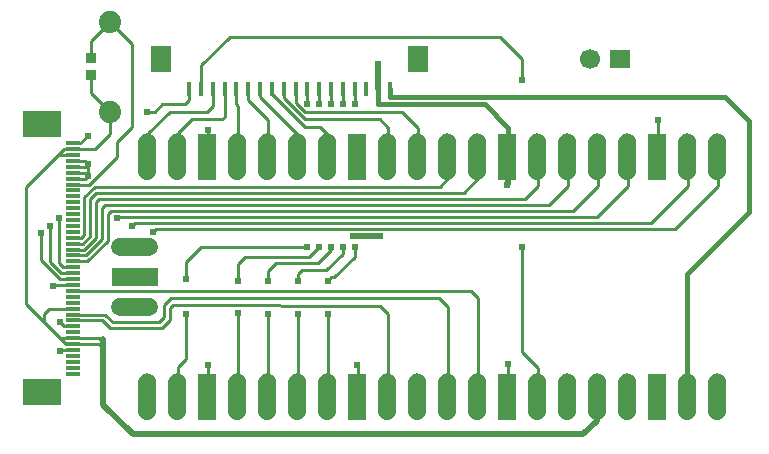
<source format=gtl>
G04 Layer: TopLayer*
G04 EasyEDA v6.5.42, 2024-06-06 15:11:34*
G04 747d3a1ba2664cf59a20e4d60a0d89bc,449d0d4cb6024136a387a2ed91670e05,10*
G04 Gerber Generator version 0.2*
G04 Scale: 100 percent, Rotated: No, Reflected: No *
G04 Dimensions in millimeters *
G04 leading zeros omitted , absolute positions ,4 integer and 5 decimal *
%FSLAX45Y45*%
%MOMM*%

%AMMACRO1*21,1,$1,$2,0,0,$3*%
%AMMACRO2*4,1,14,0.762,1.9682,0.762,-1.9682,0.762,-1.9682,0.762,-1.9682,0.762,-1.9682,-0.762,-1.9682,-0.762,-1.9682,-0.762,-1.9682,-0.762,-1.9682,-0.762,1.9682,-0.762,1.9682,-0.762,1.9682,-0.762,1.9682,0.762,1.9682,0.762,1.9682,0*%
%AMMACRO3*4,1,14,-0.762,-1.9682,-0.762,1.9682,-0.762,1.9682,-0.762,1.9682,-0.762,1.9682,0.762,1.9682,0.762,1.9682,0.762,1.9682,0.762,1.9682,0.762,-1.9682,0.762,-1.9682,0.762,-1.9682,0.762,-1.9682,-0.762,-1.9682,-0.762,-1.9682,0*%
%AMMACRO4*4,1,14,-1.9682,0.762,1.9682,0.762,1.9682,0.762,1.9682,0.762,1.9682,0.762,1.9682,-0.762,1.9682,-0.762,1.9682,-0.762,1.9682,-0.762,-1.9682,-0.762,-1.9682,-0.762,-1.9682,-0.762,-1.9682,-0.762,-1.9682,0.762,-1.9682,0.762,0*%
%ADD10C,0.2540*%
%ADD11C,0.5080*%
%ADD12C,0.5000*%
%ADD13C,0.4000*%
%ADD14R,1.8000X2.2000*%
%ADD15R,0.3000X1.2500*%
%ADD16R,1.2000X0.3000*%
%ADD17MACRO1,2.2022X3.2995X90.0000*%
%ADD18MACRO1,0.864X0.8065X0.0000*%
%ADD19R,0.8640X0.8065*%
%ADD20R,1.7000X1.5748*%
%ADD21C,1.7000*%
%ADD22MACRO2*%
%ADD23MACRO3*%
%ADD24MACRO4*%
%ADD25C,1.8796*%
%ADD26C,0.6100*%
%ADD27C,0.6200*%
%ADD28C,0.0147*%

%LPD*%
D10*
X1142997Y3492461D02*
G01*
X982987Y3652471D01*
X982987Y3799128D01*
X831811Y2875089D02*
G01*
X970089Y2875089D01*
X1206500Y3111500D01*
X1206500Y3238500D01*
X1333500Y3365500D01*
X1333500Y4063984D01*
X1143010Y4254474D01*
X831811Y3175190D02*
G01*
X1016190Y3175190D01*
X1143000Y3302000D01*
X1143000Y3492464D01*
X831850Y1575054D02*
G01*
X724915Y1575054D01*
X431800Y1868170D01*
X431800Y2851912D01*
X755142Y3175254D01*
X831850Y3175254D01*
X831799Y3125279D02*
G01*
X705284Y3125279D01*
X690003Y3109993D01*
X831799Y1525209D02*
G01*
X1048890Y1525209D01*
X1089980Y1484101D01*
D11*
X5270500Y1206500D02*
G01*
X5270500Y876300D01*
X5154168Y759968D01*
X1340104Y759968D01*
X1089913Y1009904D01*
X1089913Y1569973D01*
D12*
X3200400Y2438400D02*
G01*
X3429000Y2438400D01*
X3416998Y3683749D02*
G01*
X3416998Y3899992D01*
D10*
X831811Y1975167D02*
G01*
X1650492Y1975167D01*
X558800Y2463800D02*
G01*
X558800Y2235200D01*
X718756Y2075243D01*
X831811Y2075243D01*
X558800Y2463800D02*
G01*
X558800Y2476500D01*
X635000Y2527300D02*
G01*
X635000Y2438400D01*
X635000Y2438400D02*
G01*
X635000Y2222500D01*
X732218Y2125281D01*
X831811Y2125281D01*
X711200Y2590800D02*
G01*
X711200Y2209800D01*
X746760Y2174239D01*
X831811Y2174239D01*
X5532374Y3108705D02*
G01*
X5532374Y2865373D01*
X5270500Y2603500D01*
X1219200Y2603500D01*
X1206500Y2590800D01*
X6040376Y3108960D02*
G01*
X6040376Y2865376D01*
X5727700Y2552700D01*
X1358900Y2552700D01*
X1333500Y2527300D01*
X831850Y1825244D02*
G01*
X631189Y1825244D01*
X583945Y1777745D01*
X584200Y1714500D01*
X831850Y2225039D02*
G01*
X955039Y2225039D01*
X1130300Y2400300D01*
X1130300Y2628900D01*
X1155700Y2654300D01*
X5067300Y2654300D01*
X5278374Y2865373D01*
X5278374Y3108705D01*
D13*
X3516884Y3683762D02*
G01*
X3516884Y3617213D01*
X6352286Y3617213D01*
X6553200Y3416300D01*
X6553200Y2641600D01*
X6032500Y2120900D01*
X6032500Y1206500D01*
D10*
X4635500Y2349500D02*
G01*
X4635500Y1460500D01*
X4770374Y1325626D01*
X4770374Y1091184D01*
X831850Y2325115D02*
G01*
X928115Y2325115D01*
X1028700Y2425700D01*
X1028700Y2730500D01*
X1054100Y2755900D01*
X4660900Y2755900D01*
X4770374Y2865373D01*
X4770374Y3108705D01*
X831850Y2275078D02*
G01*
X941578Y2275078D01*
X1079500Y2413000D01*
X1079500Y2679700D01*
X1104900Y2705100D01*
X4864100Y2705100D01*
X5024374Y2865373D01*
X5024374Y3108705D01*
X831850Y2375154D02*
G01*
X914654Y2375154D01*
X977900Y2438400D01*
X977900Y2755900D01*
X1028700Y2806700D01*
X4140200Y2806700D01*
X4262374Y2928873D01*
X4262374Y3108705D01*
X831850Y2425192D02*
G01*
X901192Y2425192D01*
X927100Y2451100D01*
X927100Y2768600D01*
X1016000Y2857500D01*
X3937000Y2857500D01*
X4008374Y2928873D01*
X4008374Y3108705D01*
D13*
X3417061Y3683762D02*
G01*
X3417061Y3556000D01*
X4318000Y3556000D01*
X4516374Y3357626D01*
X4516374Y3108705D01*
D10*
X1460500Y3492474D02*
G01*
X1523974Y3492474D01*
X1587500Y3556000D01*
X1778000Y3556000D01*
X1817001Y3595001D01*
X1817001Y3683749D01*
X982987Y3949804D02*
G01*
X982987Y4094452D01*
X1142997Y4254461D01*
X1916937Y3683762D02*
G01*
X1916937Y3885437D01*
X2159000Y4127500D01*
X4445000Y4127500D01*
X4635500Y3937000D01*
X4635500Y3759200D01*
X2017013Y3683762D02*
G01*
X2017013Y3541013D01*
X1968500Y3492500D01*
X1651000Y3492500D01*
X1468373Y3309873D01*
X1468373Y3108705D01*
X2117001Y3683749D02*
G01*
X2117001Y3450501D01*
X2095500Y3429000D01*
X1841500Y3429000D01*
X1722501Y3310001D01*
X1722501Y3108731D01*
X2217000Y3683749D02*
G01*
X2217000Y3556000D01*
X2230500Y3542499D01*
X2230500Y3108731D01*
X2317000Y3683749D02*
G01*
X2317000Y3588499D01*
X2484500Y3420998D01*
X2484500Y3108731D01*
X2417000Y3683749D02*
G01*
X2417000Y3615499D01*
X2738500Y3293998D01*
X2738500Y3108731D01*
X2517000Y3683749D02*
G01*
X2517000Y3642499D01*
X2794000Y3365500D01*
X2921000Y3365500D01*
X2992500Y3293998D01*
X2992500Y3108731D01*
X2617000Y3683749D02*
G01*
X2617000Y3605999D01*
X2794000Y3429000D01*
X3429000Y3429000D01*
X3500500Y3357498D01*
X3500500Y3108731D01*
X2717038Y3683762D02*
G01*
X2717038Y3569462D01*
X2794000Y3492500D01*
X3619500Y3492500D01*
X3754374Y3357626D01*
X3754374Y3108705D01*
X3216909Y2349500D02*
G01*
X3216909Y2264410D01*
X3042411Y2089912D01*
X3020059Y2089912D01*
X2990088Y2059939D01*
X3117088Y2349500D02*
G01*
X3117088Y2291587D01*
X2975609Y2150110D01*
X2769870Y2150110D01*
X2739897Y2119884D01*
X2739897Y2059939D01*
X3017011Y2349500D02*
G01*
X3016758Y2317750D01*
X2908554Y2210054D01*
X2549906Y2210054D01*
X2480056Y2139950D01*
X2480056Y2059939D01*
X2916936Y2349500D02*
G01*
X2916936Y2345436D01*
X2832100Y2260600D01*
X2286508Y2260600D01*
X2230627Y2204720D01*
X2230627Y2060447D01*
X3216998Y3683749D02*
G01*
X3216998Y3556000D01*
X3116999Y3683749D02*
G01*
X3116999Y3556000D01*
X3016999Y3683749D02*
G01*
X3016999Y3556000D01*
X2916999Y3683749D02*
G01*
X2916999Y3556000D01*
X2816999Y2349500D02*
G01*
X1914397Y2349500D01*
X1785365Y2220468D01*
X1785365Y2065528D01*
X2816999Y3683749D02*
G01*
X2816999Y3556000D01*
X1976485Y3108721D02*
G01*
X1976485Y3339993D01*
D12*
X4510024Y2869945D02*
G01*
X4516374Y2876550D01*
X4516374Y3108703D01*
D10*
X3246485Y1091250D02*
G01*
X3246485Y1343502D01*
X3239988Y1349994D01*
X4516485Y1091250D02*
G01*
X4516485Y1359997D01*
X1980008Y1349982D02*
G01*
X1976374Y1346354D01*
X1976374Y1091181D01*
X720092Y1469900D02*
G01*
X725164Y1475234D01*
X831850Y1475234D01*
X831799Y1675190D02*
G01*
X754806Y1675190D01*
X719993Y1709996D01*
X831799Y2025202D02*
G01*
X666302Y2025202D01*
X660400Y2019300D01*
X960003Y3049996D02*
G01*
X960003Y2949996D01*
X831799Y2925130D02*
G01*
X935136Y2925130D01*
X960003Y2949996D01*
X831799Y2975168D02*
G01*
X934826Y2975168D01*
X960003Y2949996D01*
X831799Y3025203D02*
G01*
X935210Y3025203D01*
X960003Y3049996D01*
X831799Y3075241D02*
G01*
X934753Y3075241D01*
X960003Y3049996D01*
X831799Y3225098D02*
G01*
X895113Y3225098D01*
X960003Y3289993D01*
X5786485Y3108721D02*
G01*
X5786485Y3419995D01*
X831799Y1525209D02*
G01*
X774786Y1525209D01*
X724880Y1575114D01*
X1785365Y1780034D02*
G01*
X1785365Y1395473D01*
X1722373Y1327404D01*
X1722373Y1091181D01*
X2739900Y1780034D02*
G01*
X2738374Y1091181D01*
X2480010Y1780009D02*
G01*
X2484485Y1775526D01*
X2484485Y1091250D01*
X2230622Y1785365D02*
G01*
X2230374Y1091181D01*
X1650492Y1975104D02*
G01*
X4206491Y1975104D01*
X4262374Y1918970D01*
X4262374Y1091181D01*
X6294488Y3108721D02*
G01*
X6294488Y2865488D01*
X5930900Y2501900D01*
X1536700Y2501900D01*
X1511300Y2476500D01*
X4008374Y1091181D02*
G01*
X4008374Y1838200D01*
X3930898Y1915411D01*
X1661411Y1915411D01*
X1600200Y1854200D01*
X1600200Y1752600D01*
X1562100Y1714500D01*
X1168400Y1714500D01*
X1107630Y1775269D01*
X831811Y1775269D01*
X831799Y1575114D02*
G01*
X1055425Y1575114D01*
X1089992Y1540550D01*
X2990093Y1780034D02*
G01*
X2992374Y1091181D01*
X831850Y1725168D02*
G01*
X1081531Y1725168D01*
X1143000Y1663700D01*
X1587500Y1663700D01*
X1651000Y1727200D01*
X1651000Y1828800D01*
X1676400Y1854200D01*
X1765300Y1854200D01*
X1765300Y1854200D02*
G01*
X3431034Y1850392D01*
X3500374Y1781050D01*
X3500374Y1091181D01*
D14*
G01*
X3756990Y3936263D03*
G01*
X1577009Y3936263D03*
D15*
G01*
X3517011Y3683736D03*
G01*
X3417011Y3683736D03*
G01*
X3317011Y3683736D03*
G01*
X3217011Y3683736D03*
G01*
X3117011Y3683736D03*
G01*
X3017011Y3683736D03*
G01*
X2917012Y3683736D03*
G01*
X2817012Y3683736D03*
G01*
X2717012Y3683736D03*
G01*
X2617012Y3683736D03*
G01*
X2517013Y3683736D03*
G01*
X2416987Y3683736D03*
G01*
X2316988Y3683736D03*
G01*
X2216988Y3683736D03*
G01*
X2116988Y3683736D03*
G01*
X2016988Y3683736D03*
G01*
X1917014Y3683736D03*
G01*
X1817014Y3683736D03*
D16*
G01*
X831824Y3225088D03*
G01*
X831824Y3175177D03*
G01*
X831824Y3125266D03*
G01*
X831824Y3075228D03*
G01*
X831824Y3025190D03*
G01*
X831824Y2975152D03*
G01*
X831824Y2925114D03*
G01*
X831824Y2875076D03*
G01*
X831824Y2825292D03*
G01*
X831824Y2775254D03*
G01*
X831824Y2725216D03*
G01*
X831824Y2675178D03*
G01*
X831824Y2625140D03*
G01*
X831824Y2575102D03*
G01*
X831824Y2525191D03*
G01*
X831824Y2475280D03*
G01*
X831824Y2425242D03*
G01*
X831824Y2375204D03*
G01*
X831824Y2325166D03*
G01*
X831824Y2275128D03*
G01*
X831824Y2225090D03*
G01*
X831824Y2175179D03*
G01*
X831824Y2125268D03*
G01*
X831824Y2075230D03*
G01*
X831824Y2025192D03*
G01*
X831824Y1975154D03*
G01*
X831824Y1925116D03*
G01*
X831824Y1875078D03*
G01*
X831824Y1825294D03*
G01*
X831824Y1775256D03*
G01*
X831824Y1725218D03*
G01*
X831824Y1675180D03*
G01*
X831824Y1625142D03*
G01*
X831824Y1575104D03*
G01*
X831824Y1525193D03*
G01*
X831824Y1475282D03*
G01*
X831824Y1425244D03*
G01*
X831824Y1375206D03*
G01*
X831824Y1325168D03*
G01*
X831824Y1275156D03*
D17*
G01*
X568246Y3384999D03*
G01*
X568225Y1114991D03*
D18*
G01*
X982990Y3949790D03*
D19*
G01*
X982979Y3799128D03*
D20*
G01*
X5461000Y3937000D03*
D21*
G01*
X5207000Y3937000D03*
G36*
X6210300Y3232150D02*
G01*
X6210393Y3235947D01*
X6210393Y3235947D01*
X6210393Y3235947D01*
X6210393Y3235947D01*
X6210678Y3239736D01*
X6210678Y3239736D01*
X6210678Y3239736D01*
X6210678Y3239736D01*
X6211150Y3243506D01*
X6211150Y3243506D01*
X6211150Y3243506D01*
X6211150Y3243506D01*
X6211811Y3247247D01*
X6211811Y3247247D01*
X6211811Y3247247D01*
X6211811Y3247247D01*
X6212657Y3250953D01*
X6212657Y3250953D01*
X6212657Y3250953D01*
X6212657Y3250953D01*
X6213685Y3254611D01*
X6213685Y3254611D01*
X6213685Y3254611D01*
X6213685Y3254611D01*
X6214894Y3258212D01*
X6214894Y3258212D01*
X6214894Y3258212D01*
X6214894Y3258212D01*
X6216284Y3261748D01*
X6216284Y3261748D01*
X6216284Y3261748D01*
X6216284Y3261748D01*
X6217846Y3265213D01*
X6217846Y3265213D01*
X6217846Y3265213D01*
X6217846Y3265213D01*
X6219578Y3268593D01*
X6219578Y3268593D01*
X6219578Y3268593D01*
X6219578Y3268593D01*
X6221478Y3271883D01*
X6221478Y3271883D01*
X6221478Y3271883D01*
X6221478Y3271883D01*
X6223541Y3275076D01*
X6223541Y3275076D01*
X6223541Y3275076D01*
X6223541Y3275076D01*
X6225758Y3278159D01*
X6225758Y3278159D01*
X6225758Y3278159D01*
X6225758Y3278159D01*
X6228128Y3281131D01*
X6228128Y3281131D01*
X6228128Y3281131D01*
X6228128Y3281131D01*
X6230640Y3283978D01*
X6230640Y3283978D01*
X6230640Y3283978D01*
X6230640Y3283978D01*
X6233294Y3286699D01*
X6233294Y3286699D01*
X6233294Y3286699D01*
X6233294Y3286699D01*
X6236078Y3289282D01*
X6236078Y3289282D01*
X6236078Y3289282D01*
X6236078Y3289282D01*
X6238989Y3291725D01*
X6238989Y3291725D01*
X6238989Y3291725D01*
X6238989Y3291725D01*
X6242019Y3294019D01*
X6242019Y3294019D01*
X6242019Y3294019D01*
X6242019Y3294019D01*
X6245158Y3296160D01*
X6245158Y3296160D01*
X6245158Y3296160D01*
X6245158Y3296160D01*
X6248400Y3298141D01*
X6248400Y3298141D01*
X6248400Y3298141D01*
X6248400Y3298141D01*
X6251737Y3299957D01*
X6251737Y3299957D01*
X6251737Y3299957D01*
X6251737Y3299957D01*
X6255158Y3301606D01*
X6255158Y3301606D01*
X6255158Y3301606D01*
X6255158Y3301606D01*
X6258661Y3303082D01*
X6258661Y3303082D01*
X6258661Y3303082D01*
X6258661Y3303082D01*
X6262230Y3304382D01*
X6262230Y3304382D01*
X6262230Y3304382D01*
X6262230Y3304382D01*
X6265862Y3305502D01*
X6265862Y3305502D01*
X6265862Y3305502D01*
X6265862Y3305502D01*
X6269542Y3306439D01*
X6269542Y3306439D01*
X6269542Y3306439D01*
X6269542Y3306439D01*
X6273269Y3307191D01*
X6273269Y3307191D01*
X6273269Y3307191D01*
X6273269Y3307191D01*
X6277025Y3307758D01*
X6277025Y3307758D01*
X6277025Y3307758D01*
X6277025Y3307758D01*
X6280805Y3308136D01*
X6280805Y3308136D01*
X6280805Y3308136D01*
X6280805Y3308136D01*
X6284600Y3308327D01*
X6284600Y3308327D01*
X6284600Y3308327D01*
X6284600Y3308327D01*
X6288399Y3308327D01*
X6288399Y3308327D01*
X6288399Y3308327D01*
X6288399Y3308327D01*
X6292194Y3308136D01*
X6292194Y3308136D01*
X6292194Y3308136D01*
X6292194Y3308136D01*
X6295974Y3307758D01*
X6295974Y3307758D01*
X6295974Y3307758D01*
X6295974Y3307758D01*
X6299730Y3307191D01*
X6299730Y3307191D01*
X6299730Y3307191D01*
X6299730Y3307191D01*
X6303457Y3306439D01*
X6303457Y3306439D01*
X6303457Y3306439D01*
X6303457Y3306439D01*
X6307137Y3305502D01*
X6307137Y3305502D01*
X6307137Y3305502D01*
X6307137Y3305502D01*
X6310769Y3304382D01*
X6310769Y3304382D01*
X6310769Y3304382D01*
X6310769Y3304382D01*
X6314338Y3303082D01*
X6314338Y3303082D01*
X6314338Y3303082D01*
X6314338Y3303082D01*
X6317841Y3301606D01*
X6317841Y3301606D01*
X6317841Y3301606D01*
X6317841Y3301606D01*
X6321262Y3299957D01*
X6321262Y3299957D01*
X6321262Y3299957D01*
X6321262Y3299957D01*
X6324600Y3298141D01*
X6324600Y3298141D01*
X6324600Y3298141D01*
X6324600Y3298141D01*
X6327841Y3296160D01*
X6327841Y3296160D01*
X6327841Y3296160D01*
X6327841Y3296160D01*
X6330980Y3294019D01*
X6330980Y3294019D01*
X6330980Y3294019D01*
X6330980Y3294019D01*
X6334010Y3291725D01*
X6334010Y3291725D01*
X6334010Y3291725D01*
X6334010Y3291725D01*
X6336921Y3289282D01*
X6336921Y3289282D01*
X6336921Y3289282D01*
X6336921Y3289282D01*
X6339705Y3286699D01*
X6339705Y3286699D01*
X6339705Y3286699D01*
X6339705Y3286699D01*
X6342359Y3283978D01*
X6342359Y3283978D01*
X6342359Y3283978D01*
X6342359Y3283978D01*
X6344871Y3281131D01*
X6344871Y3281131D01*
X6344871Y3281131D01*
X6344871Y3281131D01*
X6347241Y3278159D01*
X6347241Y3278159D01*
X6347241Y3278159D01*
X6347241Y3278159D01*
X6349458Y3275076D01*
X6349458Y3275076D01*
X6349458Y3275076D01*
X6349458Y3275076D01*
X6351521Y3271883D01*
X6351521Y3271883D01*
X6351521Y3271883D01*
X6351521Y3271883D01*
X6353421Y3268593D01*
X6353421Y3268593D01*
X6353421Y3268593D01*
X6353421Y3268593D01*
X6355153Y3265213D01*
X6355153Y3265213D01*
X6355153Y3265213D01*
X6355153Y3265213D01*
X6356715Y3261748D01*
X6356715Y3261748D01*
X6356715Y3261748D01*
X6356715Y3261748D01*
X6358105Y3258212D01*
X6358105Y3258212D01*
X6358105Y3258212D01*
X6358105Y3258212D01*
X6359314Y3254611D01*
X6359314Y3254611D01*
X6359314Y3254611D01*
X6359314Y3254611D01*
X6360342Y3250953D01*
X6360342Y3250953D01*
X6360342Y3250953D01*
X6360342Y3250953D01*
X6361188Y3247247D01*
X6361188Y3247247D01*
X6361188Y3247247D01*
X6361188Y3247247D01*
X6361849Y3243506D01*
X6361849Y3243506D01*
X6361849Y3243506D01*
X6361849Y3243506D01*
X6362321Y3239736D01*
X6362321Y3239736D01*
X6362321Y3239736D01*
X6362321Y3239736D01*
X6362606Y3235947D01*
X6362606Y3235947D01*
X6362606Y3235947D01*
X6362606Y3235947D01*
X6362700Y3232150D01*
X6362700Y3232150D01*
X6362700Y3232150D01*
X6362700Y3232150D01*
X6362700Y2990850D01*
X6362700Y2990850D01*
X6362700Y2990850D01*
X6362700Y2990850D01*
X6362606Y2987052D01*
X6362606Y2987052D01*
X6362606Y2987052D01*
X6362606Y2987052D01*
X6362321Y2983263D01*
X6362321Y2983263D01*
X6362321Y2983263D01*
X6362321Y2983263D01*
X6361849Y2979493D01*
X6361849Y2979493D01*
X6361849Y2979493D01*
X6361849Y2979493D01*
X6361188Y2975752D01*
X6361188Y2975752D01*
X6361188Y2975752D01*
X6361188Y2975752D01*
X6360342Y2972046D01*
X6360342Y2972046D01*
X6360342Y2972046D01*
X6360342Y2972046D01*
X6359314Y2968388D01*
X6359314Y2968388D01*
X6359314Y2968388D01*
X6359314Y2968388D01*
X6358105Y2964787D01*
X6358105Y2964787D01*
X6358105Y2964787D01*
X6358105Y2964787D01*
X6356715Y2961251D01*
X6356715Y2961251D01*
X6356715Y2961251D01*
X6356715Y2961251D01*
X6355153Y2957786D01*
X6355153Y2957786D01*
X6355153Y2957786D01*
X6355153Y2957786D01*
X6353421Y2954406D01*
X6353421Y2954406D01*
X6353421Y2954406D01*
X6353421Y2954406D01*
X6351521Y2951116D01*
X6351521Y2951116D01*
X6351521Y2951116D01*
X6351521Y2951116D01*
X6349458Y2947923D01*
X6349458Y2947923D01*
X6349458Y2947923D01*
X6349458Y2947923D01*
X6347241Y2944840D01*
X6347241Y2944840D01*
X6347241Y2944840D01*
X6347241Y2944840D01*
X6344871Y2941868D01*
X6344871Y2941868D01*
X6344871Y2941868D01*
X6344871Y2941868D01*
X6342359Y2939021D01*
X6342359Y2939021D01*
X6342359Y2939021D01*
X6342359Y2939021D01*
X6339705Y2936300D01*
X6339705Y2936300D01*
X6339705Y2936300D01*
X6339705Y2936300D01*
X6336921Y2933717D01*
X6336921Y2933717D01*
X6336921Y2933717D01*
X6336921Y2933717D01*
X6334010Y2931274D01*
X6334010Y2931274D01*
X6334010Y2931274D01*
X6334010Y2931274D01*
X6330980Y2928980D01*
X6330980Y2928980D01*
X6330980Y2928980D01*
X6330980Y2928980D01*
X6327841Y2926839D01*
X6327841Y2926839D01*
X6327841Y2926839D01*
X6327841Y2926839D01*
X6324600Y2924858D01*
X6324600Y2924858D01*
X6324600Y2924858D01*
X6324600Y2924858D01*
X6321262Y2923042D01*
X6321262Y2923042D01*
X6321262Y2923042D01*
X6321262Y2923042D01*
X6317841Y2921393D01*
X6317841Y2921393D01*
X6317841Y2921393D01*
X6317841Y2921393D01*
X6314338Y2919917D01*
X6314338Y2919917D01*
X6314338Y2919917D01*
X6314338Y2919917D01*
X6310769Y2918617D01*
X6310769Y2918617D01*
X6310769Y2918617D01*
X6310769Y2918617D01*
X6307137Y2917497D01*
X6307137Y2917497D01*
X6307137Y2917497D01*
X6307137Y2917497D01*
X6303457Y2916560D01*
X6303457Y2916560D01*
X6303457Y2916560D01*
X6303457Y2916560D01*
X6299730Y2915808D01*
X6299730Y2915808D01*
X6299730Y2915808D01*
X6299730Y2915808D01*
X6295974Y2915241D01*
X6295974Y2915241D01*
X6295974Y2915241D01*
X6295974Y2915241D01*
X6292194Y2914863D01*
X6292194Y2914863D01*
X6292194Y2914863D01*
X6292194Y2914863D01*
X6288399Y2914672D01*
X6288399Y2914672D01*
X6288399Y2914672D01*
X6288399Y2914672D01*
X6284600Y2914672D01*
X6284600Y2914672D01*
X6284600Y2914672D01*
X6284600Y2914672D01*
X6280805Y2914863D01*
X6280805Y2914863D01*
X6280805Y2914863D01*
X6280805Y2914863D01*
X6277025Y2915241D01*
X6277025Y2915241D01*
X6277025Y2915241D01*
X6277025Y2915241D01*
X6273269Y2915808D01*
X6273269Y2915808D01*
X6273269Y2915808D01*
X6273269Y2915808D01*
X6269542Y2916560D01*
X6269542Y2916560D01*
X6269542Y2916560D01*
X6269542Y2916560D01*
X6265862Y2917497D01*
X6265862Y2917497D01*
X6265862Y2917497D01*
X6265862Y2917497D01*
X6262230Y2918617D01*
X6262230Y2918617D01*
X6262230Y2918617D01*
X6262230Y2918617D01*
X6258661Y2919917D01*
X6258661Y2919917D01*
X6258661Y2919917D01*
X6258661Y2919917D01*
X6255158Y2921393D01*
X6255158Y2921393D01*
X6255158Y2921393D01*
X6255158Y2921393D01*
X6251737Y2923042D01*
X6251737Y2923042D01*
X6251737Y2923042D01*
X6251737Y2923042D01*
X6248400Y2924858D01*
X6248400Y2924858D01*
X6248400Y2924858D01*
X6248400Y2924858D01*
X6245158Y2926839D01*
X6245158Y2926839D01*
X6245158Y2926839D01*
X6245158Y2926839D01*
X6242019Y2928980D01*
X6242019Y2928980D01*
X6242019Y2928980D01*
X6242019Y2928980D01*
X6238989Y2931274D01*
X6238989Y2931274D01*
X6238989Y2931274D01*
X6238989Y2931274D01*
X6236078Y2933717D01*
X6236078Y2933717D01*
X6236078Y2933717D01*
X6236078Y2933717D01*
X6233294Y2936300D01*
X6233294Y2936300D01*
X6233294Y2936300D01*
X6233294Y2936300D01*
X6230640Y2939021D01*
X6230640Y2939021D01*
X6230640Y2939021D01*
X6230640Y2939021D01*
X6228128Y2941868D01*
X6228128Y2941868D01*
X6228128Y2941868D01*
X6228128Y2941868D01*
X6225758Y2944840D01*
X6225758Y2944840D01*
X6225758Y2944840D01*
X6225758Y2944840D01*
X6223541Y2947923D01*
X6223541Y2947923D01*
X6223541Y2947923D01*
X6223541Y2947923D01*
X6221478Y2951116D01*
X6221478Y2951116D01*
X6221478Y2951116D01*
X6221478Y2951116D01*
X6219578Y2954406D01*
X6219578Y2954406D01*
X6219578Y2954406D01*
X6219578Y2954406D01*
X6217846Y2957786D01*
X6217846Y2957786D01*
X6217846Y2957786D01*
X6217846Y2957786D01*
X6216284Y2961251D01*
X6216284Y2961251D01*
X6216284Y2961251D01*
X6216284Y2961251D01*
X6214894Y2964787D01*
X6214894Y2964787D01*
X6214894Y2964787D01*
X6214894Y2964787D01*
X6213685Y2968388D01*
X6213685Y2968388D01*
X6213685Y2968388D01*
X6213685Y2968388D01*
X6212657Y2972046D01*
X6212657Y2972046D01*
X6212657Y2972046D01*
X6212657Y2972046D01*
X6211811Y2975752D01*
X6211811Y2975752D01*
X6211811Y2975752D01*
X6211811Y2975752D01*
X6211150Y2979493D01*
X6211150Y2979493D01*
X6211150Y2979493D01*
X6211150Y2979493D01*
X6210678Y2983263D01*
X6210678Y2983263D01*
X6210678Y2983263D01*
X6210678Y2983263D01*
X6210393Y2987052D01*
X6210393Y2987052D01*
X6210393Y2987052D01*
X6210393Y2987052D01*
X6210300Y2990850D01*
X6210300Y2990850D01*
X6210300Y2990850D01*
X6210300Y2990850D01*
X6210300Y3232150D01*
G37*
G36*
X5956300Y3232150D02*
G01*
X5956393Y3235947D01*
X5956393Y3235947D01*
X5956393Y3235947D01*
X5956393Y3235947D01*
X5956678Y3239736D01*
X5956678Y3239736D01*
X5956678Y3239736D01*
X5956678Y3239736D01*
X5957150Y3243506D01*
X5957150Y3243506D01*
X5957150Y3243506D01*
X5957150Y3243506D01*
X5957811Y3247247D01*
X5957811Y3247247D01*
X5957811Y3247247D01*
X5957811Y3247247D01*
X5958657Y3250953D01*
X5958657Y3250953D01*
X5958657Y3250953D01*
X5958657Y3250953D01*
X5959685Y3254611D01*
X5959685Y3254611D01*
X5959685Y3254611D01*
X5959685Y3254611D01*
X5960894Y3258212D01*
X5960894Y3258212D01*
X5960894Y3258212D01*
X5960894Y3258212D01*
X5962284Y3261748D01*
X5962284Y3261748D01*
X5962284Y3261748D01*
X5962284Y3261748D01*
X5963846Y3265213D01*
X5963846Y3265213D01*
X5963846Y3265213D01*
X5963846Y3265213D01*
X5965578Y3268593D01*
X5965578Y3268593D01*
X5965578Y3268593D01*
X5965578Y3268593D01*
X5967478Y3271883D01*
X5967478Y3271883D01*
X5967478Y3271883D01*
X5967478Y3271883D01*
X5969541Y3275076D01*
X5969541Y3275076D01*
X5969541Y3275076D01*
X5969541Y3275076D01*
X5971758Y3278159D01*
X5971758Y3278159D01*
X5971758Y3278159D01*
X5971758Y3278159D01*
X5974128Y3281131D01*
X5974128Y3281131D01*
X5974128Y3281131D01*
X5974128Y3281131D01*
X5976640Y3283978D01*
X5976640Y3283978D01*
X5976640Y3283978D01*
X5976640Y3283978D01*
X5979294Y3286699D01*
X5979294Y3286699D01*
X5979294Y3286699D01*
X5979294Y3286699D01*
X5982078Y3289282D01*
X5982078Y3289282D01*
X5982078Y3289282D01*
X5982078Y3289282D01*
X5984989Y3291725D01*
X5984989Y3291725D01*
X5984989Y3291725D01*
X5984989Y3291725D01*
X5988019Y3294019D01*
X5988019Y3294019D01*
X5988019Y3294019D01*
X5988019Y3294019D01*
X5991158Y3296160D01*
X5991158Y3296160D01*
X5991158Y3296160D01*
X5991158Y3296160D01*
X5994400Y3298141D01*
X5994400Y3298141D01*
X5994400Y3298141D01*
X5994400Y3298141D01*
X5997737Y3299957D01*
X5997737Y3299957D01*
X5997737Y3299957D01*
X5997737Y3299957D01*
X6001158Y3301606D01*
X6001158Y3301606D01*
X6001158Y3301606D01*
X6001158Y3301606D01*
X6004661Y3303082D01*
X6004661Y3303082D01*
X6004661Y3303082D01*
X6004661Y3303082D01*
X6008230Y3304382D01*
X6008230Y3304382D01*
X6008230Y3304382D01*
X6008230Y3304382D01*
X6011862Y3305502D01*
X6011862Y3305502D01*
X6011862Y3305502D01*
X6011862Y3305502D01*
X6015542Y3306439D01*
X6015542Y3306439D01*
X6015542Y3306439D01*
X6015542Y3306439D01*
X6019269Y3307191D01*
X6019269Y3307191D01*
X6019269Y3307191D01*
X6019269Y3307191D01*
X6023025Y3307758D01*
X6023025Y3307758D01*
X6023025Y3307758D01*
X6023025Y3307758D01*
X6026805Y3308136D01*
X6026805Y3308136D01*
X6026805Y3308136D01*
X6026805Y3308136D01*
X6030600Y3308327D01*
X6030600Y3308327D01*
X6030600Y3308327D01*
X6030600Y3308327D01*
X6034399Y3308327D01*
X6034399Y3308327D01*
X6034399Y3308327D01*
X6034399Y3308327D01*
X6038194Y3308136D01*
X6038194Y3308136D01*
X6038194Y3308136D01*
X6038194Y3308136D01*
X6041974Y3307758D01*
X6041974Y3307758D01*
X6041974Y3307758D01*
X6041974Y3307758D01*
X6045730Y3307191D01*
X6045730Y3307191D01*
X6045730Y3307191D01*
X6045730Y3307191D01*
X6049457Y3306439D01*
X6049457Y3306439D01*
X6049457Y3306439D01*
X6049457Y3306439D01*
X6053137Y3305502D01*
X6053137Y3305502D01*
X6053137Y3305502D01*
X6053137Y3305502D01*
X6056769Y3304382D01*
X6056769Y3304382D01*
X6056769Y3304382D01*
X6056769Y3304382D01*
X6060338Y3303082D01*
X6060338Y3303082D01*
X6060338Y3303082D01*
X6060338Y3303082D01*
X6063841Y3301606D01*
X6063841Y3301606D01*
X6063841Y3301606D01*
X6063841Y3301606D01*
X6067262Y3299957D01*
X6067262Y3299957D01*
X6067262Y3299957D01*
X6067262Y3299957D01*
X6070600Y3298141D01*
X6070600Y3298141D01*
X6070600Y3298141D01*
X6070600Y3298141D01*
X6073841Y3296160D01*
X6073841Y3296160D01*
X6073841Y3296160D01*
X6073841Y3296160D01*
X6076980Y3294019D01*
X6076980Y3294019D01*
X6076980Y3294019D01*
X6076980Y3294019D01*
X6080010Y3291725D01*
X6080010Y3291725D01*
X6080010Y3291725D01*
X6080010Y3291725D01*
X6082921Y3289282D01*
X6082921Y3289282D01*
X6082921Y3289282D01*
X6082921Y3289282D01*
X6085705Y3286699D01*
X6085705Y3286699D01*
X6085705Y3286699D01*
X6085705Y3286699D01*
X6088359Y3283978D01*
X6088359Y3283978D01*
X6088359Y3283978D01*
X6088359Y3283978D01*
X6090871Y3281131D01*
X6090871Y3281131D01*
X6090871Y3281131D01*
X6090871Y3281131D01*
X6093241Y3278159D01*
X6093241Y3278159D01*
X6093241Y3278159D01*
X6093241Y3278159D01*
X6095458Y3275076D01*
X6095458Y3275076D01*
X6095458Y3275076D01*
X6095458Y3275076D01*
X6097521Y3271883D01*
X6097521Y3271883D01*
X6097521Y3271883D01*
X6097521Y3271883D01*
X6099421Y3268593D01*
X6099421Y3268593D01*
X6099421Y3268593D01*
X6099421Y3268593D01*
X6101153Y3265213D01*
X6101153Y3265213D01*
X6101153Y3265213D01*
X6101153Y3265213D01*
X6102715Y3261748D01*
X6102715Y3261748D01*
X6102715Y3261748D01*
X6102715Y3261748D01*
X6104105Y3258212D01*
X6104105Y3258212D01*
X6104105Y3258212D01*
X6104105Y3258212D01*
X6105314Y3254611D01*
X6105314Y3254611D01*
X6105314Y3254611D01*
X6105314Y3254611D01*
X6106342Y3250953D01*
X6106342Y3250953D01*
X6106342Y3250953D01*
X6106342Y3250953D01*
X6107188Y3247247D01*
X6107188Y3247247D01*
X6107188Y3247247D01*
X6107188Y3247247D01*
X6107849Y3243506D01*
X6107849Y3243506D01*
X6107849Y3243506D01*
X6107849Y3243506D01*
X6108321Y3239736D01*
X6108321Y3239736D01*
X6108321Y3239736D01*
X6108321Y3239736D01*
X6108606Y3235947D01*
X6108606Y3235947D01*
X6108606Y3235947D01*
X6108606Y3235947D01*
X6108700Y3232150D01*
X6108700Y3232150D01*
X6108700Y3232150D01*
X6108700Y3232150D01*
X6108700Y2990850D01*
X6108700Y2990850D01*
X6108700Y2990850D01*
X6108700Y2990850D01*
X6108606Y2987052D01*
X6108606Y2987052D01*
X6108606Y2987052D01*
X6108606Y2987052D01*
X6108321Y2983263D01*
X6108321Y2983263D01*
X6108321Y2983263D01*
X6108321Y2983263D01*
X6107849Y2979493D01*
X6107849Y2979493D01*
X6107849Y2979493D01*
X6107849Y2979493D01*
X6107188Y2975752D01*
X6107188Y2975752D01*
X6107188Y2975752D01*
X6107188Y2975752D01*
X6106342Y2972046D01*
X6106342Y2972046D01*
X6106342Y2972046D01*
X6106342Y2972046D01*
X6105314Y2968388D01*
X6105314Y2968388D01*
X6105314Y2968388D01*
X6105314Y2968388D01*
X6104105Y2964787D01*
X6104105Y2964787D01*
X6104105Y2964787D01*
X6104105Y2964787D01*
X6102715Y2961251D01*
X6102715Y2961251D01*
X6102715Y2961251D01*
X6102715Y2961251D01*
X6101153Y2957786D01*
X6101153Y2957786D01*
X6101153Y2957786D01*
X6101153Y2957786D01*
X6099421Y2954406D01*
X6099421Y2954406D01*
X6099421Y2954406D01*
X6099421Y2954406D01*
X6097521Y2951116D01*
X6097521Y2951116D01*
X6097521Y2951116D01*
X6097521Y2951116D01*
X6095458Y2947923D01*
X6095458Y2947923D01*
X6095458Y2947923D01*
X6095458Y2947923D01*
X6093241Y2944840D01*
X6093241Y2944840D01*
X6093241Y2944840D01*
X6093241Y2944840D01*
X6090871Y2941868D01*
X6090871Y2941868D01*
X6090871Y2941868D01*
X6090871Y2941868D01*
X6088359Y2939021D01*
X6088359Y2939021D01*
X6088359Y2939021D01*
X6088359Y2939021D01*
X6085705Y2936300D01*
X6085705Y2936300D01*
X6085705Y2936300D01*
X6085705Y2936300D01*
X6082921Y2933717D01*
X6082921Y2933717D01*
X6082921Y2933717D01*
X6082921Y2933717D01*
X6080010Y2931274D01*
X6080010Y2931274D01*
X6080010Y2931274D01*
X6080010Y2931274D01*
X6076980Y2928980D01*
X6076980Y2928980D01*
X6076980Y2928980D01*
X6076980Y2928980D01*
X6073841Y2926839D01*
X6073841Y2926839D01*
X6073841Y2926839D01*
X6073841Y2926839D01*
X6070600Y2924858D01*
X6070600Y2924858D01*
X6070600Y2924858D01*
X6070600Y2924858D01*
X6067262Y2923042D01*
X6067262Y2923042D01*
X6067262Y2923042D01*
X6067262Y2923042D01*
X6063841Y2921393D01*
X6063841Y2921393D01*
X6063841Y2921393D01*
X6063841Y2921393D01*
X6060338Y2919917D01*
X6060338Y2919917D01*
X6060338Y2919917D01*
X6060338Y2919917D01*
X6056769Y2918617D01*
X6056769Y2918617D01*
X6056769Y2918617D01*
X6056769Y2918617D01*
X6053137Y2917497D01*
X6053137Y2917497D01*
X6053137Y2917497D01*
X6053137Y2917497D01*
X6049457Y2916560D01*
X6049457Y2916560D01*
X6049457Y2916560D01*
X6049457Y2916560D01*
X6045730Y2915808D01*
X6045730Y2915808D01*
X6045730Y2915808D01*
X6045730Y2915808D01*
X6041974Y2915241D01*
X6041974Y2915241D01*
X6041974Y2915241D01*
X6041974Y2915241D01*
X6038194Y2914863D01*
X6038194Y2914863D01*
X6038194Y2914863D01*
X6038194Y2914863D01*
X6034399Y2914672D01*
X6034399Y2914672D01*
X6034399Y2914672D01*
X6034399Y2914672D01*
X6030600Y2914672D01*
X6030600Y2914672D01*
X6030600Y2914672D01*
X6030600Y2914672D01*
X6026805Y2914863D01*
X6026805Y2914863D01*
X6026805Y2914863D01*
X6026805Y2914863D01*
X6023025Y2915241D01*
X6023025Y2915241D01*
X6023025Y2915241D01*
X6023025Y2915241D01*
X6019269Y2915808D01*
X6019269Y2915808D01*
X6019269Y2915808D01*
X6019269Y2915808D01*
X6015542Y2916560D01*
X6015542Y2916560D01*
X6015542Y2916560D01*
X6015542Y2916560D01*
X6011862Y2917497D01*
X6011862Y2917497D01*
X6011862Y2917497D01*
X6011862Y2917497D01*
X6008230Y2918617D01*
X6008230Y2918617D01*
X6008230Y2918617D01*
X6008230Y2918617D01*
X6004661Y2919917D01*
X6004661Y2919917D01*
X6004661Y2919917D01*
X6004661Y2919917D01*
X6001158Y2921393D01*
X6001158Y2921393D01*
X6001158Y2921393D01*
X6001158Y2921393D01*
X5997737Y2923042D01*
X5997737Y2923042D01*
X5997737Y2923042D01*
X5997737Y2923042D01*
X5994400Y2924858D01*
X5994400Y2924858D01*
X5994400Y2924858D01*
X5994400Y2924858D01*
X5991158Y2926839D01*
X5991158Y2926839D01*
X5991158Y2926839D01*
X5991158Y2926839D01*
X5988019Y2928980D01*
X5988019Y2928980D01*
X5988019Y2928980D01*
X5988019Y2928980D01*
X5984989Y2931274D01*
X5984989Y2931274D01*
X5984989Y2931274D01*
X5984989Y2931274D01*
X5982078Y2933717D01*
X5982078Y2933717D01*
X5982078Y2933717D01*
X5982078Y2933717D01*
X5979294Y2936300D01*
X5979294Y2936300D01*
X5979294Y2936300D01*
X5979294Y2936300D01*
X5976640Y2939021D01*
X5976640Y2939021D01*
X5976640Y2939021D01*
X5976640Y2939021D01*
X5974128Y2941868D01*
X5974128Y2941868D01*
X5974128Y2941868D01*
X5974128Y2941868D01*
X5971758Y2944840D01*
X5971758Y2944840D01*
X5971758Y2944840D01*
X5971758Y2944840D01*
X5969541Y2947923D01*
X5969541Y2947923D01*
X5969541Y2947923D01*
X5969541Y2947923D01*
X5967478Y2951116D01*
X5967478Y2951116D01*
X5967478Y2951116D01*
X5967478Y2951116D01*
X5965578Y2954406D01*
X5965578Y2954406D01*
X5965578Y2954406D01*
X5965578Y2954406D01*
X5963846Y2957786D01*
X5963846Y2957786D01*
X5963846Y2957786D01*
X5963846Y2957786D01*
X5962284Y2961251D01*
X5962284Y2961251D01*
X5962284Y2961251D01*
X5962284Y2961251D01*
X5960894Y2964787D01*
X5960894Y2964787D01*
X5960894Y2964787D01*
X5960894Y2964787D01*
X5959685Y2968388D01*
X5959685Y2968388D01*
X5959685Y2968388D01*
X5959685Y2968388D01*
X5958657Y2972046D01*
X5958657Y2972046D01*
X5958657Y2972046D01*
X5958657Y2972046D01*
X5957811Y2975752D01*
X5957811Y2975752D01*
X5957811Y2975752D01*
X5957811Y2975752D01*
X5957150Y2979493D01*
X5957150Y2979493D01*
X5957150Y2979493D01*
X5957150Y2979493D01*
X5956678Y2983263D01*
X5956678Y2983263D01*
X5956678Y2983263D01*
X5956678Y2983263D01*
X5956393Y2987052D01*
X5956393Y2987052D01*
X5956393Y2987052D01*
X5956393Y2987052D01*
X5956300Y2990850D01*
X5956300Y2990850D01*
X5956300Y2990850D01*
X5956300Y2990850D01*
X5956300Y3232150D01*
G37*
D22*
G01*
X5778500Y3111500D03*
G36*
X5448300Y3232150D02*
G01*
X5448393Y3235947D01*
X5448393Y3235947D01*
X5448393Y3235947D01*
X5448393Y3235947D01*
X5448678Y3239736D01*
X5448678Y3239736D01*
X5448678Y3239736D01*
X5448678Y3239736D01*
X5449150Y3243506D01*
X5449150Y3243506D01*
X5449150Y3243506D01*
X5449150Y3243506D01*
X5449811Y3247247D01*
X5449811Y3247247D01*
X5449811Y3247247D01*
X5449811Y3247247D01*
X5450657Y3250953D01*
X5450657Y3250953D01*
X5450657Y3250953D01*
X5450657Y3250953D01*
X5451685Y3254611D01*
X5451685Y3254611D01*
X5451685Y3254611D01*
X5451685Y3254611D01*
X5452894Y3258212D01*
X5452894Y3258212D01*
X5452894Y3258212D01*
X5452894Y3258212D01*
X5454284Y3261748D01*
X5454284Y3261748D01*
X5454284Y3261748D01*
X5454284Y3261748D01*
X5455846Y3265213D01*
X5455846Y3265213D01*
X5455846Y3265213D01*
X5455846Y3265213D01*
X5457578Y3268593D01*
X5457578Y3268593D01*
X5457578Y3268593D01*
X5457578Y3268593D01*
X5459478Y3271883D01*
X5459478Y3271883D01*
X5459478Y3271883D01*
X5459478Y3271883D01*
X5461541Y3275076D01*
X5461541Y3275076D01*
X5461541Y3275076D01*
X5461541Y3275076D01*
X5463758Y3278159D01*
X5463758Y3278159D01*
X5463758Y3278159D01*
X5463758Y3278159D01*
X5466128Y3281131D01*
X5466128Y3281131D01*
X5466128Y3281131D01*
X5466128Y3281131D01*
X5468640Y3283978D01*
X5468640Y3283978D01*
X5468640Y3283978D01*
X5468640Y3283978D01*
X5471294Y3286699D01*
X5471294Y3286699D01*
X5471294Y3286699D01*
X5471294Y3286699D01*
X5474078Y3289282D01*
X5474078Y3289282D01*
X5474078Y3289282D01*
X5474078Y3289282D01*
X5476989Y3291725D01*
X5476989Y3291725D01*
X5476989Y3291725D01*
X5476989Y3291725D01*
X5480019Y3294019D01*
X5480019Y3294019D01*
X5480019Y3294019D01*
X5480019Y3294019D01*
X5483158Y3296160D01*
X5483158Y3296160D01*
X5483158Y3296160D01*
X5483158Y3296160D01*
X5486400Y3298141D01*
X5486400Y3298141D01*
X5486400Y3298141D01*
X5486400Y3298141D01*
X5489737Y3299957D01*
X5489737Y3299957D01*
X5489737Y3299957D01*
X5489737Y3299957D01*
X5493158Y3301606D01*
X5493158Y3301606D01*
X5493158Y3301606D01*
X5493158Y3301606D01*
X5496661Y3303082D01*
X5496661Y3303082D01*
X5496661Y3303082D01*
X5496661Y3303082D01*
X5500230Y3304382D01*
X5500230Y3304382D01*
X5500230Y3304382D01*
X5500230Y3304382D01*
X5503862Y3305502D01*
X5503862Y3305502D01*
X5503862Y3305502D01*
X5503862Y3305502D01*
X5507542Y3306439D01*
X5507542Y3306439D01*
X5507542Y3306439D01*
X5507542Y3306439D01*
X5511269Y3307191D01*
X5511269Y3307191D01*
X5511269Y3307191D01*
X5511269Y3307191D01*
X5515025Y3307758D01*
X5515025Y3307758D01*
X5515025Y3307758D01*
X5515025Y3307758D01*
X5518805Y3308136D01*
X5518805Y3308136D01*
X5518805Y3308136D01*
X5518805Y3308136D01*
X5522600Y3308327D01*
X5522600Y3308327D01*
X5522600Y3308327D01*
X5522600Y3308327D01*
X5526399Y3308327D01*
X5526399Y3308327D01*
X5526399Y3308327D01*
X5526399Y3308327D01*
X5530194Y3308136D01*
X5530194Y3308136D01*
X5530194Y3308136D01*
X5530194Y3308136D01*
X5533974Y3307758D01*
X5533974Y3307758D01*
X5533974Y3307758D01*
X5533974Y3307758D01*
X5537730Y3307191D01*
X5537730Y3307191D01*
X5537730Y3307191D01*
X5537730Y3307191D01*
X5541457Y3306439D01*
X5541457Y3306439D01*
X5541457Y3306439D01*
X5541457Y3306439D01*
X5545137Y3305502D01*
X5545137Y3305502D01*
X5545137Y3305502D01*
X5545137Y3305502D01*
X5548769Y3304382D01*
X5548769Y3304382D01*
X5548769Y3304382D01*
X5548769Y3304382D01*
X5552338Y3303082D01*
X5552338Y3303082D01*
X5552338Y3303082D01*
X5552338Y3303082D01*
X5555841Y3301606D01*
X5555841Y3301606D01*
X5555841Y3301606D01*
X5555841Y3301606D01*
X5559262Y3299957D01*
X5559262Y3299957D01*
X5559262Y3299957D01*
X5559262Y3299957D01*
X5562600Y3298141D01*
X5562600Y3298141D01*
X5562600Y3298141D01*
X5562600Y3298141D01*
X5565841Y3296160D01*
X5565841Y3296160D01*
X5565841Y3296160D01*
X5565841Y3296160D01*
X5568980Y3294019D01*
X5568980Y3294019D01*
X5568980Y3294019D01*
X5568980Y3294019D01*
X5572010Y3291725D01*
X5572010Y3291725D01*
X5572010Y3291725D01*
X5572010Y3291725D01*
X5574921Y3289282D01*
X5574921Y3289282D01*
X5574921Y3289282D01*
X5574921Y3289282D01*
X5577705Y3286699D01*
X5577705Y3286699D01*
X5577705Y3286699D01*
X5577705Y3286699D01*
X5580359Y3283978D01*
X5580359Y3283978D01*
X5580359Y3283978D01*
X5580359Y3283978D01*
X5582871Y3281131D01*
X5582871Y3281131D01*
X5582871Y3281131D01*
X5582871Y3281131D01*
X5585241Y3278159D01*
X5585241Y3278159D01*
X5585241Y3278159D01*
X5585241Y3278159D01*
X5587458Y3275076D01*
X5587458Y3275076D01*
X5587458Y3275076D01*
X5587458Y3275076D01*
X5589521Y3271883D01*
X5589521Y3271883D01*
X5589521Y3271883D01*
X5589521Y3271883D01*
X5591421Y3268593D01*
X5591421Y3268593D01*
X5591421Y3268593D01*
X5591421Y3268593D01*
X5593153Y3265213D01*
X5593153Y3265213D01*
X5593153Y3265213D01*
X5593153Y3265213D01*
X5594715Y3261748D01*
X5594715Y3261748D01*
X5594715Y3261748D01*
X5594715Y3261748D01*
X5596105Y3258212D01*
X5596105Y3258212D01*
X5596105Y3258212D01*
X5596105Y3258212D01*
X5597314Y3254611D01*
X5597314Y3254611D01*
X5597314Y3254611D01*
X5597314Y3254611D01*
X5598342Y3250953D01*
X5598342Y3250953D01*
X5598342Y3250953D01*
X5598342Y3250953D01*
X5599188Y3247247D01*
X5599188Y3247247D01*
X5599188Y3247247D01*
X5599188Y3247247D01*
X5599849Y3243506D01*
X5599849Y3243506D01*
X5599849Y3243506D01*
X5599849Y3243506D01*
X5600321Y3239736D01*
X5600321Y3239736D01*
X5600321Y3239736D01*
X5600321Y3239736D01*
X5600606Y3235947D01*
X5600606Y3235947D01*
X5600606Y3235947D01*
X5600606Y3235947D01*
X5600700Y3232150D01*
X5600700Y3232150D01*
X5600700Y3232150D01*
X5600700Y3232150D01*
X5600700Y2990850D01*
X5600700Y2990850D01*
X5600700Y2990850D01*
X5600700Y2990850D01*
X5600606Y2987052D01*
X5600606Y2987052D01*
X5600606Y2987052D01*
X5600606Y2987052D01*
X5600321Y2983263D01*
X5600321Y2983263D01*
X5600321Y2983263D01*
X5600321Y2983263D01*
X5599849Y2979493D01*
X5599849Y2979493D01*
X5599849Y2979493D01*
X5599849Y2979493D01*
X5599188Y2975752D01*
X5599188Y2975752D01*
X5599188Y2975752D01*
X5599188Y2975752D01*
X5598342Y2972046D01*
X5598342Y2972046D01*
X5598342Y2972046D01*
X5598342Y2972046D01*
X5597314Y2968388D01*
X5597314Y2968388D01*
X5597314Y2968388D01*
X5597314Y2968388D01*
X5596105Y2964787D01*
X5596105Y2964787D01*
X5596105Y2964787D01*
X5596105Y2964787D01*
X5594715Y2961251D01*
X5594715Y2961251D01*
X5594715Y2961251D01*
X5594715Y2961251D01*
X5593153Y2957786D01*
X5593153Y2957786D01*
X5593153Y2957786D01*
X5593153Y2957786D01*
X5591421Y2954406D01*
X5591421Y2954406D01*
X5591421Y2954406D01*
X5591421Y2954406D01*
X5589521Y2951116D01*
X5589521Y2951116D01*
X5589521Y2951116D01*
X5589521Y2951116D01*
X5587458Y2947923D01*
X5587458Y2947923D01*
X5587458Y2947923D01*
X5587458Y2947923D01*
X5585241Y2944840D01*
X5585241Y2944840D01*
X5585241Y2944840D01*
X5585241Y2944840D01*
X5582871Y2941868D01*
X5582871Y2941868D01*
X5582871Y2941868D01*
X5582871Y2941868D01*
X5580359Y2939021D01*
X5580359Y2939021D01*
X5580359Y2939021D01*
X5580359Y2939021D01*
X5577705Y2936300D01*
X5577705Y2936300D01*
X5577705Y2936300D01*
X5577705Y2936300D01*
X5574921Y2933717D01*
X5574921Y2933717D01*
X5574921Y2933717D01*
X5574921Y2933717D01*
X5572010Y2931274D01*
X5572010Y2931274D01*
X5572010Y2931274D01*
X5572010Y2931274D01*
X5568980Y2928980D01*
X5568980Y2928980D01*
X5568980Y2928980D01*
X5568980Y2928980D01*
X5565841Y2926839D01*
X5565841Y2926839D01*
X5565841Y2926839D01*
X5565841Y2926839D01*
X5562600Y2924858D01*
X5562600Y2924858D01*
X5562600Y2924858D01*
X5562600Y2924858D01*
X5559262Y2923042D01*
X5559262Y2923042D01*
X5559262Y2923042D01*
X5559262Y2923042D01*
X5555841Y2921393D01*
X5555841Y2921393D01*
X5555841Y2921393D01*
X5555841Y2921393D01*
X5552338Y2919917D01*
X5552338Y2919917D01*
X5552338Y2919917D01*
X5552338Y2919917D01*
X5548769Y2918617D01*
X5548769Y2918617D01*
X5548769Y2918617D01*
X5548769Y2918617D01*
X5545137Y2917497D01*
X5545137Y2917497D01*
X5545137Y2917497D01*
X5545137Y2917497D01*
X5541457Y2916560D01*
X5541457Y2916560D01*
X5541457Y2916560D01*
X5541457Y2916560D01*
X5537730Y2915808D01*
X5537730Y2915808D01*
X5537730Y2915808D01*
X5537730Y2915808D01*
X5533974Y2915241D01*
X5533974Y2915241D01*
X5533974Y2915241D01*
X5533974Y2915241D01*
X5530194Y2914863D01*
X5530194Y2914863D01*
X5530194Y2914863D01*
X5530194Y2914863D01*
X5526399Y2914672D01*
X5526399Y2914672D01*
X5526399Y2914672D01*
X5526399Y2914672D01*
X5522600Y2914672D01*
X5522600Y2914672D01*
X5522600Y2914672D01*
X5522600Y2914672D01*
X5518805Y2914863D01*
X5518805Y2914863D01*
X5518805Y2914863D01*
X5518805Y2914863D01*
X5515025Y2915241D01*
X5515025Y2915241D01*
X5515025Y2915241D01*
X5515025Y2915241D01*
X5511269Y2915808D01*
X5511269Y2915808D01*
X5511269Y2915808D01*
X5511269Y2915808D01*
X5507542Y2916560D01*
X5507542Y2916560D01*
X5507542Y2916560D01*
X5507542Y2916560D01*
X5503862Y2917497D01*
X5503862Y2917497D01*
X5503862Y2917497D01*
X5503862Y2917497D01*
X5500230Y2918617D01*
X5500230Y2918617D01*
X5500230Y2918617D01*
X5500230Y2918617D01*
X5496661Y2919917D01*
X5496661Y2919917D01*
X5496661Y2919917D01*
X5496661Y2919917D01*
X5493158Y2921393D01*
X5493158Y2921393D01*
X5493158Y2921393D01*
X5493158Y2921393D01*
X5489737Y2923042D01*
X5489737Y2923042D01*
X5489737Y2923042D01*
X5489737Y2923042D01*
X5486400Y2924858D01*
X5486400Y2924858D01*
X5486400Y2924858D01*
X5486400Y2924858D01*
X5483158Y2926839D01*
X5483158Y2926839D01*
X5483158Y2926839D01*
X5483158Y2926839D01*
X5480019Y2928980D01*
X5480019Y2928980D01*
X5480019Y2928980D01*
X5480019Y2928980D01*
X5476989Y2931274D01*
X5476989Y2931274D01*
X5476989Y2931274D01*
X5476989Y2931274D01*
X5474078Y2933717D01*
X5474078Y2933717D01*
X5474078Y2933717D01*
X5474078Y2933717D01*
X5471294Y2936300D01*
X5471294Y2936300D01*
X5471294Y2936300D01*
X5471294Y2936300D01*
X5468640Y2939021D01*
X5468640Y2939021D01*
X5468640Y2939021D01*
X5468640Y2939021D01*
X5466128Y2941868D01*
X5466128Y2941868D01*
X5466128Y2941868D01*
X5466128Y2941868D01*
X5463758Y2944840D01*
X5463758Y2944840D01*
X5463758Y2944840D01*
X5463758Y2944840D01*
X5461541Y2947923D01*
X5461541Y2947923D01*
X5461541Y2947923D01*
X5461541Y2947923D01*
X5459478Y2951116D01*
X5459478Y2951116D01*
X5459478Y2951116D01*
X5459478Y2951116D01*
X5457578Y2954406D01*
X5457578Y2954406D01*
X5457578Y2954406D01*
X5457578Y2954406D01*
X5455846Y2957786D01*
X5455846Y2957786D01*
X5455846Y2957786D01*
X5455846Y2957786D01*
X5454284Y2961251D01*
X5454284Y2961251D01*
X5454284Y2961251D01*
X5454284Y2961251D01*
X5452894Y2964787D01*
X5452894Y2964787D01*
X5452894Y2964787D01*
X5452894Y2964787D01*
X5451685Y2968388D01*
X5451685Y2968388D01*
X5451685Y2968388D01*
X5451685Y2968388D01*
X5450657Y2972046D01*
X5450657Y2972046D01*
X5450657Y2972046D01*
X5450657Y2972046D01*
X5449811Y2975752D01*
X5449811Y2975752D01*
X5449811Y2975752D01*
X5449811Y2975752D01*
X5449150Y2979493D01*
X5449150Y2979493D01*
X5449150Y2979493D01*
X5449150Y2979493D01*
X5448678Y2983263D01*
X5448678Y2983263D01*
X5448678Y2983263D01*
X5448678Y2983263D01*
X5448393Y2987052D01*
X5448393Y2987052D01*
X5448393Y2987052D01*
X5448393Y2987052D01*
X5448300Y2990850D01*
X5448300Y2990850D01*
X5448300Y2990850D01*
X5448300Y2990850D01*
X5448300Y3232150D01*
G37*
G36*
X5194300Y3232150D02*
G01*
X5194393Y3235947D01*
X5194393Y3235947D01*
X5194393Y3235947D01*
X5194393Y3235947D01*
X5194678Y3239736D01*
X5194678Y3239736D01*
X5194678Y3239736D01*
X5194678Y3239736D01*
X5195150Y3243506D01*
X5195150Y3243506D01*
X5195150Y3243506D01*
X5195150Y3243506D01*
X5195811Y3247247D01*
X5195811Y3247247D01*
X5195811Y3247247D01*
X5195811Y3247247D01*
X5196657Y3250953D01*
X5196657Y3250953D01*
X5196657Y3250953D01*
X5196657Y3250953D01*
X5197685Y3254611D01*
X5197685Y3254611D01*
X5197685Y3254611D01*
X5197685Y3254611D01*
X5198894Y3258212D01*
X5198894Y3258212D01*
X5198894Y3258212D01*
X5198894Y3258212D01*
X5200284Y3261748D01*
X5200284Y3261748D01*
X5200284Y3261748D01*
X5200284Y3261748D01*
X5201846Y3265213D01*
X5201846Y3265213D01*
X5201846Y3265213D01*
X5201846Y3265213D01*
X5203578Y3268593D01*
X5203578Y3268593D01*
X5203578Y3268593D01*
X5203578Y3268593D01*
X5205478Y3271883D01*
X5205478Y3271883D01*
X5205478Y3271883D01*
X5205478Y3271883D01*
X5207541Y3275076D01*
X5207541Y3275076D01*
X5207541Y3275076D01*
X5207541Y3275076D01*
X5209758Y3278159D01*
X5209758Y3278159D01*
X5209758Y3278159D01*
X5209758Y3278159D01*
X5212128Y3281131D01*
X5212128Y3281131D01*
X5212128Y3281131D01*
X5212128Y3281131D01*
X5214640Y3283978D01*
X5214640Y3283978D01*
X5214640Y3283978D01*
X5214640Y3283978D01*
X5217294Y3286699D01*
X5217294Y3286699D01*
X5217294Y3286699D01*
X5217294Y3286699D01*
X5220078Y3289282D01*
X5220078Y3289282D01*
X5220078Y3289282D01*
X5220078Y3289282D01*
X5222989Y3291725D01*
X5222989Y3291725D01*
X5222989Y3291725D01*
X5222989Y3291725D01*
X5226019Y3294019D01*
X5226019Y3294019D01*
X5226019Y3294019D01*
X5226019Y3294019D01*
X5229158Y3296160D01*
X5229158Y3296160D01*
X5229158Y3296160D01*
X5229158Y3296160D01*
X5232400Y3298141D01*
X5232400Y3298141D01*
X5232400Y3298141D01*
X5232400Y3298141D01*
X5235737Y3299957D01*
X5235737Y3299957D01*
X5235737Y3299957D01*
X5235737Y3299957D01*
X5239158Y3301606D01*
X5239158Y3301606D01*
X5239158Y3301606D01*
X5239158Y3301606D01*
X5242661Y3303082D01*
X5242661Y3303082D01*
X5242661Y3303082D01*
X5242661Y3303082D01*
X5246230Y3304382D01*
X5246230Y3304382D01*
X5246230Y3304382D01*
X5246230Y3304382D01*
X5249862Y3305502D01*
X5249862Y3305502D01*
X5249862Y3305502D01*
X5249862Y3305502D01*
X5253542Y3306439D01*
X5253542Y3306439D01*
X5253542Y3306439D01*
X5253542Y3306439D01*
X5257269Y3307191D01*
X5257269Y3307191D01*
X5257269Y3307191D01*
X5257269Y3307191D01*
X5261025Y3307758D01*
X5261025Y3307758D01*
X5261025Y3307758D01*
X5261025Y3307758D01*
X5264805Y3308136D01*
X5264805Y3308136D01*
X5264805Y3308136D01*
X5264805Y3308136D01*
X5268600Y3308327D01*
X5268600Y3308327D01*
X5268600Y3308327D01*
X5268600Y3308327D01*
X5272399Y3308327D01*
X5272399Y3308327D01*
X5272399Y3308327D01*
X5272399Y3308327D01*
X5276194Y3308136D01*
X5276194Y3308136D01*
X5276194Y3308136D01*
X5276194Y3308136D01*
X5279974Y3307758D01*
X5279974Y3307758D01*
X5279974Y3307758D01*
X5279974Y3307758D01*
X5283730Y3307191D01*
X5283730Y3307191D01*
X5283730Y3307191D01*
X5283730Y3307191D01*
X5287457Y3306439D01*
X5287457Y3306439D01*
X5287457Y3306439D01*
X5287457Y3306439D01*
X5291137Y3305502D01*
X5291137Y3305502D01*
X5291137Y3305502D01*
X5291137Y3305502D01*
X5294769Y3304382D01*
X5294769Y3304382D01*
X5294769Y3304382D01*
X5294769Y3304382D01*
X5298338Y3303082D01*
X5298338Y3303082D01*
X5298338Y3303082D01*
X5298338Y3303082D01*
X5301841Y3301606D01*
X5301841Y3301606D01*
X5301841Y3301606D01*
X5301841Y3301606D01*
X5305262Y3299957D01*
X5305262Y3299957D01*
X5305262Y3299957D01*
X5305262Y3299957D01*
X5308600Y3298141D01*
X5308600Y3298141D01*
X5308600Y3298141D01*
X5308600Y3298141D01*
X5311841Y3296160D01*
X5311841Y3296160D01*
X5311841Y3296160D01*
X5311841Y3296160D01*
X5314980Y3294019D01*
X5314980Y3294019D01*
X5314980Y3294019D01*
X5314980Y3294019D01*
X5318010Y3291725D01*
X5318010Y3291725D01*
X5318010Y3291725D01*
X5318010Y3291725D01*
X5320921Y3289282D01*
X5320921Y3289282D01*
X5320921Y3289282D01*
X5320921Y3289282D01*
X5323705Y3286699D01*
X5323705Y3286699D01*
X5323705Y3286699D01*
X5323705Y3286699D01*
X5326359Y3283978D01*
X5326359Y3283978D01*
X5326359Y3283978D01*
X5326359Y3283978D01*
X5328871Y3281131D01*
X5328871Y3281131D01*
X5328871Y3281131D01*
X5328871Y3281131D01*
X5331241Y3278159D01*
X5331241Y3278159D01*
X5331241Y3278159D01*
X5331241Y3278159D01*
X5333458Y3275076D01*
X5333458Y3275076D01*
X5333458Y3275076D01*
X5333458Y3275076D01*
X5335521Y3271883D01*
X5335521Y3271883D01*
X5335521Y3271883D01*
X5335521Y3271883D01*
X5337421Y3268593D01*
X5337421Y3268593D01*
X5337421Y3268593D01*
X5337421Y3268593D01*
X5339153Y3265213D01*
X5339153Y3265213D01*
X5339153Y3265213D01*
X5339153Y3265213D01*
X5340715Y3261748D01*
X5340715Y3261748D01*
X5340715Y3261748D01*
X5340715Y3261748D01*
X5342105Y3258212D01*
X5342105Y3258212D01*
X5342105Y3258212D01*
X5342105Y3258212D01*
X5343314Y3254611D01*
X5343314Y3254611D01*
X5343314Y3254611D01*
X5343314Y3254611D01*
X5344342Y3250953D01*
X5344342Y3250953D01*
X5344342Y3250953D01*
X5344342Y3250953D01*
X5345188Y3247247D01*
X5345188Y3247247D01*
X5345188Y3247247D01*
X5345188Y3247247D01*
X5345849Y3243506D01*
X5345849Y3243506D01*
X5345849Y3243506D01*
X5345849Y3243506D01*
X5346321Y3239736D01*
X5346321Y3239736D01*
X5346321Y3239736D01*
X5346321Y3239736D01*
X5346606Y3235947D01*
X5346606Y3235947D01*
X5346606Y3235947D01*
X5346606Y3235947D01*
X5346700Y3232150D01*
X5346700Y3232150D01*
X5346700Y3232150D01*
X5346700Y3232150D01*
X5346700Y2990850D01*
X5346700Y2990850D01*
X5346700Y2990850D01*
X5346700Y2990850D01*
X5346606Y2987052D01*
X5346606Y2987052D01*
X5346606Y2987052D01*
X5346606Y2987052D01*
X5346321Y2983263D01*
X5346321Y2983263D01*
X5346321Y2983263D01*
X5346321Y2983263D01*
X5345849Y2979493D01*
X5345849Y2979493D01*
X5345849Y2979493D01*
X5345849Y2979493D01*
X5345188Y2975752D01*
X5345188Y2975752D01*
X5345188Y2975752D01*
X5345188Y2975752D01*
X5344342Y2972046D01*
X5344342Y2972046D01*
X5344342Y2972046D01*
X5344342Y2972046D01*
X5343314Y2968388D01*
X5343314Y2968388D01*
X5343314Y2968388D01*
X5343314Y2968388D01*
X5342105Y2964787D01*
X5342105Y2964787D01*
X5342105Y2964787D01*
X5342105Y2964787D01*
X5340715Y2961251D01*
X5340715Y2961251D01*
X5340715Y2961251D01*
X5340715Y2961251D01*
X5339153Y2957786D01*
X5339153Y2957786D01*
X5339153Y2957786D01*
X5339153Y2957786D01*
X5337421Y2954406D01*
X5337421Y2954406D01*
X5337421Y2954406D01*
X5337421Y2954406D01*
X5335521Y2951116D01*
X5335521Y2951116D01*
X5335521Y2951116D01*
X5335521Y2951116D01*
X5333458Y2947923D01*
X5333458Y2947923D01*
X5333458Y2947923D01*
X5333458Y2947923D01*
X5331241Y2944840D01*
X5331241Y2944840D01*
X5331241Y2944840D01*
X5331241Y2944840D01*
X5328871Y2941868D01*
X5328871Y2941868D01*
X5328871Y2941868D01*
X5328871Y2941868D01*
X5326359Y2939021D01*
X5326359Y2939021D01*
X5326359Y2939021D01*
X5326359Y2939021D01*
X5323705Y2936300D01*
X5323705Y2936300D01*
X5323705Y2936300D01*
X5323705Y2936300D01*
X5320921Y2933717D01*
X5320921Y2933717D01*
X5320921Y2933717D01*
X5320921Y2933717D01*
X5318010Y2931274D01*
X5318010Y2931274D01*
X5318010Y2931274D01*
X5318010Y2931274D01*
X5314980Y2928980D01*
X5314980Y2928980D01*
X5314980Y2928980D01*
X5314980Y2928980D01*
X5311841Y2926839D01*
X5311841Y2926839D01*
X5311841Y2926839D01*
X5311841Y2926839D01*
X5308600Y2924858D01*
X5308600Y2924858D01*
X5308600Y2924858D01*
X5308600Y2924858D01*
X5305262Y2923042D01*
X5305262Y2923042D01*
X5305262Y2923042D01*
X5305262Y2923042D01*
X5301841Y2921393D01*
X5301841Y2921393D01*
X5301841Y2921393D01*
X5301841Y2921393D01*
X5298338Y2919917D01*
X5298338Y2919917D01*
X5298338Y2919917D01*
X5298338Y2919917D01*
X5294769Y2918617D01*
X5294769Y2918617D01*
X5294769Y2918617D01*
X5294769Y2918617D01*
X5291137Y2917497D01*
X5291137Y2917497D01*
X5291137Y2917497D01*
X5291137Y2917497D01*
X5287457Y2916560D01*
X5287457Y2916560D01*
X5287457Y2916560D01*
X5287457Y2916560D01*
X5283730Y2915808D01*
X5283730Y2915808D01*
X5283730Y2915808D01*
X5283730Y2915808D01*
X5279974Y2915241D01*
X5279974Y2915241D01*
X5279974Y2915241D01*
X5279974Y2915241D01*
X5276194Y2914863D01*
X5276194Y2914863D01*
X5276194Y2914863D01*
X5276194Y2914863D01*
X5272399Y2914672D01*
X5272399Y2914672D01*
X5272399Y2914672D01*
X5272399Y2914672D01*
X5268600Y2914672D01*
X5268600Y2914672D01*
X5268600Y2914672D01*
X5268600Y2914672D01*
X5264805Y2914863D01*
X5264805Y2914863D01*
X5264805Y2914863D01*
X5264805Y2914863D01*
X5261025Y2915241D01*
X5261025Y2915241D01*
X5261025Y2915241D01*
X5261025Y2915241D01*
X5257269Y2915808D01*
X5257269Y2915808D01*
X5257269Y2915808D01*
X5257269Y2915808D01*
X5253542Y2916560D01*
X5253542Y2916560D01*
X5253542Y2916560D01*
X5253542Y2916560D01*
X5249862Y2917497D01*
X5249862Y2917497D01*
X5249862Y2917497D01*
X5249862Y2917497D01*
X5246230Y2918617D01*
X5246230Y2918617D01*
X5246230Y2918617D01*
X5246230Y2918617D01*
X5242661Y2919917D01*
X5242661Y2919917D01*
X5242661Y2919917D01*
X5242661Y2919917D01*
X5239158Y2921393D01*
X5239158Y2921393D01*
X5239158Y2921393D01*
X5239158Y2921393D01*
X5235737Y2923042D01*
X5235737Y2923042D01*
X5235737Y2923042D01*
X5235737Y2923042D01*
X5232400Y2924858D01*
X5232400Y2924858D01*
X5232400Y2924858D01*
X5232400Y2924858D01*
X5229158Y2926839D01*
X5229158Y2926839D01*
X5229158Y2926839D01*
X5229158Y2926839D01*
X5226019Y2928980D01*
X5226019Y2928980D01*
X5226019Y2928980D01*
X5226019Y2928980D01*
X5222989Y2931274D01*
X5222989Y2931274D01*
X5222989Y2931274D01*
X5222989Y2931274D01*
X5220078Y2933717D01*
X5220078Y2933717D01*
X5220078Y2933717D01*
X5220078Y2933717D01*
X5217294Y2936300D01*
X5217294Y2936300D01*
X5217294Y2936300D01*
X5217294Y2936300D01*
X5214640Y2939021D01*
X5214640Y2939021D01*
X5214640Y2939021D01*
X5214640Y2939021D01*
X5212128Y2941868D01*
X5212128Y2941868D01*
X5212128Y2941868D01*
X5212128Y2941868D01*
X5209758Y2944840D01*
X5209758Y2944840D01*
X5209758Y2944840D01*
X5209758Y2944840D01*
X5207541Y2947923D01*
X5207541Y2947923D01*
X5207541Y2947923D01*
X5207541Y2947923D01*
X5205478Y2951116D01*
X5205478Y2951116D01*
X5205478Y2951116D01*
X5205478Y2951116D01*
X5203578Y2954406D01*
X5203578Y2954406D01*
X5203578Y2954406D01*
X5203578Y2954406D01*
X5201846Y2957786D01*
X5201846Y2957786D01*
X5201846Y2957786D01*
X5201846Y2957786D01*
X5200284Y2961251D01*
X5200284Y2961251D01*
X5200284Y2961251D01*
X5200284Y2961251D01*
X5198894Y2964787D01*
X5198894Y2964787D01*
X5198894Y2964787D01*
X5198894Y2964787D01*
X5197685Y2968388D01*
X5197685Y2968388D01*
X5197685Y2968388D01*
X5197685Y2968388D01*
X5196657Y2972046D01*
X5196657Y2972046D01*
X5196657Y2972046D01*
X5196657Y2972046D01*
X5195811Y2975752D01*
X5195811Y2975752D01*
X5195811Y2975752D01*
X5195811Y2975752D01*
X5195150Y2979493D01*
X5195150Y2979493D01*
X5195150Y2979493D01*
X5195150Y2979493D01*
X5194678Y2983263D01*
X5194678Y2983263D01*
X5194678Y2983263D01*
X5194678Y2983263D01*
X5194393Y2987052D01*
X5194393Y2987052D01*
X5194393Y2987052D01*
X5194393Y2987052D01*
X5194300Y2990850D01*
X5194300Y2990850D01*
X5194300Y2990850D01*
X5194300Y2990850D01*
X5194300Y3232150D01*
G37*
G36*
X4940300Y3232150D02*
G01*
X4940393Y3235947D01*
X4940393Y3235947D01*
X4940393Y3235947D01*
X4940393Y3235947D01*
X4940678Y3239736D01*
X4940678Y3239736D01*
X4940678Y3239736D01*
X4940678Y3239736D01*
X4941150Y3243506D01*
X4941150Y3243506D01*
X4941150Y3243506D01*
X4941150Y3243506D01*
X4941811Y3247247D01*
X4941811Y3247247D01*
X4941811Y3247247D01*
X4941811Y3247247D01*
X4942657Y3250953D01*
X4942657Y3250953D01*
X4942657Y3250953D01*
X4942657Y3250953D01*
X4943685Y3254611D01*
X4943685Y3254611D01*
X4943685Y3254611D01*
X4943685Y3254611D01*
X4944894Y3258212D01*
X4944894Y3258212D01*
X4944894Y3258212D01*
X4944894Y3258212D01*
X4946284Y3261748D01*
X4946284Y3261748D01*
X4946284Y3261748D01*
X4946284Y3261748D01*
X4947846Y3265213D01*
X4947846Y3265213D01*
X4947846Y3265213D01*
X4947846Y3265213D01*
X4949578Y3268593D01*
X4949578Y3268593D01*
X4949578Y3268593D01*
X4949578Y3268593D01*
X4951478Y3271883D01*
X4951478Y3271883D01*
X4951478Y3271883D01*
X4951478Y3271883D01*
X4953541Y3275076D01*
X4953541Y3275076D01*
X4953541Y3275076D01*
X4953541Y3275076D01*
X4955758Y3278159D01*
X4955758Y3278159D01*
X4955758Y3278159D01*
X4955758Y3278159D01*
X4958128Y3281131D01*
X4958128Y3281131D01*
X4958128Y3281131D01*
X4958128Y3281131D01*
X4960640Y3283978D01*
X4960640Y3283978D01*
X4960640Y3283978D01*
X4960640Y3283978D01*
X4963294Y3286699D01*
X4963294Y3286699D01*
X4963294Y3286699D01*
X4963294Y3286699D01*
X4966078Y3289282D01*
X4966078Y3289282D01*
X4966078Y3289282D01*
X4966078Y3289282D01*
X4968989Y3291725D01*
X4968989Y3291725D01*
X4968989Y3291725D01*
X4968989Y3291725D01*
X4972019Y3294019D01*
X4972019Y3294019D01*
X4972019Y3294019D01*
X4972019Y3294019D01*
X4975158Y3296160D01*
X4975158Y3296160D01*
X4975158Y3296160D01*
X4975158Y3296160D01*
X4978400Y3298141D01*
X4978400Y3298141D01*
X4978400Y3298141D01*
X4978400Y3298141D01*
X4981737Y3299957D01*
X4981737Y3299957D01*
X4981737Y3299957D01*
X4981737Y3299957D01*
X4985158Y3301606D01*
X4985158Y3301606D01*
X4985158Y3301606D01*
X4985158Y3301606D01*
X4988661Y3303082D01*
X4988661Y3303082D01*
X4988661Y3303082D01*
X4988661Y3303082D01*
X4992230Y3304382D01*
X4992230Y3304382D01*
X4992230Y3304382D01*
X4992230Y3304382D01*
X4995862Y3305502D01*
X4995862Y3305502D01*
X4995862Y3305502D01*
X4995862Y3305502D01*
X4999542Y3306439D01*
X4999542Y3306439D01*
X4999542Y3306439D01*
X4999542Y3306439D01*
X5003269Y3307191D01*
X5003269Y3307191D01*
X5003269Y3307191D01*
X5003269Y3307191D01*
X5007025Y3307758D01*
X5007025Y3307758D01*
X5007025Y3307758D01*
X5007025Y3307758D01*
X5010805Y3308136D01*
X5010805Y3308136D01*
X5010805Y3308136D01*
X5010805Y3308136D01*
X5014600Y3308327D01*
X5014600Y3308327D01*
X5014600Y3308327D01*
X5014600Y3308327D01*
X5018399Y3308327D01*
X5018399Y3308327D01*
X5018399Y3308327D01*
X5018399Y3308327D01*
X5022194Y3308136D01*
X5022194Y3308136D01*
X5022194Y3308136D01*
X5022194Y3308136D01*
X5025974Y3307758D01*
X5025974Y3307758D01*
X5025974Y3307758D01*
X5025974Y3307758D01*
X5029730Y3307191D01*
X5029730Y3307191D01*
X5029730Y3307191D01*
X5029730Y3307191D01*
X5033457Y3306439D01*
X5033457Y3306439D01*
X5033457Y3306439D01*
X5033457Y3306439D01*
X5037137Y3305502D01*
X5037137Y3305502D01*
X5037137Y3305502D01*
X5037137Y3305502D01*
X5040769Y3304382D01*
X5040769Y3304382D01*
X5040769Y3304382D01*
X5040769Y3304382D01*
X5044338Y3303082D01*
X5044338Y3303082D01*
X5044338Y3303082D01*
X5044338Y3303082D01*
X5047841Y3301606D01*
X5047841Y3301606D01*
X5047841Y3301606D01*
X5047841Y3301606D01*
X5051262Y3299957D01*
X5051262Y3299957D01*
X5051262Y3299957D01*
X5051262Y3299957D01*
X5054600Y3298141D01*
X5054600Y3298141D01*
X5054600Y3298141D01*
X5054600Y3298141D01*
X5057841Y3296160D01*
X5057841Y3296160D01*
X5057841Y3296160D01*
X5057841Y3296160D01*
X5060980Y3294019D01*
X5060980Y3294019D01*
X5060980Y3294019D01*
X5060980Y3294019D01*
X5064010Y3291725D01*
X5064010Y3291725D01*
X5064010Y3291725D01*
X5064010Y3291725D01*
X5066921Y3289282D01*
X5066921Y3289282D01*
X5066921Y3289282D01*
X5066921Y3289282D01*
X5069705Y3286699D01*
X5069705Y3286699D01*
X5069705Y3286699D01*
X5069705Y3286699D01*
X5072359Y3283978D01*
X5072359Y3283978D01*
X5072359Y3283978D01*
X5072359Y3283978D01*
X5074871Y3281131D01*
X5074871Y3281131D01*
X5074871Y3281131D01*
X5074871Y3281131D01*
X5077241Y3278159D01*
X5077241Y3278159D01*
X5077241Y3278159D01*
X5077241Y3278159D01*
X5079458Y3275076D01*
X5079458Y3275076D01*
X5079458Y3275076D01*
X5079458Y3275076D01*
X5081521Y3271883D01*
X5081521Y3271883D01*
X5081521Y3271883D01*
X5081521Y3271883D01*
X5083421Y3268593D01*
X5083421Y3268593D01*
X5083421Y3268593D01*
X5083421Y3268593D01*
X5085153Y3265213D01*
X5085153Y3265213D01*
X5085153Y3265213D01*
X5085153Y3265213D01*
X5086715Y3261748D01*
X5086715Y3261748D01*
X5086715Y3261748D01*
X5086715Y3261748D01*
X5088105Y3258212D01*
X5088105Y3258212D01*
X5088105Y3258212D01*
X5088105Y3258212D01*
X5089314Y3254611D01*
X5089314Y3254611D01*
X5089314Y3254611D01*
X5089314Y3254611D01*
X5090342Y3250953D01*
X5090342Y3250953D01*
X5090342Y3250953D01*
X5090342Y3250953D01*
X5091188Y3247247D01*
X5091188Y3247247D01*
X5091188Y3247247D01*
X5091188Y3247247D01*
X5091849Y3243506D01*
X5091849Y3243506D01*
X5091849Y3243506D01*
X5091849Y3243506D01*
X5092321Y3239736D01*
X5092321Y3239736D01*
X5092321Y3239736D01*
X5092321Y3239736D01*
X5092606Y3235947D01*
X5092606Y3235947D01*
X5092606Y3235947D01*
X5092606Y3235947D01*
X5092700Y3232150D01*
X5092700Y3232150D01*
X5092700Y3232150D01*
X5092700Y3232150D01*
X5092700Y2990850D01*
X5092700Y2990850D01*
X5092700Y2990850D01*
X5092700Y2990850D01*
X5092606Y2987052D01*
X5092606Y2987052D01*
X5092606Y2987052D01*
X5092606Y2987052D01*
X5092321Y2983263D01*
X5092321Y2983263D01*
X5092321Y2983263D01*
X5092321Y2983263D01*
X5091849Y2979493D01*
X5091849Y2979493D01*
X5091849Y2979493D01*
X5091849Y2979493D01*
X5091188Y2975752D01*
X5091188Y2975752D01*
X5091188Y2975752D01*
X5091188Y2975752D01*
X5090342Y2972046D01*
X5090342Y2972046D01*
X5090342Y2972046D01*
X5090342Y2972046D01*
X5089314Y2968388D01*
X5089314Y2968388D01*
X5089314Y2968388D01*
X5089314Y2968388D01*
X5088105Y2964787D01*
X5088105Y2964787D01*
X5088105Y2964787D01*
X5088105Y2964787D01*
X5086715Y2961251D01*
X5086715Y2961251D01*
X5086715Y2961251D01*
X5086715Y2961251D01*
X5085153Y2957786D01*
X5085153Y2957786D01*
X5085153Y2957786D01*
X5085153Y2957786D01*
X5083421Y2954406D01*
X5083421Y2954406D01*
X5083421Y2954406D01*
X5083421Y2954406D01*
X5081521Y2951116D01*
X5081521Y2951116D01*
X5081521Y2951116D01*
X5081521Y2951116D01*
X5079458Y2947923D01*
X5079458Y2947923D01*
X5079458Y2947923D01*
X5079458Y2947923D01*
X5077241Y2944840D01*
X5077241Y2944840D01*
X5077241Y2944840D01*
X5077241Y2944840D01*
X5074871Y2941868D01*
X5074871Y2941868D01*
X5074871Y2941868D01*
X5074871Y2941868D01*
X5072359Y2939021D01*
X5072359Y2939021D01*
X5072359Y2939021D01*
X5072359Y2939021D01*
X5069705Y2936300D01*
X5069705Y2936300D01*
X5069705Y2936300D01*
X5069705Y2936300D01*
X5066921Y2933717D01*
X5066921Y2933717D01*
X5066921Y2933717D01*
X5066921Y2933717D01*
X5064010Y2931274D01*
X5064010Y2931274D01*
X5064010Y2931274D01*
X5064010Y2931274D01*
X5060980Y2928980D01*
X5060980Y2928980D01*
X5060980Y2928980D01*
X5060980Y2928980D01*
X5057841Y2926839D01*
X5057841Y2926839D01*
X5057841Y2926839D01*
X5057841Y2926839D01*
X5054600Y2924858D01*
X5054600Y2924858D01*
X5054600Y2924858D01*
X5054600Y2924858D01*
X5051262Y2923042D01*
X5051262Y2923042D01*
X5051262Y2923042D01*
X5051262Y2923042D01*
X5047841Y2921393D01*
X5047841Y2921393D01*
X5047841Y2921393D01*
X5047841Y2921393D01*
X5044338Y2919917D01*
X5044338Y2919917D01*
X5044338Y2919917D01*
X5044338Y2919917D01*
X5040769Y2918617D01*
X5040769Y2918617D01*
X5040769Y2918617D01*
X5040769Y2918617D01*
X5037137Y2917497D01*
X5037137Y2917497D01*
X5037137Y2917497D01*
X5037137Y2917497D01*
X5033457Y2916560D01*
X5033457Y2916560D01*
X5033457Y2916560D01*
X5033457Y2916560D01*
X5029730Y2915808D01*
X5029730Y2915808D01*
X5029730Y2915808D01*
X5029730Y2915808D01*
X5025974Y2915241D01*
X5025974Y2915241D01*
X5025974Y2915241D01*
X5025974Y2915241D01*
X5022194Y2914863D01*
X5022194Y2914863D01*
X5022194Y2914863D01*
X5022194Y2914863D01*
X5018399Y2914672D01*
X5018399Y2914672D01*
X5018399Y2914672D01*
X5018399Y2914672D01*
X5014600Y2914672D01*
X5014600Y2914672D01*
X5014600Y2914672D01*
X5014600Y2914672D01*
X5010805Y2914863D01*
X5010805Y2914863D01*
X5010805Y2914863D01*
X5010805Y2914863D01*
X5007025Y2915241D01*
X5007025Y2915241D01*
X5007025Y2915241D01*
X5007025Y2915241D01*
X5003269Y2915808D01*
X5003269Y2915808D01*
X5003269Y2915808D01*
X5003269Y2915808D01*
X4999542Y2916560D01*
X4999542Y2916560D01*
X4999542Y2916560D01*
X4999542Y2916560D01*
X4995862Y2917497D01*
X4995862Y2917497D01*
X4995862Y2917497D01*
X4995862Y2917497D01*
X4992230Y2918617D01*
X4992230Y2918617D01*
X4992230Y2918617D01*
X4992230Y2918617D01*
X4988661Y2919917D01*
X4988661Y2919917D01*
X4988661Y2919917D01*
X4988661Y2919917D01*
X4985158Y2921393D01*
X4985158Y2921393D01*
X4985158Y2921393D01*
X4985158Y2921393D01*
X4981737Y2923042D01*
X4981737Y2923042D01*
X4981737Y2923042D01*
X4981737Y2923042D01*
X4978400Y2924858D01*
X4978400Y2924858D01*
X4978400Y2924858D01*
X4978400Y2924858D01*
X4975158Y2926839D01*
X4975158Y2926839D01*
X4975158Y2926839D01*
X4975158Y2926839D01*
X4972019Y2928980D01*
X4972019Y2928980D01*
X4972019Y2928980D01*
X4972019Y2928980D01*
X4968989Y2931274D01*
X4968989Y2931274D01*
X4968989Y2931274D01*
X4968989Y2931274D01*
X4966078Y2933717D01*
X4966078Y2933717D01*
X4966078Y2933717D01*
X4966078Y2933717D01*
X4963294Y2936300D01*
X4963294Y2936300D01*
X4963294Y2936300D01*
X4963294Y2936300D01*
X4960640Y2939021D01*
X4960640Y2939021D01*
X4960640Y2939021D01*
X4960640Y2939021D01*
X4958128Y2941868D01*
X4958128Y2941868D01*
X4958128Y2941868D01*
X4958128Y2941868D01*
X4955758Y2944840D01*
X4955758Y2944840D01*
X4955758Y2944840D01*
X4955758Y2944840D01*
X4953541Y2947923D01*
X4953541Y2947923D01*
X4953541Y2947923D01*
X4953541Y2947923D01*
X4951478Y2951116D01*
X4951478Y2951116D01*
X4951478Y2951116D01*
X4951478Y2951116D01*
X4949578Y2954406D01*
X4949578Y2954406D01*
X4949578Y2954406D01*
X4949578Y2954406D01*
X4947846Y2957786D01*
X4947846Y2957786D01*
X4947846Y2957786D01*
X4947846Y2957786D01*
X4946284Y2961251D01*
X4946284Y2961251D01*
X4946284Y2961251D01*
X4946284Y2961251D01*
X4944894Y2964787D01*
X4944894Y2964787D01*
X4944894Y2964787D01*
X4944894Y2964787D01*
X4943685Y2968388D01*
X4943685Y2968388D01*
X4943685Y2968388D01*
X4943685Y2968388D01*
X4942657Y2972046D01*
X4942657Y2972046D01*
X4942657Y2972046D01*
X4942657Y2972046D01*
X4941811Y2975752D01*
X4941811Y2975752D01*
X4941811Y2975752D01*
X4941811Y2975752D01*
X4941150Y2979493D01*
X4941150Y2979493D01*
X4941150Y2979493D01*
X4941150Y2979493D01*
X4940678Y2983263D01*
X4940678Y2983263D01*
X4940678Y2983263D01*
X4940678Y2983263D01*
X4940393Y2987052D01*
X4940393Y2987052D01*
X4940393Y2987052D01*
X4940393Y2987052D01*
X4940300Y2990850D01*
X4940300Y2990850D01*
X4940300Y2990850D01*
X4940300Y2990850D01*
X4940300Y3232150D01*
G37*
G36*
X4686300Y3232150D02*
G01*
X4686393Y3235947D01*
X4686393Y3235947D01*
X4686393Y3235947D01*
X4686393Y3235947D01*
X4686678Y3239736D01*
X4686678Y3239736D01*
X4686678Y3239736D01*
X4686678Y3239736D01*
X4687150Y3243506D01*
X4687150Y3243506D01*
X4687150Y3243506D01*
X4687150Y3243506D01*
X4687811Y3247247D01*
X4687811Y3247247D01*
X4687811Y3247247D01*
X4687811Y3247247D01*
X4688657Y3250953D01*
X4688657Y3250953D01*
X4688657Y3250953D01*
X4688657Y3250953D01*
X4689685Y3254611D01*
X4689685Y3254611D01*
X4689685Y3254611D01*
X4689685Y3254611D01*
X4690894Y3258212D01*
X4690894Y3258212D01*
X4690894Y3258212D01*
X4690894Y3258212D01*
X4692284Y3261748D01*
X4692284Y3261748D01*
X4692284Y3261748D01*
X4692284Y3261748D01*
X4693846Y3265213D01*
X4693846Y3265213D01*
X4693846Y3265213D01*
X4693846Y3265213D01*
X4695578Y3268593D01*
X4695578Y3268593D01*
X4695578Y3268593D01*
X4695578Y3268593D01*
X4697478Y3271883D01*
X4697478Y3271883D01*
X4697478Y3271883D01*
X4697478Y3271883D01*
X4699541Y3275076D01*
X4699541Y3275076D01*
X4699541Y3275076D01*
X4699541Y3275076D01*
X4701758Y3278159D01*
X4701758Y3278159D01*
X4701758Y3278159D01*
X4701758Y3278159D01*
X4704128Y3281131D01*
X4704128Y3281131D01*
X4704128Y3281131D01*
X4704128Y3281131D01*
X4706640Y3283978D01*
X4706640Y3283978D01*
X4706640Y3283978D01*
X4706640Y3283978D01*
X4709294Y3286699D01*
X4709294Y3286699D01*
X4709294Y3286699D01*
X4709294Y3286699D01*
X4712078Y3289282D01*
X4712078Y3289282D01*
X4712078Y3289282D01*
X4712078Y3289282D01*
X4714989Y3291725D01*
X4714989Y3291725D01*
X4714989Y3291725D01*
X4714989Y3291725D01*
X4718019Y3294019D01*
X4718019Y3294019D01*
X4718019Y3294019D01*
X4718019Y3294019D01*
X4721158Y3296160D01*
X4721158Y3296160D01*
X4721158Y3296160D01*
X4721158Y3296160D01*
X4724400Y3298141D01*
X4724400Y3298141D01*
X4724400Y3298141D01*
X4724400Y3298141D01*
X4727737Y3299957D01*
X4727737Y3299957D01*
X4727737Y3299957D01*
X4727737Y3299957D01*
X4731158Y3301606D01*
X4731158Y3301606D01*
X4731158Y3301606D01*
X4731158Y3301606D01*
X4734661Y3303082D01*
X4734661Y3303082D01*
X4734661Y3303082D01*
X4734661Y3303082D01*
X4738230Y3304382D01*
X4738230Y3304382D01*
X4738230Y3304382D01*
X4738230Y3304382D01*
X4741862Y3305502D01*
X4741862Y3305502D01*
X4741862Y3305502D01*
X4741862Y3305502D01*
X4745542Y3306439D01*
X4745542Y3306439D01*
X4745542Y3306439D01*
X4745542Y3306439D01*
X4749269Y3307191D01*
X4749269Y3307191D01*
X4749269Y3307191D01*
X4749269Y3307191D01*
X4753025Y3307758D01*
X4753025Y3307758D01*
X4753025Y3307758D01*
X4753025Y3307758D01*
X4756805Y3308136D01*
X4756805Y3308136D01*
X4756805Y3308136D01*
X4756805Y3308136D01*
X4760600Y3308327D01*
X4760600Y3308327D01*
X4760600Y3308327D01*
X4760600Y3308327D01*
X4764399Y3308327D01*
X4764399Y3308327D01*
X4764399Y3308327D01*
X4764399Y3308327D01*
X4768194Y3308136D01*
X4768194Y3308136D01*
X4768194Y3308136D01*
X4768194Y3308136D01*
X4771974Y3307758D01*
X4771974Y3307758D01*
X4771974Y3307758D01*
X4771974Y3307758D01*
X4775730Y3307191D01*
X4775730Y3307191D01*
X4775730Y3307191D01*
X4775730Y3307191D01*
X4779457Y3306439D01*
X4779457Y3306439D01*
X4779457Y3306439D01*
X4779457Y3306439D01*
X4783137Y3305502D01*
X4783137Y3305502D01*
X4783137Y3305502D01*
X4783137Y3305502D01*
X4786769Y3304382D01*
X4786769Y3304382D01*
X4786769Y3304382D01*
X4786769Y3304382D01*
X4790338Y3303082D01*
X4790338Y3303082D01*
X4790338Y3303082D01*
X4790338Y3303082D01*
X4793841Y3301606D01*
X4793841Y3301606D01*
X4793841Y3301606D01*
X4793841Y3301606D01*
X4797262Y3299957D01*
X4797262Y3299957D01*
X4797262Y3299957D01*
X4797262Y3299957D01*
X4800600Y3298141D01*
X4800600Y3298141D01*
X4800600Y3298141D01*
X4800600Y3298141D01*
X4803841Y3296160D01*
X4803841Y3296160D01*
X4803841Y3296160D01*
X4803841Y3296160D01*
X4806980Y3294019D01*
X4806980Y3294019D01*
X4806980Y3294019D01*
X4806980Y3294019D01*
X4810010Y3291725D01*
X4810010Y3291725D01*
X4810010Y3291725D01*
X4810010Y3291725D01*
X4812921Y3289282D01*
X4812921Y3289282D01*
X4812921Y3289282D01*
X4812921Y3289282D01*
X4815705Y3286699D01*
X4815705Y3286699D01*
X4815705Y3286699D01*
X4815705Y3286699D01*
X4818359Y3283978D01*
X4818359Y3283978D01*
X4818359Y3283978D01*
X4818359Y3283978D01*
X4820871Y3281131D01*
X4820871Y3281131D01*
X4820871Y3281131D01*
X4820871Y3281131D01*
X4823241Y3278159D01*
X4823241Y3278159D01*
X4823241Y3278159D01*
X4823241Y3278159D01*
X4825458Y3275076D01*
X4825458Y3275076D01*
X4825458Y3275076D01*
X4825458Y3275076D01*
X4827521Y3271883D01*
X4827521Y3271883D01*
X4827521Y3271883D01*
X4827521Y3271883D01*
X4829421Y3268593D01*
X4829421Y3268593D01*
X4829421Y3268593D01*
X4829421Y3268593D01*
X4831153Y3265213D01*
X4831153Y3265213D01*
X4831153Y3265213D01*
X4831153Y3265213D01*
X4832715Y3261748D01*
X4832715Y3261748D01*
X4832715Y3261748D01*
X4832715Y3261748D01*
X4834105Y3258212D01*
X4834105Y3258212D01*
X4834105Y3258212D01*
X4834105Y3258212D01*
X4835314Y3254611D01*
X4835314Y3254611D01*
X4835314Y3254611D01*
X4835314Y3254611D01*
X4836342Y3250953D01*
X4836342Y3250953D01*
X4836342Y3250953D01*
X4836342Y3250953D01*
X4837188Y3247247D01*
X4837188Y3247247D01*
X4837188Y3247247D01*
X4837188Y3247247D01*
X4837849Y3243506D01*
X4837849Y3243506D01*
X4837849Y3243506D01*
X4837849Y3243506D01*
X4838321Y3239736D01*
X4838321Y3239736D01*
X4838321Y3239736D01*
X4838321Y3239736D01*
X4838606Y3235947D01*
X4838606Y3235947D01*
X4838606Y3235947D01*
X4838606Y3235947D01*
X4838700Y3232150D01*
X4838700Y3232150D01*
X4838700Y3232150D01*
X4838700Y3232150D01*
X4838700Y2990850D01*
X4838700Y2990850D01*
X4838700Y2990850D01*
X4838700Y2990850D01*
X4838606Y2987052D01*
X4838606Y2987052D01*
X4838606Y2987052D01*
X4838606Y2987052D01*
X4838321Y2983263D01*
X4838321Y2983263D01*
X4838321Y2983263D01*
X4838321Y2983263D01*
X4837849Y2979493D01*
X4837849Y2979493D01*
X4837849Y2979493D01*
X4837849Y2979493D01*
X4837188Y2975752D01*
X4837188Y2975752D01*
X4837188Y2975752D01*
X4837188Y2975752D01*
X4836342Y2972046D01*
X4836342Y2972046D01*
X4836342Y2972046D01*
X4836342Y2972046D01*
X4835314Y2968388D01*
X4835314Y2968388D01*
X4835314Y2968388D01*
X4835314Y2968388D01*
X4834105Y2964787D01*
X4834105Y2964787D01*
X4834105Y2964787D01*
X4834105Y2964787D01*
X4832715Y2961251D01*
X4832715Y2961251D01*
X4832715Y2961251D01*
X4832715Y2961251D01*
X4831153Y2957786D01*
X4831153Y2957786D01*
X4831153Y2957786D01*
X4831153Y2957786D01*
X4829421Y2954406D01*
X4829421Y2954406D01*
X4829421Y2954406D01*
X4829421Y2954406D01*
X4827521Y2951116D01*
X4827521Y2951116D01*
X4827521Y2951116D01*
X4827521Y2951116D01*
X4825458Y2947923D01*
X4825458Y2947923D01*
X4825458Y2947923D01*
X4825458Y2947923D01*
X4823241Y2944840D01*
X4823241Y2944840D01*
X4823241Y2944840D01*
X4823241Y2944840D01*
X4820871Y2941868D01*
X4820871Y2941868D01*
X4820871Y2941868D01*
X4820871Y2941868D01*
X4818359Y2939021D01*
X4818359Y2939021D01*
X4818359Y2939021D01*
X4818359Y2939021D01*
X4815705Y2936300D01*
X4815705Y2936300D01*
X4815705Y2936300D01*
X4815705Y2936300D01*
X4812921Y2933717D01*
X4812921Y2933717D01*
X4812921Y2933717D01*
X4812921Y2933717D01*
X4810010Y2931274D01*
X4810010Y2931274D01*
X4810010Y2931274D01*
X4810010Y2931274D01*
X4806980Y2928980D01*
X4806980Y2928980D01*
X4806980Y2928980D01*
X4806980Y2928980D01*
X4803841Y2926839D01*
X4803841Y2926839D01*
X4803841Y2926839D01*
X4803841Y2926839D01*
X4800600Y2924858D01*
X4800600Y2924858D01*
X4800600Y2924858D01*
X4800600Y2924858D01*
X4797262Y2923042D01*
X4797262Y2923042D01*
X4797262Y2923042D01*
X4797262Y2923042D01*
X4793841Y2921393D01*
X4793841Y2921393D01*
X4793841Y2921393D01*
X4793841Y2921393D01*
X4790338Y2919917D01*
X4790338Y2919917D01*
X4790338Y2919917D01*
X4790338Y2919917D01*
X4786769Y2918617D01*
X4786769Y2918617D01*
X4786769Y2918617D01*
X4786769Y2918617D01*
X4783137Y2917497D01*
X4783137Y2917497D01*
X4783137Y2917497D01*
X4783137Y2917497D01*
X4779457Y2916560D01*
X4779457Y2916560D01*
X4779457Y2916560D01*
X4779457Y2916560D01*
X4775730Y2915808D01*
X4775730Y2915808D01*
X4775730Y2915808D01*
X4775730Y2915808D01*
X4771974Y2915241D01*
X4771974Y2915241D01*
X4771974Y2915241D01*
X4771974Y2915241D01*
X4768194Y2914863D01*
X4768194Y2914863D01*
X4768194Y2914863D01*
X4768194Y2914863D01*
X4764399Y2914672D01*
X4764399Y2914672D01*
X4764399Y2914672D01*
X4764399Y2914672D01*
X4760600Y2914672D01*
X4760600Y2914672D01*
X4760600Y2914672D01*
X4760600Y2914672D01*
X4756805Y2914863D01*
X4756805Y2914863D01*
X4756805Y2914863D01*
X4756805Y2914863D01*
X4753025Y2915241D01*
X4753025Y2915241D01*
X4753025Y2915241D01*
X4753025Y2915241D01*
X4749269Y2915808D01*
X4749269Y2915808D01*
X4749269Y2915808D01*
X4749269Y2915808D01*
X4745542Y2916560D01*
X4745542Y2916560D01*
X4745542Y2916560D01*
X4745542Y2916560D01*
X4741862Y2917497D01*
X4741862Y2917497D01*
X4741862Y2917497D01*
X4741862Y2917497D01*
X4738230Y2918617D01*
X4738230Y2918617D01*
X4738230Y2918617D01*
X4738230Y2918617D01*
X4734661Y2919917D01*
X4734661Y2919917D01*
X4734661Y2919917D01*
X4734661Y2919917D01*
X4731158Y2921393D01*
X4731158Y2921393D01*
X4731158Y2921393D01*
X4731158Y2921393D01*
X4727737Y2923042D01*
X4727737Y2923042D01*
X4727737Y2923042D01*
X4727737Y2923042D01*
X4724400Y2924858D01*
X4724400Y2924858D01*
X4724400Y2924858D01*
X4724400Y2924858D01*
X4721158Y2926839D01*
X4721158Y2926839D01*
X4721158Y2926839D01*
X4721158Y2926839D01*
X4718019Y2928980D01*
X4718019Y2928980D01*
X4718019Y2928980D01*
X4718019Y2928980D01*
X4714989Y2931274D01*
X4714989Y2931274D01*
X4714989Y2931274D01*
X4714989Y2931274D01*
X4712078Y2933717D01*
X4712078Y2933717D01*
X4712078Y2933717D01*
X4712078Y2933717D01*
X4709294Y2936300D01*
X4709294Y2936300D01*
X4709294Y2936300D01*
X4709294Y2936300D01*
X4706640Y2939021D01*
X4706640Y2939021D01*
X4706640Y2939021D01*
X4706640Y2939021D01*
X4704128Y2941868D01*
X4704128Y2941868D01*
X4704128Y2941868D01*
X4704128Y2941868D01*
X4701758Y2944840D01*
X4701758Y2944840D01*
X4701758Y2944840D01*
X4701758Y2944840D01*
X4699541Y2947923D01*
X4699541Y2947923D01*
X4699541Y2947923D01*
X4699541Y2947923D01*
X4697478Y2951116D01*
X4697478Y2951116D01*
X4697478Y2951116D01*
X4697478Y2951116D01*
X4695578Y2954406D01*
X4695578Y2954406D01*
X4695578Y2954406D01*
X4695578Y2954406D01*
X4693846Y2957786D01*
X4693846Y2957786D01*
X4693846Y2957786D01*
X4693846Y2957786D01*
X4692284Y2961251D01*
X4692284Y2961251D01*
X4692284Y2961251D01*
X4692284Y2961251D01*
X4690894Y2964787D01*
X4690894Y2964787D01*
X4690894Y2964787D01*
X4690894Y2964787D01*
X4689685Y2968388D01*
X4689685Y2968388D01*
X4689685Y2968388D01*
X4689685Y2968388D01*
X4688657Y2972046D01*
X4688657Y2972046D01*
X4688657Y2972046D01*
X4688657Y2972046D01*
X4687811Y2975752D01*
X4687811Y2975752D01*
X4687811Y2975752D01*
X4687811Y2975752D01*
X4687150Y2979493D01*
X4687150Y2979493D01*
X4687150Y2979493D01*
X4687150Y2979493D01*
X4686678Y2983263D01*
X4686678Y2983263D01*
X4686678Y2983263D01*
X4686678Y2983263D01*
X4686393Y2987052D01*
X4686393Y2987052D01*
X4686393Y2987052D01*
X4686393Y2987052D01*
X4686300Y2990850D01*
X4686300Y2990850D01*
X4686300Y2990850D01*
X4686300Y2990850D01*
X4686300Y3232150D01*
G37*
G36*
X4178300Y3232150D02*
G01*
X4178393Y3235947D01*
X4178393Y3235947D01*
X4178393Y3235947D01*
X4178393Y3235947D01*
X4178678Y3239736D01*
X4178678Y3239736D01*
X4178678Y3239736D01*
X4178678Y3239736D01*
X4179150Y3243506D01*
X4179150Y3243506D01*
X4179150Y3243506D01*
X4179150Y3243506D01*
X4179811Y3247247D01*
X4179811Y3247247D01*
X4179811Y3247247D01*
X4179811Y3247247D01*
X4180657Y3250953D01*
X4180657Y3250953D01*
X4180657Y3250953D01*
X4180657Y3250953D01*
X4181685Y3254611D01*
X4181685Y3254611D01*
X4181685Y3254611D01*
X4181685Y3254611D01*
X4182894Y3258212D01*
X4182894Y3258212D01*
X4182894Y3258212D01*
X4182894Y3258212D01*
X4184284Y3261748D01*
X4184284Y3261748D01*
X4184284Y3261748D01*
X4184284Y3261748D01*
X4185846Y3265213D01*
X4185846Y3265213D01*
X4185846Y3265213D01*
X4185846Y3265213D01*
X4187578Y3268593D01*
X4187578Y3268593D01*
X4187578Y3268593D01*
X4187578Y3268593D01*
X4189478Y3271883D01*
X4189478Y3271883D01*
X4189478Y3271883D01*
X4189478Y3271883D01*
X4191541Y3275076D01*
X4191541Y3275076D01*
X4191541Y3275076D01*
X4191541Y3275076D01*
X4193758Y3278159D01*
X4193758Y3278159D01*
X4193758Y3278159D01*
X4193758Y3278159D01*
X4196128Y3281131D01*
X4196128Y3281131D01*
X4196128Y3281131D01*
X4196128Y3281131D01*
X4198640Y3283978D01*
X4198640Y3283978D01*
X4198640Y3283978D01*
X4198640Y3283978D01*
X4201294Y3286699D01*
X4201294Y3286699D01*
X4201294Y3286699D01*
X4201294Y3286699D01*
X4204078Y3289282D01*
X4204078Y3289282D01*
X4204078Y3289282D01*
X4204078Y3289282D01*
X4206989Y3291725D01*
X4206989Y3291725D01*
X4206989Y3291725D01*
X4206989Y3291725D01*
X4210019Y3294019D01*
X4210019Y3294019D01*
X4210019Y3294019D01*
X4210019Y3294019D01*
X4213158Y3296160D01*
X4213158Y3296160D01*
X4213158Y3296160D01*
X4213158Y3296160D01*
X4216400Y3298141D01*
X4216400Y3298141D01*
X4216400Y3298141D01*
X4216400Y3298141D01*
X4219737Y3299957D01*
X4219737Y3299957D01*
X4219737Y3299957D01*
X4219737Y3299957D01*
X4223158Y3301606D01*
X4223158Y3301606D01*
X4223158Y3301606D01*
X4223158Y3301606D01*
X4226661Y3303082D01*
X4226661Y3303082D01*
X4226661Y3303082D01*
X4226661Y3303082D01*
X4230230Y3304382D01*
X4230230Y3304382D01*
X4230230Y3304382D01*
X4230230Y3304382D01*
X4233862Y3305502D01*
X4233862Y3305502D01*
X4233862Y3305502D01*
X4233862Y3305502D01*
X4237542Y3306439D01*
X4237542Y3306439D01*
X4237542Y3306439D01*
X4237542Y3306439D01*
X4241269Y3307191D01*
X4241269Y3307191D01*
X4241269Y3307191D01*
X4241269Y3307191D01*
X4245025Y3307758D01*
X4245025Y3307758D01*
X4245025Y3307758D01*
X4245025Y3307758D01*
X4248805Y3308136D01*
X4248805Y3308136D01*
X4248805Y3308136D01*
X4248805Y3308136D01*
X4252600Y3308327D01*
X4252600Y3308327D01*
X4252600Y3308327D01*
X4252600Y3308327D01*
X4256399Y3308327D01*
X4256399Y3308327D01*
X4256399Y3308327D01*
X4256399Y3308327D01*
X4260194Y3308136D01*
X4260194Y3308136D01*
X4260194Y3308136D01*
X4260194Y3308136D01*
X4263974Y3307758D01*
X4263974Y3307758D01*
X4263974Y3307758D01*
X4263974Y3307758D01*
X4267730Y3307191D01*
X4267730Y3307191D01*
X4267730Y3307191D01*
X4267730Y3307191D01*
X4271457Y3306439D01*
X4271457Y3306439D01*
X4271457Y3306439D01*
X4271457Y3306439D01*
X4275137Y3305502D01*
X4275137Y3305502D01*
X4275137Y3305502D01*
X4275137Y3305502D01*
X4278769Y3304382D01*
X4278769Y3304382D01*
X4278769Y3304382D01*
X4278769Y3304382D01*
X4282338Y3303082D01*
X4282338Y3303082D01*
X4282338Y3303082D01*
X4282338Y3303082D01*
X4285841Y3301606D01*
X4285841Y3301606D01*
X4285841Y3301606D01*
X4285841Y3301606D01*
X4289262Y3299957D01*
X4289262Y3299957D01*
X4289262Y3299957D01*
X4289262Y3299957D01*
X4292600Y3298141D01*
X4292600Y3298141D01*
X4292600Y3298141D01*
X4292600Y3298141D01*
X4295841Y3296160D01*
X4295841Y3296160D01*
X4295841Y3296160D01*
X4295841Y3296160D01*
X4298980Y3294019D01*
X4298980Y3294019D01*
X4298980Y3294019D01*
X4298980Y3294019D01*
X4302010Y3291725D01*
X4302010Y3291725D01*
X4302010Y3291725D01*
X4302010Y3291725D01*
X4304921Y3289282D01*
X4304921Y3289282D01*
X4304921Y3289282D01*
X4304921Y3289282D01*
X4307705Y3286699D01*
X4307705Y3286699D01*
X4307705Y3286699D01*
X4307705Y3286699D01*
X4310359Y3283978D01*
X4310359Y3283978D01*
X4310359Y3283978D01*
X4310359Y3283978D01*
X4312871Y3281131D01*
X4312871Y3281131D01*
X4312871Y3281131D01*
X4312871Y3281131D01*
X4315241Y3278159D01*
X4315241Y3278159D01*
X4315241Y3278159D01*
X4315241Y3278159D01*
X4317458Y3275076D01*
X4317458Y3275076D01*
X4317458Y3275076D01*
X4317458Y3275076D01*
X4319521Y3271883D01*
X4319521Y3271883D01*
X4319521Y3271883D01*
X4319521Y3271883D01*
X4321421Y3268593D01*
X4321421Y3268593D01*
X4321421Y3268593D01*
X4321421Y3268593D01*
X4323153Y3265213D01*
X4323153Y3265213D01*
X4323153Y3265213D01*
X4323153Y3265213D01*
X4324715Y3261748D01*
X4324715Y3261748D01*
X4324715Y3261748D01*
X4324715Y3261748D01*
X4326105Y3258212D01*
X4326105Y3258212D01*
X4326105Y3258212D01*
X4326105Y3258212D01*
X4327314Y3254611D01*
X4327314Y3254611D01*
X4327314Y3254611D01*
X4327314Y3254611D01*
X4328342Y3250953D01*
X4328342Y3250953D01*
X4328342Y3250953D01*
X4328342Y3250953D01*
X4329188Y3247247D01*
X4329188Y3247247D01*
X4329188Y3247247D01*
X4329188Y3247247D01*
X4329849Y3243506D01*
X4329849Y3243506D01*
X4329849Y3243506D01*
X4329849Y3243506D01*
X4330321Y3239736D01*
X4330321Y3239736D01*
X4330321Y3239736D01*
X4330321Y3239736D01*
X4330606Y3235947D01*
X4330606Y3235947D01*
X4330606Y3235947D01*
X4330606Y3235947D01*
X4330700Y3232150D01*
X4330700Y3232150D01*
X4330700Y3232150D01*
X4330700Y3232150D01*
X4330700Y2990850D01*
X4330700Y2990850D01*
X4330700Y2990850D01*
X4330700Y2990850D01*
X4330606Y2987052D01*
X4330606Y2987052D01*
X4330606Y2987052D01*
X4330606Y2987052D01*
X4330321Y2983263D01*
X4330321Y2983263D01*
X4330321Y2983263D01*
X4330321Y2983263D01*
X4329849Y2979493D01*
X4329849Y2979493D01*
X4329849Y2979493D01*
X4329849Y2979493D01*
X4329188Y2975752D01*
X4329188Y2975752D01*
X4329188Y2975752D01*
X4329188Y2975752D01*
X4328342Y2972046D01*
X4328342Y2972046D01*
X4328342Y2972046D01*
X4328342Y2972046D01*
X4327314Y2968388D01*
X4327314Y2968388D01*
X4327314Y2968388D01*
X4327314Y2968388D01*
X4326105Y2964787D01*
X4326105Y2964787D01*
X4326105Y2964787D01*
X4326105Y2964787D01*
X4324715Y2961251D01*
X4324715Y2961251D01*
X4324715Y2961251D01*
X4324715Y2961251D01*
X4323153Y2957786D01*
X4323153Y2957786D01*
X4323153Y2957786D01*
X4323153Y2957786D01*
X4321421Y2954406D01*
X4321421Y2954406D01*
X4321421Y2954406D01*
X4321421Y2954406D01*
X4319521Y2951116D01*
X4319521Y2951116D01*
X4319521Y2951116D01*
X4319521Y2951116D01*
X4317458Y2947923D01*
X4317458Y2947923D01*
X4317458Y2947923D01*
X4317458Y2947923D01*
X4315241Y2944840D01*
X4315241Y2944840D01*
X4315241Y2944840D01*
X4315241Y2944840D01*
X4312871Y2941868D01*
X4312871Y2941868D01*
X4312871Y2941868D01*
X4312871Y2941868D01*
X4310359Y2939021D01*
X4310359Y2939021D01*
X4310359Y2939021D01*
X4310359Y2939021D01*
X4307705Y2936300D01*
X4307705Y2936300D01*
X4307705Y2936300D01*
X4307705Y2936300D01*
X4304921Y2933717D01*
X4304921Y2933717D01*
X4304921Y2933717D01*
X4304921Y2933717D01*
X4302010Y2931274D01*
X4302010Y2931274D01*
X4302010Y2931274D01*
X4302010Y2931274D01*
X4298980Y2928980D01*
X4298980Y2928980D01*
X4298980Y2928980D01*
X4298980Y2928980D01*
X4295841Y2926839D01*
X4295841Y2926839D01*
X4295841Y2926839D01*
X4295841Y2926839D01*
X4292600Y2924858D01*
X4292600Y2924858D01*
X4292600Y2924858D01*
X4292600Y2924858D01*
X4289262Y2923042D01*
X4289262Y2923042D01*
X4289262Y2923042D01*
X4289262Y2923042D01*
X4285841Y2921393D01*
X4285841Y2921393D01*
X4285841Y2921393D01*
X4285841Y2921393D01*
X4282338Y2919917D01*
X4282338Y2919917D01*
X4282338Y2919917D01*
X4282338Y2919917D01*
X4278769Y2918617D01*
X4278769Y2918617D01*
X4278769Y2918617D01*
X4278769Y2918617D01*
X4275137Y2917497D01*
X4275137Y2917497D01*
X4275137Y2917497D01*
X4275137Y2917497D01*
X4271457Y2916560D01*
X4271457Y2916560D01*
X4271457Y2916560D01*
X4271457Y2916560D01*
X4267730Y2915808D01*
X4267730Y2915808D01*
X4267730Y2915808D01*
X4267730Y2915808D01*
X4263974Y2915241D01*
X4263974Y2915241D01*
X4263974Y2915241D01*
X4263974Y2915241D01*
X4260194Y2914863D01*
X4260194Y2914863D01*
X4260194Y2914863D01*
X4260194Y2914863D01*
X4256399Y2914672D01*
X4256399Y2914672D01*
X4256399Y2914672D01*
X4256399Y2914672D01*
X4252600Y2914672D01*
X4252600Y2914672D01*
X4252600Y2914672D01*
X4252600Y2914672D01*
X4248805Y2914863D01*
X4248805Y2914863D01*
X4248805Y2914863D01*
X4248805Y2914863D01*
X4245025Y2915241D01*
X4245025Y2915241D01*
X4245025Y2915241D01*
X4245025Y2915241D01*
X4241269Y2915808D01*
X4241269Y2915808D01*
X4241269Y2915808D01*
X4241269Y2915808D01*
X4237542Y2916560D01*
X4237542Y2916560D01*
X4237542Y2916560D01*
X4237542Y2916560D01*
X4233862Y2917497D01*
X4233862Y2917497D01*
X4233862Y2917497D01*
X4233862Y2917497D01*
X4230230Y2918617D01*
X4230230Y2918617D01*
X4230230Y2918617D01*
X4230230Y2918617D01*
X4226661Y2919917D01*
X4226661Y2919917D01*
X4226661Y2919917D01*
X4226661Y2919917D01*
X4223158Y2921393D01*
X4223158Y2921393D01*
X4223158Y2921393D01*
X4223158Y2921393D01*
X4219737Y2923042D01*
X4219737Y2923042D01*
X4219737Y2923042D01*
X4219737Y2923042D01*
X4216400Y2924858D01*
X4216400Y2924858D01*
X4216400Y2924858D01*
X4216400Y2924858D01*
X4213158Y2926839D01*
X4213158Y2926839D01*
X4213158Y2926839D01*
X4213158Y2926839D01*
X4210019Y2928980D01*
X4210019Y2928980D01*
X4210019Y2928980D01*
X4210019Y2928980D01*
X4206989Y2931274D01*
X4206989Y2931274D01*
X4206989Y2931274D01*
X4206989Y2931274D01*
X4204078Y2933717D01*
X4204078Y2933717D01*
X4204078Y2933717D01*
X4204078Y2933717D01*
X4201294Y2936300D01*
X4201294Y2936300D01*
X4201294Y2936300D01*
X4201294Y2936300D01*
X4198640Y2939021D01*
X4198640Y2939021D01*
X4198640Y2939021D01*
X4198640Y2939021D01*
X4196128Y2941868D01*
X4196128Y2941868D01*
X4196128Y2941868D01*
X4196128Y2941868D01*
X4193758Y2944840D01*
X4193758Y2944840D01*
X4193758Y2944840D01*
X4193758Y2944840D01*
X4191541Y2947923D01*
X4191541Y2947923D01*
X4191541Y2947923D01*
X4191541Y2947923D01*
X4189478Y2951116D01*
X4189478Y2951116D01*
X4189478Y2951116D01*
X4189478Y2951116D01*
X4187578Y2954406D01*
X4187578Y2954406D01*
X4187578Y2954406D01*
X4187578Y2954406D01*
X4185846Y2957786D01*
X4185846Y2957786D01*
X4185846Y2957786D01*
X4185846Y2957786D01*
X4184284Y2961251D01*
X4184284Y2961251D01*
X4184284Y2961251D01*
X4184284Y2961251D01*
X4182894Y2964787D01*
X4182894Y2964787D01*
X4182894Y2964787D01*
X4182894Y2964787D01*
X4181685Y2968388D01*
X4181685Y2968388D01*
X4181685Y2968388D01*
X4181685Y2968388D01*
X4180657Y2972046D01*
X4180657Y2972046D01*
X4180657Y2972046D01*
X4180657Y2972046D01*
X4179811Y2975752D01*
X4179811Y2975752D01*
X4179811Y2975752D01*
X4179811Y2975752D01*
X4179150Y2979493D01*
X4179150Y2979493D01*
X4179150Y2979493D01*
X4179150Y2979493D01*
X4178678Y2983263D01*
X4178678Y2983263D01*
X4178678Y2983263D01*
X4178678Y2983263D01*
X4178393Y2987052D01*
X4178393Y2987052D01*
X4178393Y2987052D01*
X4178393Y2987052D01*
X4178300Y2990850D01*
X4178300Y2990850D01*
X4178300Y2990850D01*
X4178300Y2990850D01*
X4178300Y3232150D01*
G37*
G36*
X3924300Y3232150D02*
G01*
X3924393Y3235947D01*
X3924393Y3235947D01*
X3924393Y3235947D01*
X3924393Y3235947D01*
X3924678Y3239736D01*
X3924678Y3239736D01*
X3924678Y3239736D01*
X3924678Y3239736D01*
X3925150Y3243506D01*
X3925150Y3243506D01*
X3925150Y3243506D01*
X3925150Y3243506D01*
X3925811Y3247247D01*
X3925811Y3247247D01*
X3925811Y3247247D01*
X3925811Y3247247D01*
X3926657Y3250953D01*
X3926657Y3250953D01*
X3926657Y3250953D01*
X3926657Y3250953D01*
X3927685Y3254611D01*
X3927685Y3254611D01*
X3927685Y3254611D01*
X3927685Y3254611D01*
X3928894Y3258212D01*
X3928894Y3258212D01*
X3928894Y3258212D01*
X3928894Y3258212D01*
X3930284Y3261748D01*
X3930284Y3261748D01*
X3930284Y3261748D01*
X3930284Y3261748D01*
X3931846Y3265213D01*
X3931846Y3265213D01*
X3931846Y3265213D01*
X3931846Y3265213D01*
X3933578Y3268593D01*
X3933578Y3268593D01*
X3933578Y3268593D01*
X3933578Y3268593D01*
X3935478Y3271883D01*
X3935478Y3271883D01*
X3935478Y3271883D01*
X3935478Y3271883D01*
X3937541Y3275076D01*
X3937541Y3275076D01*
X3937541Y3275076D01*
X3937541Y3275076D01*
X3939758Y3278159D01*
X3939758Y3278159D01*
X3939758Y3278159D01*
X3939758Y3278159D01*
X3942128Y3281131D01*
X3942128Y3281131D01*
X3942128Y3281131D01*
X3942128Y3281131D01*
X3944640Y3283978D01*
X3944640Y3283978D01*
X3944640Y3283978D01*
X3944640Y3283978D01*
X3947294Y3286699D01*
X3947294Y3286699D01*
X3947294Y3286699D01*
X3947294Y3286699D01*
X3950078Y3289282D01*
X3950078Y3289282D01*
X3950078Y3289282D01*
X3950078Y3289282D01*
X3952989Y3291725D01*
X3952989Y3291725D01*
X3952989Y3291725D01*
X3952989Y3291725D01*
X3956019Y3294019D01*
X3956019Y3294019D01*
X3956019Y3294019D01*
X3956019Y3294019D01*
X3959158Y3296160D01*
X3959158Y3296160D01*
X3959158Y3296160D01*
X3959158Y3296160D01*
X3962400Y3298141D01*
X3962400Y3298141D01*
X3962400Y3298141D01*
X3962400Y3298141D01*
X3965737Y3299957D01*
X3965737Y3299957D01*
X3965737Y3299957D01*
X3965737Y3299957D01*
X3969158Y3301606D01*
X3969158Y3301606D01*
X3969158Y3301606D01*
X3969158Y3301606D01*
X3972661Y3303082D01*
X3972661Y3303082D01*
X3972661Y3303082D01*
X3972661Y3303082D01*
X3976230Y3304382D01*
X3976230Y3304382D01*
X3976230Y3304382D01*
X3976230Y3304382D01*
X3979862Y3305502D01*
X3979862Y3305502D01*
X3979862Y3305502D01*
X3979862Y3305502D01*
X3983542Y3306439D01*
X3983542Y3306439D01*
X3983542Y3306439D01*
X3983542Y3306439D01*
X3987269Y3307191D01*
X3987269Y3307191D01*
X3987269Y3307191D01*
X3987269Y3307191D01*
X3991025Y3307758D01*
X3991025Y3307758D01*
X3991025Y3307758D01*
X3991025Y3307758D01*
X3994805Y3308136D01*
X3994805Y3308136D01*
X3994805Y3308136D01*
X3994805Y3308136D01*
X3998600Y3308327D01*
X3998600Y3308327D01*
X3998600Y3308327D01*
X3998600Y3308327D01*
X4002399Y3308327D01*
X4002399Y3308327D01*
X4002399Y3308327D01*
X4002399Y3308327D01*
X4006194Y3308136D01*
X4006194Y3308136D01*
X4006194Y3308136D01*
X4006194Y3308136D01*
X4009974Y3307758D01*
X4009974Y3307758D01*
X4009974Y3307758D01*
X4009974Y3307758D01*
X4013730Y3307191D01*
X4013730Y3307191D01*
X4013730Y3307191D01*
X4013730Y3307191D01*
X4017457Y3306439D01*
X4017457Y3306439D01*
X4017457Y3306439D01*
X4017457Y3306439D01*
X4021137Y3305502D01*
X4021137Y3305502D01*
X4021137Y3305502D01*
X4021137Y3305502D01*
X4024769Y3304382D01*
X4024769Y3304382D01*
X4024769Y3304382D01*
X4024769Y3304382D01*
X4028338Y3303082D01*
X4028338Y3303082D01*
X4028338Y3303082D01*
X4028338Y3303082D01*
X4031841Y3301606D01*
X4031841Y3301606D01*
X4031841Y3301606D01*
X4031841Y3301606D01*
X4035262Y3299957D01*
X4035262Y3299957D01*
X4035262Y3299957D01*
X4035262Y3299957D01*
X4038600Y3298141D01*
X4038600Y3298141D01*
X4038600Y3298141D01*
X4038600Y3298141D01*
X4041841Y3296160D01*
X4041841Y3296160D01*
X4041841Y3296160D01*
X4041841Y3296160D01*
X4044980Y3294019D01*
X4044980Y3294019D01*
X4044980Y3294019D01*
X4044980Y3294019D01*
X4048010Y3291725D01*
X4048010Y3291725D01*
X4048010Y3291725D01*
X4048010Y3291725D01*
X4050921Y3289282D01*
X4050921Y3289282D01*
X4050921Y3289282D01*
X4050921Y3289282D01*
X4053705Y3286699D01*
X4053705Y3286699D01*
X4053705Y3286699D01*
X4053705Y3286699D01*
X4056359Y3283978D01*
X4056359Y3283978D01*
X4056359Y3283978D01*
X4056359Y3283978D01*
X4058871Y3281131D01*
X4058871Y3281131D01*
X4058871Y3281131D01*
X4058871Y3281131D01*
X4061241Y3278159D01*
X4061241Y3278159D01*
X4061241Y3278159D01*
X4061241Y3278159D01*
X4063458Y3275076D01*
X4063458Y3275076D01*
X4063458Y3275076D01*
X4063458Y3275076D01*
X4065521Y3271883D01*
X4065521Y3271883D01*
X4065521Y3271883D01*
X4065521Y3271883D01*
X4067421Y3268593D01*
X4067421Y3268593D01*
X4067421Y3268593D01*
X4067421Y3268593D01*
X4069153Y3265213D01*
X4069153Y3265213D01*
X4069153Y3265213D01*
X4069153Y3265213D01*
X4070715Y3261748D01*
X4070715Y3261748D01*
X4070715Y3261748D01*
X4070715Y3261748D01*
X4072105Y3258212D01*
X4072105Y3258212D01*
X4072105Y3258212D01*
X4072105Y3258212D01*
X4073314Y3254611D01*
X4073314Y3254611D01*
X4073314Y3254611D01*
X4073314Y3254611D01*
X4074342Y3250953D01*
X4074342Y3250953D01*
X4074342Y3250953D01*
X4074342Y3250953D01*
X4075188Y3247247D01*
X4075188Y3247247D01*
X4075188Y3247247D01*
X4075188Y3247247D01*
X4075849Y3243506D01*
X4075849Y3243506D01*
X4075849Y3243506D01*
X4075849Y3243506D01*
X4076321Y3239736D01*
X4076321Y3239736D01*
X4076321Y3239736D01*
X4076321Y3239736D01*
X4076606Y3235947D01*
X4076606Y3235947D01*
X4076606Y3235947D01*
X4076606Y3235947D01*
X4076700Y3232150D01*
X4076700Y3232150D01*
X4076700Y3232150D01*
X4076700Y3232150D01*
X4076700Y2990850D01*
X4076700Y2990850D01*
X4076700Y2990850D01*
X4076700Y2990850D01*
X4076606Y2987052D01*
X4076606Y2987052D01*
X4076606Y2987052D01*
X4076606Y2987052D01*
X4076321Y2983263D01*
X4076321Y2983263D01*
X4076321Y2983263D01*
X4076321Y2983263D01*
X4075849Y2979493D01*
X4075849Y2979493D01*
X4075849Y2979493D01*
X4075849Y2979493D01*
X4075188Y2975752D01*
X4075188Y2975752D01*
X4075188Y2975752D01*
X4075188Y2975752D01*
X4074342Y2972046D01*
X4074342Y2972046D01*
X4074342Y2972046D01*
X4074342Y2972046D01*
X4073314Y2968388D01*
X4073314Y2968388D01*
X4073314Y2968388D01*
X4073314Y2968388D01*
X4072105Y2964787D01*
X4072105Y2964787D01*
X4072105Y2964787D01*
X4072105Y2964787D01*
X4070715Y2961251D01*
X4070715Y2961251D01*
X4070715Y2961251D01*
X4070715Y2961251D01*
X4069153Y2957786D01*
X4069153Y2957786D01*
X4069153Y2957786D01*
X4069153Y2957786D01*
X4067421Y2954406D01*
X4067421Y2954406D01*
X4067421Y2954406D01*
X4067421Y2954406D01*
X4065521Y2951116D01*
X4065521Y2951116D01*
X4065521Y2951116D01*
X4065521Y2951116D01*
X4063458Y2947923D01*
X4063458Y2947923D01*
X4063458Y2947923D01*
X4063458Y2947923D01*
X4061241Y2944840D01*
X4061241Y2944840D01*
X4061241Y2944840D01*
X4061241Y2944840D01*
X4058871Y2941868D01*
X4058871Y2941868D01*
X4058871Y2941868D01*
X4058871Y2941868D01*
X4056359Y2939021D01*
X4056359Y2939021D01*
X4056359Y2939021D01*
X4056359Y2939021D01*
X4053705Y2936300D01*
X4053705Y2936300D01*
X4053705Y2936300D01*
X4053705Y2936300D01*
X4050921Y2933717D01*
X4050921Y2933717D01*
X4050921Y2933717D01*
X4050921Y2933717D01*
X4048010Y2931274D01*
X4048010Y2931274D01*
X4048010Y2931274D01*
X4048010Y2931274D01*
X4044980Y2928980D01*
X4044980Y2928980D01*
X4044980Y2928980D01*
X4044980Y2928980D01*
X4041841Y2926839D01*
X4041841Y2926839D01*
X4041841Y2926839D01*
X4041841Y2926839D01*
X4038600Y2924858D01*
X4038600Y2924858D01*
X4038600Y2924858D01*
X4038600Y2924858D01*
X4035262Y2923042D01*
X4035262Y2923042D01*
X4035262Y2923042D01*
X4035262Y2923042D01*
X4031841Y2921393D01*
X4031841Y2921393D01*
X4031841Y2921393D01*
X4031841Y2921393D01*
X4028338Y2919917D01*
X4028338Y2919917D01*
X4028338Y2919917D01*
X4028338Y2919917D01*
X4024769Y2918617D01*
X4024769Y2918617D01*
X4024769Y2918617D01*
X4024769Y2918617D01*
X4021137Y2917497D01*
X4021137Y2917497D01*
X4021137Y2917497D01*
X4021137Y2917497D01*
X4017457Y2916560D01*
X4017457Y2916560D01*
X4017457Y2916560D01*
X4017457Y2916560D01*
X4013730Y2915808D01*
X4013730Y2915808D01*
X4013730Y2915808D01*
X4013730Y2915808D01*
X4009974Y2915241D01*
X4009974Y2915241D01*
X4009974Y2915241D01*
X4009974Y2915241D01*
X4006194Y2914863D01*
X4006194Y2914863D01*
X4006194Y2914863D01*
X4006194Y2914863D01*
X4002399Y2914672D01*
X4002399Y2914672D01*
X4002399Y2914672D01*
X4002399Y2914672D01*
X3998600Y2914672D01*
X3998600Y2914672D01*
X3998600Y2914672D01*
X3998600Y2914672D01*
X3994805Y2914863D01*
X3994805Y2914863D01*
X3994805Y2914863D01*
X3994805Y2914863D01*
X3991025Y2915241D01*
X3991025Y2915241D01*
X3991025Y2915241D01*
X3991025Y2915241D01*
X3987269Y2915808D01*
X3987269Y2915808D01*
X3987269Y2915808D01*
X3987269Y2915808D01*
X3983542Y2916560D01*
X3983542Y2916560D01*
X3983542Y2916560D01*
X3983542Y2916560D01*
X3979862Y2917497D01*
X3979862Y2917497D01*
X3979862Y2917497D01*
X3979862Y2917497D01*
X3976230Y2918617D01*
X3976230Y2918617D01*
X3976230Y2918617D01*
X3976230Y2918617D01*
X3972661Y2919917D01*
X3972661Y2919917D01*
X3972661Y2919917D01*
X3972661Y2919917D01*
X3969158Y2921393D01*
X3969158Y2921393D01*
X3969158Y2921393D01*
X3969158Y2921393D01*
X3965737Y2923042D01*
X3965737Y2923042D01*
X3965737Y2923042D01*
X3965737Y2923042D01*
X3962400Y2924858D01*
X3962400Y2924858D01*
X3962400Y2924858D01*
X3962400Y2924858D01*
X3959158Y2926839D01*
X3959158Y2926839D01*
X3959158Y2926839D01*
X3959158Y2926839D01*
X3956019Y2928980D01*
X3956019Y2928980D01*
X3956019Y2928980D01*
X3956019Y2928980D01*
X3952989Y2931274D01*
X3952989Y2931274D01*
X3952989Y2931274D01*
X3952989Y2931274D01*
X3950078Y2933717D01*
X3950078Y2933717D01*
X3950078Y2933717D01*
X3950078Y2933717D01*
X3947294Y2936300D01*
X3947294Y2936300D01*
X3947294Y2936300D01*
X3947294Y2936300D01*
X3944640Y2939021D01*
X3944640Y2939021D01*
X3944640Y2939021D01*
X3944640Y2939021D01*
X3942128Y2941868D01*
X3942128Y2941868D01*
X3942128Y2941868D01*
X3942128Y2941868D01*
X3939758Y2944840D01*
X3939758Y2944840D01*
X3939758Y2944840D01*
X3939758Y2944840D01*
X3937541Y2947923D01*
X3937541Y2947923D01*
X3937541Y2947923D01*
X3937541Y2947923D01*
X3935478Y2951116D01*
X3935478Y2951116D01*
X3935478Y2951116D01*
X3935478Y2951116D01*
X3933578Y2954406D01*
X3933578Y2954406D01*
X3933578Y2954406D01*
X3933578Y2954406D01*
X3931846Y2957786D01*
X3931846Y2957786D01*
X3931846Y2957786D01*
X3931846Y2957786D01*
X3930284Y2961251D01*
X3930284Y2961251D01*
X3930284Y2961251D01*
X3930284Y2961251D01*
X3928894Y2964787D01*
X3928894Y2964787D01*
X3928894Y2964787D01*
X3928894Y2964787D01*
X3927685Y2968388D01*
X3927685Y2968388D01*
X3927685Y2968388D01*
X3927685Y2968388D01*
X3926657Y2972046D01*
X3926657Y2972046D01*
X3926657Y2972046D01*
X3926657Y2972046D01*
X3925811Y2975752D01*
X3925811Y2975752D01*
X3925811Y2975752D01*
X3925811Y2975752D01*
X3925150Y2979493D01*
X3925150Y2979493D01*
X3925150Y2979493D01*
X3925150Y2979493D01*
X3924678Y2983263D01*
X3924678Y2983263D01*
X3924678Y2983263D01*
X3924678Y2983263D01*
X3924393Y2987052D01*
X3924393Y2987052D01*
X3924393Y2987052D01*
X3924393Y2987052D01*
X3924300Y2990850D01*
X3924300Y2990850D01*
X3924300Y2990850D01*
X3924300Y2990850D01*
X3924300Y3232150D01*
G37*
G36*
X3670300Y3232150D02*
G01*
X3670393Y3235947D01*
X3670393Y3235947D01*
X3670393Y3235947D01*
X3670393Y3235947D01*
X3670678Y3239736D01*
X3670678Y3239736D01*
X3670678Y3239736D01*
X3670678Y3239736D01*
X3671150Y3243506D01*
X3671150Y3243506D01*
X3671150Y3243506D01*
X3671150Y3243506D01*
X3671811Y3247247D01*
X3671811Y3247247D01*
X3671811Y3247247D01*
X3671811Y3247247D01*
X3672657Y3250953D01*
X3672657Y3250953D01*
X3672657Y3250953D01*
X3672657Y3250953D01*
X3673685Y3254611D01*
X3673685Y3254611D01*
X3673685Y3254611D01*
X3673685Y3254611D01*
X3674894Y3258212D01*
X3674894Y3258212D01*
X3674894Y3258212D01*
X3674894Y3258212D01*
X3676284Y3261748D01*
X3676284Y3261748D01*
X3676284Y3261748D01*
X3676284Y3261748D01*
X3677846Y3265213D01*
X3677846Y3265213D01*
X3677846Y3265213D01*
X3677846Y3265213D01*
X3679578Y3268593D01*
X3679578Y3268593D01*
X3679578Y3268593D01*
X3679578Y3268593D01*
X3681478Y3271883D01*
X3681478Y3271883D01*
X3681478Y3271883D01*
X3681478Y3271883D01*
X3683541Y3275076D01*
X3683541Y3275076D01*
X3683541Y3275076D01*
X3683541Y3275076D01*
X3685758Y3278159D01*
X3685758Y3278159D01*
X3685758Y3278159D01*
X3685758Y3278159D01*
X3688128Y3281131D01*
X3688128Y3281131D01*
X3688128Y3281131D01*
X3688128Y3281131D01*
X3690640Y3283978D01*
X3690640Y3283978D01*
X3690640Y3283978D01*
X3690640Y3283978D01*
X3693294Y3286699D01*
X3693294Y3286699D01*
X3693294Y3286699D01*
X3693294Y3286699D01*
X3696078Y3289282D01*
X3696078Y3289282D01*
X3696078Y3289282D01*
X3696078Y3289282D01*
X3698989Y3291725D01*
X3698989Y3291725D01*
X3698989Y3291725D01*
X3698989Y3291725D01*
X3702019Y3294019D01*
X3702019Y3294019D01*
X3702019Y3294019D01*
X3702019Y3294019D01*
X3705158Y3296160D01*
X3705158Y3296160D01*
X3705158Y3296160D01*
X3705158Y3296160D01*
X3708400Y3298141D01*
X3708400Y3298141D01*
X3708400Y3298141D01*
X3708400Y3298141D01*
X3711737Y3299957D01*
X3711737Y3299957D01*
X3711737Y3299957D01*
X3711737Y3299957D01*
X3715158Y3301606D01*
X3715158Y3301606D01*
X3715158Y3301606D01*
X3715158Y3301606D01*
X3718661Y3303082D01*
X3718661Y3303082D01*
X3718661Y3303082D01*
X3718661Y3303082D01*
X3722230Y3304382D01*
X3722230Y3304382D01*
X3722230Y3304382D01*
X3722230Y3304382D01*
X3725862Y3305502D01*
X3725862Y3305502D01*
X3725862Y3305502D01*
X3725862Y3305502D01*
X3729542Y3306439D01*
X3729542Y3306439D01*
X3729542Y3306439D01*
X3729542Y3306439D01*
X3733269Y3307191D01*
X3733269Y3307191D01*
X3733269Y3307191D01*
X3733269Y3307191D01*
X3737025Y3307758D01*
X3737025Y3307758D01*
X3737025Y3307758D01*
X3737025Y3307758D01*
X3740805Y3308136D01*
X3740805Y3308136D01*
X3740805Y3308136D01*
X3740805Y3308136D01*
X3744600Y3308327D01*
X3744600Y3308327D01*
X3744600Y3308327D01*
X3744600Y3308327D01*
X3748399Y3308327D01*
X3748399Y3308327D01*
X3748399Y3308327D01*
X3748399Y3308327D01*
X3752194Y3308136D01*
X3752194Y3308136D01*
X3752194Y3308136D01*
X3752194Y3308136D01*
X3755974Y3307758D01*
X3755974Y3307758D01*
X3755974Y3307758D01*
X3755974Y3307758D01*
X3759730Y3307191D01*
X3759730Y3307191D01*
X3759730Y3307191D01*
X3759730Y3307191D01*
X3763457Y3306439D01*
X3763457Y3306439D01*
X3763457Y3306439D01*
X3763457Y3306439D01*
X3767137Y3305502D01*
X3767137Y3305502D01*
X3767137Y3305502D01*
X3767137Y3305502D01*
X3770769Y3304382D01*
X3770769Y3304382D01*
X3770769Y3304382D01*
X3770769Y3304382D01*
X3774338Y3303082D01*
X3774338Y3303082D01*
X3774338Y3303082D01*
X3774338Y3303082D01*
X3777841Y3301606D01*
X3777841Y3301606D01*
X3777841Y3301606D01*
X3777841Y3301606D01*
X3781262Y3299957D01*
X3781262Y3299957D01*
X3781262Y3299957D01*
X3781262Y3299957D01*
X3784600Y3298141D01*
X3784600Y3298141D01*
X3784600Y3298141D01*
X3784600Y3298141D01*
X3787841Y3296160D01*
X3787841Y3296160D01*
X3787841Y3296160D01*
X3787841Y3296160D01*
X3790980Y3294019D01*
X3790980Y3294019D01*
X3790980Y3294019D01*
X3790980Y3294019D01*
X3794010Y3291725D01*
X3794010Y3291725D01*
X3794010Y3291725D01*
X3794010Y3291725D01*
X3796921Y3289282D01*
X3796921Y3289282D01*
X3796921Y3289282D01*
X3796921Y3289282D01*
X3799705Y3286699D01*
X3799705Y3286699D01*
X3799705Y3286699D01*
X3799705Y3286699D01*
X3802359Y3283978D01*
X3802359Y3283978D01*
X3802359Y3283978D01*
X3802359Y3283978D01*
X3804871Y3281131D01*
X3804871Y3281131D01*
X3804871Y3281131D01*
X3804871Y3281131D01*
X3807241Y3278159D01*
X3807241Y3278159D01*
X3807241Y3278159D01*
X3807241Y3278159D01*
X3809458Y3275076D01*
X3809458Y3275076D01*
X3809458Y3275076D01*
X3809458Y3275076D01*
X3811521Y3271883D01*
X3811521Y3271883D01*
X3811521Y3271883D01*
X3811521Y3271883D01*
X3813421Y3268593D01*
X3813421Y3268593D01*
X3813421Y3268593D01*
X3813421Y3268593D01*
X3815153Y3265213D01*
X3815153Y3265213D01*
X3815153Y3265213D01*
X3815153Y3265213D01*
X3816715Y3261748D01*
X3816715Y3261748D01*
X3816715Y3261748D01*
X3816715Y3261748D01*
X3818105Y3258212D01*
X3818105Y3258212D01*
X3818105Y3258212D01*
X3818105Y3258212D01*
X3819314Y3254611D01*
X3819314Y3254611D01*
X3819314Y3254611D01*
X3819314Y3254611D01*
X3820342Y3250953D01*
X3820342Y3250953D01*
X3820342Y3250953D01*
X3820342Y3250953D01*
X3821188Y3247247D01*
X3821188Y3247247D01*
X3821188Y3247247D01*
X3821188Y3247247D01*
X3821849Y3243506D01*
X3821849Y3243506D01*
X3821849Y3243506D01*
X3821849Y3243506D01*
X3822321Y3239736D01*
X3822321Y3239736D01*
X3822321Y3239736D01*
X3822321Y3239736D01*
X3822606Y3235947D01*
X3822606Y3235947D01*
X3822606Y3235947D01*
X3822606Y3235947D01*
X3822700Y3232150D01*
X3822700Y3232150D01*
X3822700Y3232150D01*
X3822700Y3232150D01*
X3822700Y2990850D01*
X3822700Y2990850D01*
X3822700Y2990850D01*
X3822700Y2990850D01*
X3822606Y2987052D01*
X3822606Y2987052D01*
X3822606Y2987052D01*
X3822606Y2987052D01*
X3822321Y2983263D01*
X3822321Y2983263D01*
X3822321Y2983263D01*
X3822321Y2983263D01*
X3821849Y2979493D01*
X3821849Y2979493D01*
X3821849Y2979493D01*
X3821849Y2979493D01*
X3821188Y2975752D01*
X3821188Y2975752D01*
X3821188Y2975752D01*
X3821188Y2975752D01*
X3820342Y2972046D01*
X3820342Y2972046D01*
X3820342Y2972046D01*
X3820342Y2972046D01*
X3819314Y2968388D01*
X3819314Y2968388D01*
X3819314Y2968388D01*
X3819314Y2968388D01*
X3818105Y2964787D01*
X3818105Y2964787D01*
X3818105Y2964787D01*
X3818105Y2964787D01*
X3816715Y2961251D01*
X3816715Y2961251D01*
X3816715Y2961251D01*
X3816715Y2961251D01*
X3815153Y2957786D01*
X3815153Y2957786D01*
X3815153Y2957786D01*
X3815153Y2957786D01*
X3813421Y2954406D01*
X3813421Y2954406D01*
X3813421Y2954406D01*
X3813421Y2954406D01*
X3811521Y2951116D01*
X3811521Y2951116D01*
X3811521Y2951116D01*
X3811521Y2951116D01*
X3809458Y2947923D01*
X3809458Y2947923D01*
X3809458Y2947923D01*
X3809458Y2947923D01*
X3807241Y2944840D01*
X3807241Y2944840D01*
X3807241Y2944840D01*
X3807241Y2944840D01*
X3804871Y2941868D01*
X3804871Y2941868D01*
X3804871Y2941868D01*
X3804871Y2941868D01*
X3802359Y2939021D01*
X3802359Y2939021D01*
X3802359Y2939021D01*
X3802359Y2939021D01*
X3799705Y2936300D01*
X3799705Y2936300D01*
X3799705Y2936300D01*
X3799705Y2936300D01*
X3796921Y2933717D01*
X3796921Y2933717D01*
X3796921Y2933717D01*
X3796921Y2933717D01*
X3794010Y2931274D01*
X3794010Y2931274D01*
X3794010Y2931274D01*
X3794010Y2931274D01*
X3790980Y2928980D01*
X3790980Y2928980D01*
X3790980Y2928980D01*
X3790980Y2928980D01*
X3787841Y2926839D01*
X3787841Y2926839D01*
X3787841Y2926839D01*
X3787841Y2926839D01*
X3784600Y2924858D01*
X3784600Y2924858D01*
X3784600Y2924858D01*
X3784600Y2924858D01*
X3781262Y2923042D01*
X3781262Y2923042D01*
X3781262Y2923042D01*
X3781262Y2923042D01*
X3777841Y2921393D01*
X3777841Y2921393D01*
X3777841Y2921393D01*
X3777841Y2921393D01*
X3774338Y2919917D01*
X3774338Y2919917D01*
X3774338Y2919917D01*
X3774338Y2919917D01*
X3770769Y2918617D01*
X3770769Y2918617D01*
X3770769Y2918617D01*
X3770769Y2918617D01*
X3767137Y2917497D01*
X3767137Y2917497D01*
X3767137Y2917497D01*
X3767137Y2917497D01*
X3763457Y2916560D01*
X3763457Y2916560D01*
X3763457Y2916560D01*
X3763457Y2916560D01*
X3759730Y2915808D01*
X3759730Y2915808D01*
X3759730Y2915808D01*
X3759730Y2915808D01*
X3755974Y2915241D01*
X3755974Y2915241D01*
X3755974Y2915241D01*
X3755974Y2915241D01*
X3752194Y2914863D01*
X3752194Y2914863D01*
X3752194Y2914863D01*
X3752194Y2914863D01*
X3748399Y2914672D01*
X3748399Y2914672D01*
X3748399Y2914672D01*
X3748399Y2914672D01*
X3744600Y2914672D01*
X3744600Y2914672D01*
X3744600Y2914672D01*
X3744600Y2914672D01*
X3740805Y2914863D01*
X3740805Y2914863D01*
X3740805Y2914863D01*
X3740805Y2914863D01*
X3737025Y2915241D01*
X3737025Y2915241D01*
X3737025Y2915241D01*
X3737025Y2915241D01*
X3733269Y2915808D01*
X3733269Y2915808D01*
X3733269Y2915808D01*
X3733269Y2915808D01*
X3729542Y2916560D01*
X3729542Y2916560D01*
X3729542Y2916560D01*
X3729542Y2916560D01*
X3725862Y2917497D01*
X3725862Y2917497D01*
X3725862Y2917497D01*
X3725862Y2917497D01*
X3722230Y2918617D01*
X3722230Y2918617D01*
X3722230Y2918617D01*
X3722230Y2918617D01*
X3718661Y2919917D01*
X3718661Y2919917D01*
X3718661Y2919917D01*
X3718661Y2919917D01*
X3715158Y2921393D01*
X3715158Y2921393D01*
X3715158Y2921393D01*
X3715158Y2921393D01*
X3711737Y2923042D01*
X3711737Y2923042D01*
X3711737Y2923042D01*
X3711737Y2923042D01*
X3708400Y2924858D01*
X3708400Y2924858D01*
X3708400Y2924858D01*
X3708400Y2924858D01*
X3705158Y2926839D01*
X3705158Y2926839D01*
X3705158Y2926839D01*
X3705158Y2926839D01*
X3702019Y2928980D01*
X3702019Y2928980D01*
X3702019Y2928980D01*
X3702019Y2928980D01*
X3698989Y2931274D01*
X3698989Y2931274D01*
X3698989Y2931274D01*
X3698989Y2931274D01*
X3696078Y2933717D01*
X3696078Y2933717D01*
X3696078Y2933717D01*
X3696078Y2933717D01*
X3693294Y2936300D01*
X3693294Y2936300D01*
X3693294Y2936300D01*
X3693294Y2936300D01*
X3690640Y2939021D01*
X3690640Y2939021D01*
X3690640Y2939021D01*
X3690640Y2939021D01*
X3688128Y2941868D01*
X3688128Y2941868D01*
X3688128Y2941868D01*
X3688128Y2941868D01*
X3685758Y2944840D01*
X3685758Y2944840D01*
X3685758Y2944840D01*
X3685758Y2944840D01*
X3683541Y2947923D01*
X3683541Y2947923D01*
X3683541Y2947923D01*
X3683541Y2947923D01*
X3681478Y2951116D01*
X3681478Y2951116D01*
X3681478Y2951116D01*
X3681478Y2951116D01*
X3679578Y2954406D01*
X3679578Y2954406D01*
X3679578Y2954406D01*
X3679578Y2954406D01*
X3677846Y2957786D01*
X3677846Y2957786D01*
X3677846Y2957786D01*
X3677846Y2957786D01*
X3676284Y2961251D01*
X3676284Y2961251D01*
X3676284Y2961251D01*
X3676284Y2961251D01*
X3674894Y2964787D01*
X3674894Y2964787D01*
X3674894Y2964787D01*
X3674894Y2964787D01*
X3673685Y2968388D01*
X3673685Y2968388D01*
X3673685Y2968388D01*
X3673685Y2968388D01*
X3672657Y2972046D01*
X3672657Y2972046D01*
X3672657Y2972046D01*
X3672657Y2972046D01*
X3671811Y2975752D01*
X3671811Y2975752D01*
X3671811Y2975752D01*
X3671811Y2975752D01*
X3671150Y2979493D01*
X3671150Y2979493D01*
X3671150Y2979493D01*
X3671150Y2979493D01*
X3670678Y2983263D01*
X3670678Y2983263D01*
X3670678Y2983263D01*
X3670678Y2983263D01*
X3670393Y2987052D01*
X3670393Y2987052D01*
X3670393Y2987052D01*
X3670393Y2987052D01*
X3670300Y2990850D01*
X3670300Y2990850D01*
X3670300Y2990850D01*
X3670300Y2990850D01*
X3670300Y3232150D01*
G37*
G36*
X3416300Y3232150D02*
G01*
X3416393Y3235947D01*
X3416393Y3235947D01*
X3416393Y3235947D01*
X3416393Y3235947D01*
X3416678Y3239736D01*
X3416678Y3239736D01*
X3416678Y3239736D01*
X3416678Y3239736D01*
X3417150Y3243506D01*
X3417150Y3243506D01*
X3417150Y3243506D01*
X3417150Y3243506D01*
X3417811Y3247247D01*
X3417811Y3247247D01*
X3417811Y3247247D01*
X3417811Y3247247D01*
X3418657Y3250953D01*
X3418657Y3250953D01*
X3418657Y3250953D01*
X3418657Y3250953D01*
X3419685Y3254611D01*
X3419685Y3254611D01*
X3419685Y3254611D01*
X3419685Y3254611D01*
X3420894Y3258212D01*
X3420894Y3258212D01*
X3420894Y3258212D01*
X3420894Y3258212D01*
X3422284Y3261748D01*
X3422284Y3261748D01*
X3422284Y3261748D01*
X3422284Y3261748D01*
X3423846Y3265213D01*
X3423846Y3265213D01*
X3423846Y3265213D01*
X3423846Y3265213D01*
X3425578Y3268593D01*
X3425578Y3268593D01*
X3425578Y3268593D01*
X3425578Y3268593D01*
X3427478Y3271883D01*
X3427478Y3271883D01*
X3427478Y3271883D01*
X3427478Y3271883D01*
X3429541Y3275076D01*
X3429541Y3275076D01*
X3429541Y3275076D01*
X3429541Y3275076D01*
X3431758Y3278159D01*
X3431758Y3278159D01*
X3431758Y3278159D01*
X3431758Y3278159D01*
X3434128Y3281131D01*
X3434128Y3281131D01*
X3434128Y3281131D01*
X3434128Y3281131D01*
X3436640Y3283978D01*
X3436640Y3283978D01*
X3436640Y3283978D01*
X3436640Y3283978D01*
X3439294Y3286699D01*
X3439294Y3286699D01*
X3439294Y3286699D01*
X3439294Y3286699D01*
X3442078Y3289282D01*
X3442078Y3289282D01*
X3442078Y3289282D01*
X3442078Y3289282D01*
X3444989Y3291725D01*
X3444989Y3291725D01*
X3444989Y3291725D01*
X3444989Y3291725D01*
X3448019Y3294019D01*
X3448019Y3294019D01*
X3448019Y3294019D01*
X3448019Y3294019D01*
X3451158Y3296160D01*
X3451158Y3296160D01*
X3451158Y3296160D01*
X3451158Y3296160D01*
X3454400Y3298141D01*
X3454400Y3298141D01*
X3454400Y3298141D01*
X3454400Y3298141D01*
X3457737Y3299957D01*
X3457737Y3299957D01*
X3457737Y3299957D01*
X3457737Y3299957D01*
X3461158Y3301606D01*
X3461158Y3301606D01*
X3461158Y3301606D01*
X3461158Y3301606D01*
X3464661Y3303082D01*
X3464661Y3303082D01*
X3464661Y3303082D01*
X3464661Y3303082D01*
X3468230Y3304382D01*
X3468230Y3304382D01*
X3468230Y3304382D01*
X3468230Y3304382D01*
X3471862Y3305502D01*
X3471862Y3305502D01*
X3471862Y3305502D01*
X3471862Y3305502D01*
X3475542Y3306439D01*
X3475542Y3306439D01*
X3475542Y3306439D01*
X3475542Y3306439D01*
X3479269Y3307191D01*
X3479269Y3307191D01*
X3479269Y3307191D01*
X3479269Y3307191D01*
X3483025Y3307758D01*
X3483025Y3307758D01*
X3483025Y3307758D01*
X3483025Y3307758D01*
X3486805Y3308136D01*
X3486805Y3308136D01*
X3486805Y3308136D01*
X3486805Y3308136D01*
X3490600Y3308327D01*
X3490600Y3308327D01*
X3490600Y3308327D01*
X3490600Y3308327D01*
X3494399Y3308327D01*
X3494399Y3308327D01*
X3494399Y3308327D01*
X3494399Y3308327D01*
X3498194Y3308136D01*
X3498194Y3308136D01*
X3498194Y3308136D01*
X3498194Y3308136D01*
X3501974Y3307758D01*
X3501974Y3307758D01*
X3501974Y3307758D01*
X3501974Y3307758D01*
X3505730Y3307191D01*
X3505730Y3307191D01*
X3505730Y3307191D01*
X3505730Y3307191D01*
X3509457Y3306439D01*
X3509457Y3306439D01*
X3509457Y3306439D01*
X3509457Y3306439D01*
X3513137Y3305502D01*
X3513137Y3305502D01*
X3513137Y3305502D01*
X3513137Y3305502D01*
X3516769Y3304382D01*
X3516769Y3304382D01*
X3516769Y3304382D01*
X3516769Y3304382D01*
X3520338Y3303082D01*
X3520338Y3303082D01*
X3520338Y3303082D01*
X3520338Y3303082D01*
X3523841Y3301606D01*
X3523841Y3301606D01*
X3523841Y3301606D01*
X3523841Y3301606D01*
X3527262Y3299957D01*
X3527262Y3299957D01*
X3527262Y3299957D01*
X3527262Y3299957D01*
X3530600Y3298141D01*
X3530600Y3298141D01*
X3530600Y3298141D01*
X3530600Y3298141D01*
X3533841Y3296160D01*
X3533841Y3296160D01*
X3533841Y3296160D01*
X3533841Y3296160D01*
X3536980Y3294019D01*
X3536980Y3294019D01*
X3536980Y3294019D01*
X3536980Y3294019D01*
X3540010Y3291725D01*
X3540010Y3291725D01*
X3540010Y3291725D01*
X3540010Y3291725D01*
X3542921Y3289282D01*
X3542921Y3289282D01*
X3542921Y3289282D01*
X3542921Y3289282D01*
X3545705Y3286699D01*
X3545705Y3286699D01*
X3545705Y3286699D01*
X3545705Y3286699D01*
X3548359Y3283978D01*
X3548359Y3283978D01*
X3548359Y3283978D01*
X3548359Y3283978D01*
X3550871Y3281131D01*
X3550871Y3281131D01*
X3550871Y3281131D01*
X3550871Y3281131D01*
X3553241Y3278159D01*
X3553241Y3278159D01*
X3553241Y3278159D01*
X3553241Y3278159D01*
X3555458Y3275076D01*
X3555458Y3275076D01*
X3555458Y3275076D01*
X3555458Y3275076D01*
X3557521Y3271883D01*
X3557521Y3271883D01*
X3557521Y3271883D01*
X3557521Y3271883D01*
X3559421Y3268593D01*
X3559421Y3268593D01*
X3559421Y3268593D01*
X3559421Y3268593D01*
X3561153Y3265213D01*
X3561153Y3265213D01*
X3561153Y3265213D01*
X3561153Y3265213D01*
X3562715Y3261748D01*
X3562715Y3261748D01*
X3562715Y3261748D01*
X3562715Y3261748D01*
X3564105Y3258212D01*
X3564105Y3258212D01*
X3564105Y3258212D01*
X3564105Y3258212D01*
X3565314Y3254611D01*
X3565314Y3254611D01*
X3565314Y3254611D01*
X3565314Y3254611D01*
X3566342Y3250953D01*
X3566342Y3250953D01*
X3566342Y3250953D01*
X3566342Y3250953D01*
X3567188Y3247247D01*
X3567188Y3247247D01*
X3567188Y3247247D01*
X3567188Y3247247D01*
X3567849Y3243506D01*
X3567849Y3243506D01*
X3567849Y3243506D01*
X3567849Y3243506D01*
X3568321Y3239736D01*
X3568321Y3239736D01*
X3568321Y3239736D01*
X3568321Y3239736D01*
X3568606Y3235947D01*
X3568606Y3235947D01*
X3568606Y3235947D01*
X3568606Y3235947D01*
X3568700Y3232150D01*
X3568700Y3232150D01*
X3568700Y3232150D01*
X3568700Y3232150D01*
X3568700Y2990850D01*
X3568700Y2990850D01*
X3568700Y2990850D01*
X3568700Y2990850D01*
X3568606Y2987052D01*
X3568606Y2987052D01*
X3568606Y2987052D01*
X3568606Y2987052D01*
X3568321Y2983263D01*
X3568321Y2983263D01*
X3568321Y2983263D01*
X3568321Y2983263D01*
X3567849Y2979493D01*
X3567849Y2979493D01*
X3567849Y2979493D01*
X3567849Y2979493D01*
X3567188Y2975752D01*
X3567188Y2975752D01*
X3567188Y2975752D01*
X3567188Y2975752D01*
X3566342Y2972046D01*
X3566342Y2972046D01*
X3566342Y2972046D01*
X3566342Y2972046D01*
X3565314Y2968388D01*
X3565314Y2968388D01*
X3565314Y2968388D01*
X3565314Y2968388D01*
X3564105Y2964787D01*
X3564105Y2964787D01*
X3564105Y2964787D01*
X3564105Y2964787D01*
X3562715Y2961251D01*
X3562715Y2961251D01*
X3562715Y2961251D01*
X3562715Y2961251D01*
X3561153Y2957786D01*
X3561153Y2957786D01*
X3561153Y2957786D01*
X3561153Y2957786D01*
X3559421Y2954406D01*
X3559421Y2954406D01*
X3559421Y2954406D01*
X3559421Y2954406D01*
X3557521Y2951116D01*
X3557521Y2951116D01*
X3557521Y2951116D01*
X3557521Y2951116D01*
X3555458Y2947923D01*
X3555458Y2947923D01*
X3555458Y2947923D01*
X3555458Y2947923D01*
X3553241Y2944840D01*
X3553241Y2944840D01*
X3553241Y2944840D01*
X3553241Y2944840D01*
X3550871Y2941868D01*
X3550871Y2941868D01*
X3550871Y2941868D01*
X3550871Y2941868D01*
X3548359Y2939021D01*
X3548359Y2939021D01*
X3548359Y2939021D01*
X3548359Y2939021D01*
X3545705Y2936300D01*
X3545705Y2936300D01*
X3545705Y2936300D01*
X3545705Y2936300D01*
X3542921Y2933717D01*
X3542921Y2933717D01*
X3542921Y2933717D01*
X3542921Y2933717D01*
X3540010Y2931274D01*
X3540010Y2931274D01*
X3540010Y2931274D01*
X3540010Y2931274D01*
X3536980Y2928980D01*
X3536980Y2928980D01*
X3536980Y2928980D01*
X3536980Y2928980D01*
X3533841Y2926839D01*
X3533841Y2926839D01*
X3533841Y2926839D01*
X3533841Y2926839D01*
X3530600Y2924858D01*
X3530600Y2924858D01*
X3530600Y2924858D01*
X3530600Y2924858D01*
X3527262Y2923042D01*
X3527262Y2923042D01*
X3527262Y2923042D01*
X3527262Y2923042D01*
X3523841Y2921393D01*
X3523841Y2921393D01*
X3523841Y2921393D01*
X3523841Y2921393D01*
X3520338Y2919917D01*
X3520338Y2919917D01*
X3520338Y2919917D01*
X3520338Y2919917D01*
X3516769Y2918617D01*
X3516769Y2918617D01*
X3516769Y2918617D01*
X3516769Y2918617D01*
X3513137Y2917497D01*
X3513137Y2917497D01*
X3513137Y2917497D01*
X3513137Y2917497D01*
X3509457Y2916560D01*
X3509457Y2916560D01*
X3509457Y2916560D01*
X3509457Y2916560D01*
X3505730Y2915808D01*
X3505730Y2915808D01*
X3505730Y2915808D01*
X3505730Y2915808D01*
X3501974Y2915241D01*
X3501974Y2915241D01*
X3501974Y2915241D01*
X3501974Y2915241D01*
X3498194Y2914863D01*
X3498194Y2914863D01*
X3498194Y2914863D01*
X3498194Y2914863D01*
X3494399Y2914672D01*
X3494399Y2914672D01*
X3494399Y2914672D01*
X3494399Y2914672D01*
X3490600Y2914672D01*
X3490600Y2914672D01*
X3490600Y2914672D01*
X3490600Y2914672D01*
X3486805Y2914863D01*
X3486805Y2914863D01*
X3486805Y2914863D01*
X3486805Y2914863D01*
X3483025Y2915241D01*
X3483025Y2915241D01*
X3483025Y2915241D01*
X3483025Y2915241D01*
X3479269Y2915808D01*
X3479269Y2915808D01*
X3479269Y2915808D01*
X3479269Y2915808D01*
X3475542Y2916560D01*
X3475542Y2916560D01*
X3475542Y2916560D01*
X3475542Y2916560D01*
X3471862Y2917497D01*
X3471862Y2917497D01*
X3471862Y2917497D01*
X3471862Y2917497D01*
X3468230Y2918617D01*
X3468230Y2918617D01*
X3468230Y2918617D01*
X3468230Y2918617D01*
X3464661Y2919917D01*
X3464661Y2919917D01*
X3464661Y2919917D01*
X3464661Y2919917D01*
X3461158Y2921393D01*
X3461158Y2921393D01*
X3461158Y2921393D01*
X3461158Y2921393D01*
X3457737Y2923042D01*
X3457737Y2923042D01*
X3457737Y2923042D01*
X3457737Y2923042D01*
X3454400Y2924858D01*
X3454400Y2924858D01*
X3454400Y2924858D01*
X3454400Y2924858D01*
X3451158Y2926839D01*
X3451158Y2926839D01*
X3451158Y2926839D01*
X3451158Y2926839D01*
X3448019Y2928980D01*
X3448019Y2928980D01*
X3448019Y2928980D01*
X3448019Y2928980D01*
X3444989Y2931274D01*
X3444989Y2931274D01*
X3444989Y2931274D01*
X3444989Y2931274D01*
X3442078Y2933717D01*
X3442078Y2933717D01*
X3442078Y2933717D01*
X3442078Y2933717D01*
X3439294Y2936300D01*
X3439294Y2936300D01*
X3439294Y2936300D01*
X3439294Y2936300D01*
X3436640Y2939021D01*
X3436640Y2939021D01*
X3436640Y2939021D01*
X3436640Y2939021D01*
X3434128Y2941868D01*
X3434128Y2941868D01*
X3434128Y2941868D01*
X3434128Y2941868D01*
X3431758Y2944840D01*
X3431758Y2944840D01*
X3431758Y2944840D01*
X3431758Y2944840D01*
X3429541Y2947923D01*
X3429541Y2947923D01*
X3429541Y2947923D01*
X3429541Y2947923D01*
X3427478Y2951116D01*
X3427478Y2951116D01*
X3427478Y2951116D01*
X3427478Y2951116D01*
X3425578Y2954406D01*
X3425578Y2954406D01*
X3425578Y2954406D01*
X3425578Y2954406D01*
X3423846Y2957786D01*
X3423846Y2957786D01*
X3423846Y2957786D01*
X3423846Y2957786D01*
X3422284Y2961251D01*
X3422284Y2961251D01*
X3422284Y2961251D01*
X3422284Y2961251D01*
X3420894Y2964787D01*
X3420894Y2964787D01*
X3420894Y2964787D01*
X3420894Y2964787D01*
X3419685Y2968388D01*
X3419685Y2968388D01*
X3419685Y2968388D01*
X3419685Y2968388D01*
X3418657Y2972046D01*
X3418657Y2972046D01*
X3418657Y2972046D01*
X3418657Y2972046D01*
X3417811Y2975752D01*
X3417811Y2975752D01*
X3417811Y2975752D01*
X3417811Y2975752D01*
X3417150Y2979493D01*
X3417150Y2979493D01*
X3417150Y2979493D01*
X3417150Y2979493D01*
X3416678Y2983263D01*
X3416678Y2983263D01*
X3416678Y2983263D01*
X3416678Y2983263D01*
X3416393Y2987052D01*
X3416393Y2987052D01*
X3416393Y2987052D01*
X3416393Y2987052D01*
X3416300Y2990850D01*
X3416300Y2990850D01*
X3416300Y2990850D01*
X3416300Y2990850D01*
X3416300Y3232150D01*
G37*
G36*
X2908300Y3232150D02*
G01*
X2908393Y3235947D01*
X2908393Y3235947D01*
X2908393Y3235947D01*
X2908393Y3235947D01*
X2908678Y3239736D01*
X2908678Y3239736D01*
X2908678Y3239736D01*
X2908678Y3239736D01*
X2909150Y3243506D01*
X2909150Y3243506D01*
X2909150Y3243506D01*
X2909150Y3243506D01*
X2909811Y3247247D01*
X2909811Y3247247D01*
X2909811Y3247247D01*
X2909811Y3247247D01*
X2910657Y3250953D01*
X2910657Y3250953D01*
X2910657Y3250953D01*
X2910657Y3250953D01*
X2911685Y3254611D01*
X2911685Y3254611D01*
X2911685Y3254611D01*
X2911685Y3254611D01*
X2912894Y3258212D01*
X2912894Y3258212D01*
X2912894Y3258212D01*
X2912894Y3258212D01*
X2914284Y3261748D01*
X2914284Y3261748D01*
X2914284Y3261748D01*
X2914284Y3261748D01*
X2915846Y3265213D01*
X2915846Y3265213D01*
X2915846Y3265213D01*
X2915846Y3265213D01*
X2917578Y3268593D01*
X2917578Y3268593D01*
X2917578Y3268593D01*
X2917578Y3268593D01*
X2919478Y3271883D01*
X2919478Y3271883D01*
X2919478Y3271883D01*
X2919478Y3271883D01*
X2921541Y3275076D01*
X2921541Y3275076D01*
X2921541Y3275076D01*
X2921541Y3275076D01*
X2923758Y3278159D01*
X2923758Y3278159D01*
X2923758Y3278159D01*
X2923758Y3278159D01*
X2926128Y3281131D01*
X2926128Y3281131D01*
X2926128Y3281131D01*
X2926128Y3281131D01*
X2928640Y3283978D01*
X2928640Y3283978D01*
X2928640Y3283978D01*
X2928640Y3283978D01*
X2931294Y3286699D01*
X2931294Y3286699D01*
X2931294Y3286699D01*
X2931294Y3286699D01*
X2934078Y3289282D01*
X2934078Y3289282D01*
X2934078Y3289282D01*
X2934078Y3289282D01*
X2936989Y3291725D01*
X2936989Y3291725D01*
X2936989Y3291725D01*
X2936989Y3291725D01*
X2940019Y3294019D01*
X2940019Y3294019D01*
X2940019Y3294019D01*
X2940019Y3294019D01*
X2943158Y3296160D01*
X2943158Y3296160D01*
X2943158Y3296160D01*
X2943158Y3296160D01*
X2946400Y3298141D01*
X2946400Y3298141D01*
X2946400Y3298141D01*
X2946400Y3298141D01*
X2949737Y3299957D01*
X2949737Y3299957D01*
X2949737Y3299957D01*
X2949737Y3299957D01*
X2953158Y3301606D01*
X2953158Y3301606D01*
X2953158Y3301606D01*
X2953158Y3301606D01*
X2956661Y3303082D01*
X2956661Y3303082D01*
X2956661Y3303082D01*
X2956661Y3303082D01*
X2960230Y3304382D01*
X2960230Y3304382D01*
X2960230Y3304382D01*
X2960230Y3304382D01*
X2963862Y3305502D01*
X2963862Y3305502D01*
X2963862Y3305502D01*
X2963862Y3305502D01*
X2967542Y3306439D01*
X2967542Y3306439D01*
X2967542Y3306439D01*
X2967542Y3306439D01*
X2971269Y3307191D01*
X2971269Y3307191D01*
X2971269Y3307191D01*
X2971269Y3307191D01*
X2975025Y3307758D01*
X2975025Y3307758D01*
X2975025Y3307758D01*
X2975025Y3307758D01*
X2978805Y3308136D01*
X2978805Y3308136D01*
X2978805Y3308136D01*
X2978805Y3308136D01*
X2982600Y3308327D01*
X2982600Y3308327D01*
X2982600Y3308327D01*
X2982600Y3308327D01*
X2986399Y3308327D01*
X2986399Y3308327D01*
X2986399Y3308327D01*
X2986399Y3308327D01*
X2990194Y3308136D01*
X2990194Y3308136D01*
X2990194Y3308136D01*
X2990194Y3308136D01*
X2993974Y3307758D01*
X2993974Y3307758D01*
X2993974Y3307758D01*
X2993974Y3307758D01*
X2997730Y3307191D01*
X2997730Y3307191D01*
X2997730Y3307191D01*
X2997730Y3307191D01*
X3001457Y3306439D01*
X3001457Y3306439D01*
X3001457Y3306439D01*
X3001457Y3306439D01*
X3005137Y3305502D01*
X3005137Y3305502D01*
X3005137Y3305502D01*
X3005137Y3305502D01*
X3008769Y3304382D01*
X3008769Y3304382D01*
X3008769Y3304382D01*
X3008769Y3304382D01*
X3012338Y3303082D01*
X3012338Y3303082D01*
X3012338Y3303082D01*
X3012338Y3303082D01*
X3015841Y3301606D01*
X3015841Y3301606D01*
X3015841Y3301606D01*
X3015841Y3301606D01*
X3019262Y3299957D01*
X3019262Y3299957D01*
X3019262Y3299957D01*
X3019262Y3299957D01*
X3022600Y3298141D01*
X3022600Y3298141D01*
X3022600Y3298141D01*
X3022600Y3298141D01*
X3025841Y3296160D01*
X3025841Y3296160D01*
X3025841Y3296160D01*
X3025841Y3296160D01*
X3028980Y3294019D01*
X3028980Y3294019D01*
X3028980Y3294019D01*
X3028980Y3294019D01*
X3032010Y3291725D01*
X3032010Y3291725D01*
X3032010Y3291725D01*
X3032010Y3291725D01*
X3034921Y3289282D01*
X3034921Y3289282D01*
X3034921Y3289282D01*
X3034921Y3289282D01*
X3037705Y3286699D01*
X3037705Y3286699D01*
X3037705Y3286699D01*
X3037705Y3286699D01*
X3040359Y3283978D01*
X3040359Y3283978D01*
X3040359Y3283978D01*
X3040359Y3283978D01*
X3042871Y3281131D01*
X3042871Y3281131D01*
X3042871Y3281131D01*
X3042871Y3281131D01*
X3045241Y3278159D01*
X3045241Y3278159D01*
X3045241Y3278159D01*
X3045241Y3278159D01*
X3047458Y3275076D01*
X3047458Y3275076D01*
X3047458Y3275076D01*
X3047458Y3275076D01*
X3049521Y3271883D01*
X3049521Y3271883D01*
X3049521Y3271883D01*
X3049521Y3271883D01*
X3051421Y3268593D01*
X3051421Y3268593D01*
X3051421Y3268593D01*
X3051421Y3268593D01*
X3053153Y3265213D01*
X3053153Y3265213D01*
X3053153Y3265213D01*
X3053153Y3265213D01*
X3054715Y3261748D01*
X3054715Y3261748D01*
X3054715Y3261748D01*
X3054715Y3261748D01*
X3056105Y3258212D01*
X3056105Y3258212D01*
X3056105Y3258212D01*
X3056105Y3258212D01*
X3057314Y3254611D01*
X3057314Y3254611D01*
X3057314Y3254611D01*
X3057314Y3254611D01*
X3058342Y3250953D01*
X3058342Y3250953D01*
X3058342Y3250953D01*
X3058342Y3250953D01*
X3059188Y3247247D01*
X3059188Y3247247D01*
X3059188Y3247247D01*
X3059188Y3247247D01*
X3059849Y3243506D01*
X3059849Y3243506D01*
X3059849Y3243506D01*
X3059849Y3243506D01*
X3060321Y3239736D01*
X3060321Y3239736D01*
X3060321Y3239736D01*
X3060321Y3239736D01*
X3060606Y3235947D01*
X3060606Y3235947D01*
X3060606Y3235947D01*
X3060606Y3235947D01*
X3060700Y3232150D01*
X3060700Y3232150D01*
X3060700Y3232150D01*
X3060700Y3232150D01*
X3060700Y2990850D01*
X3060700Y2990850D01*
X3060700Y2990850D01*
X3060700Y2990850D01*
X3060606Y2987052D01*
X3060606Y2987052D01*
X3060606Y2987052D01*
X3060606Y2987052D01*
X3060321Y2983263D01*
X3060321Y2983263D01*
X3060321Y2983263D01*
X3060321Y2983263D01*
X3059849Y2979493D01*
X3059849Y2979493D01*
X3059849Y2979493D01*
X3059849Y2979493D01*
X3059188Y2975752D01*
X3059188Y2975752D01*
X3059188Y2975752D01*
X3059188Y2975752D01*
X3058342Y2972046D01*
X3058342Y2972046D01*
X3058342Y2972046D01*
X3058342Y2972046D01*
X3057314Y2968388D01*
X3057314Y2968388D01*
X3057314Y2968388D01*
X3057314Y2968388D01*
X3056105Y2964787D01*
X3056105Y2964787D01*
X3056105Y2964787D01*
X3056105Y2964787D01*
X3054715Y2961251D01*
X3054715Y2961251D01*
X3054715Y2961251D01*
X3054715Y2961251D01*
X3053153Y2957786D01*
X3053153Y2957786D01*
X3053153Y2957786D01*
X3053153Y2957786D01*
X3051421Y2954406D01*
X3051421Y2954406D01*
X3051421Y2954406D01*
X3051421Y2954406D01*
X3049521Y2951116D01*
X3049521Y2951116D01*
X3049521Y2951116D01*
X3049521Y2951116D01*
X3047458Y2947923D01*
X3047458Y2947923D01*
X3047458Y2947923D01*
X3047458Y2947923D01*
X3045241Y2944840D01*
X3045241Y2944840D01*
X3045241Y2944840D01*
X3045241Y2944840D01*
X3042871Y2941868D01*
X3042871Y2941868D01*
X3042871Y2941868D01*
X3042871Y2941868D01*
X3040359Y2939021D01*
X3040359Y2939021D01*
X3040359Y2939021D01*
X3040359Y2939021D01*
X3037705Y2936300D01*
X3037705Y2936300D01*
X3037705Y2936300D01*
X3037705Y2936300D01*
X3034921Y2933717D01*
X3034921Y2933717D01*
X3034921Y2933717D01*
X3034921Y2933717D01*
X3032010Y2931274D01*
X3032010Y2931274D01*
X3032010Y2931274D01*
X3032010Y2931274D01*
X3028980Y2928980D01*
X3028980Y2928980D01*
X3028980Y2928980D01*
X3028980Y2928980D01*
X3025841Y2926839D01*
X3025841Y2926839D01*
X3025841Y2926839D01*
X3025841Y2926839D01*
X3022600Y2924858D01*
X3022600Y2924858D01*
X3022600Y2924858D01*
X3022600Y2924858D01*
X3019262Y2923042D01*
X3019262Y2923042D01*
X3019262Y2923042D01*
X3019262Y2923042D01*
X3015841Y2921393D01*
X3015841Y2921393D01*
X3015841Y2921393D01*
X3015841Y2921393D01*
X3012338Y2919917D01*
X3012338Y2919917D01*
X3012338Y2919917D01*
X3012338Y2919917D01*
X3008769Y2918617D01*
X3008769Y2918617D01*
X3008769Y2918617D01*
X3008769Y2918617D01*
X3005137Y2917497D01*
X3005137Y2917497D01*
X3005137Y2917497D01*
X3005137Y2917497D01*
X3001457Y2916560D01*
X3001457Y2916560D01*
X3001457Y2916560D01*
X3001457Y2916560D01*
X2997730Y2915808D01*
X2997730Y2915808D01*
X2997730Y2915808D01*
X2997730Y2915808D01*
X2993974Y2915241D01*
X2993974Y2915241D01*
X2993974Y2915241D01*
X2993974Y2915241D01*
X2990194Y2914863D01*
X2990194Y2914863D01*
X2990194Y2914863D01*
X2990194Y2914863D01*
X2986399Y2914672D01*
X2986399Y2914672D01*
X2986399Y2914672D01*
X2986399Y2914672D01*
X2982600Y2914672D01*
X2982600Y2914672D01*
X2982600Y2914672D01*
X2982600Y2914672D01*
X2978805Y2914863D01*
X2978805Y2914863D01*
X2978805Y2914863D01*
X2978805Y2914863D01*
X2975025Y2915241D01*
X2975025Y2915241D01*
X2975025Y2915241D01*
X2975025Y2915241D01*
X2971269Y2915808D01*
X2971269Y2915808D01*
X2971269Y2915808D01*
X2971269Y2915808D01*
X2967542Y2916560D01*
X2967542Y2916560D01*
X2967542Y2916560D01*
X2967542Y2916560D01*
X2963862Y2917497D01*
X2963862Y2917497D01*
X2963862Y2917497D01*
X2963862Y2917497D01*
X2960230Y2918617D01*
X2960230Y2918617D01*
X2960230Y2918617D01*
X2960230Y2918617D01*
X2956661Y2919917D01*
X2956661Y2919917D01*
X2956661Y2919917D01*
X2956661Y2919917D01*
X2953158Y2921393D01*
X2953158Y2921393D01*
X2953158Y2921393D01*
X2953158Y2921393D01*
X2949737Y2923042D01*
X2949737Y2923042D01*
X2949737Y2923042D01*
X2949737Y2923042D01*
X2946400Y2924858D01*
X2946400Y2924858D01*
X2946400Y2924858D01*
X2946400Y2924858D01*
X2943158Y2926839D01*
X2943158Y2926839D01*
X2943158Y2926839D01*
X2943158Y2926839D01*
X2940019Y2928980D01*
X2940019Y2928980D01*
X2940019Y2928980D01*
X2940019Y2928980D01*
X2936989Y2931274D01*
X2936989Y2931274D01*
X2936989Y2931274D01*
X2936989Y2931274D01*
X2934078Y2933717D01*
X2934078Y2933717D01*
X2934078Y2933717D01*
X2934078Y2933717D01*
X2931294Y2936300D01*
X2931294Y2936300D01*
X2931294Y2936300D01*
X2931294Y2936300D01*
X2928640Y2939021D01*
X2928640Y2939021D01*
X2928640Y2939021D01*
X2928640Y2939021D01*
X2926128Y2941868D01*
X2926128Y2941868D01*
X2926128Y2941868D01*
X2926128Y2941868D01*
X2923758Y2944840D01*
X2923758Y2944840D01*
X2923758Y2944840D01*
X2923758Y2944840D01*
X2921541Y2947923D01*
X2921541Y2947923D01*
X2921541Y2947923D01*
X2921541Y2947923D01*
X2919478Y2951116D01*
X2919478Y2951116D01*
X2919478Y2951116D01*
X2919478Y2951116D01*
X2917578Y2954406D01*
X2917578Y2954406D01*
X2917578Y2954406D01*
X2917578Y2954406D01*
X2915846Y2957786D01*
X2915846Y2957786D01*
X2915846Y2957786D01*
X2915846Y2957786D01*
X2914284Y2961251D01*
X2914284Y2961251D01*
X2914284Y2961251D01*
X2914284Y2961251D01*
X2912894Y2964787D01*
X2912894Y2964787D01*
X2912894Y2964787D01*
X2912894Y2964787D01*
X2911685Y2968388D01*
X2911685Y2968388D01*
X2911685Y2968388D01*
X2911685Y2968388D01*
X2910657Y2972046D01*
X2910657Y2972046D01*
X2910657Y2972046D01*
X2910657Y2972046D01*
X2909811Y2975752D01*
X2909811Y2975752D01*
X2909811Y2975752D01*
X2909811Y2975752D01*
X2909150Y2979493D01*
X2909150Y2979493D01*
X2909150Y2979493D01*
X2909150Y2979493D01*
X2908678Y2983263D01*
X2908678Y2983263D01*
X2908678Y2983263D01*
X2908678Y2983263D01*
X2908393Y2987052D01*
X2908393Y2987052D01*
X2908393Y2987052D01*
X2908393Y2987052D01*
X2908300Y2990850D01*
X2908300Y2990850D01*
X2908300Y2990850D01*
X2908300Y2990850D01*
X2908300Y3232150D01*
G37*
G36*
X2654300Y3232150D02*
G01*
X2654393Y3235947D01*
X2654393Y3235947D01*
X2654393Y3235947D01*
X2654393Y3235947D01*
X2654678Y3239736D01*
X2654678Y3239736D01*
X2654678Y3239736D01*
X2654678Y3239736D01*
X2655150Y3243506D01*
X2655150Y3243506D01*
X2655150Y3243506D01*
X2655150Y3243506D01*
X2655811Y3247247D01*
X2655811Y3247247D01*
X2655811Y3247247D01*
X2655811Y3247247D01*
X2656657Y3250953D01*
X2656657Y3250953D01*
X2656657Y3250953D01*
X2656657Y3250953D01*
X2657685Y3254611D01*
X2657685Y3254611D01*
X2657685Y3254611D01*
X2657685Y3254611D01*
X2658894Y3258212D01*
X2658894Y3258212D01*
X2658894Y3258212D01*
X2658894Y3258212D01*
X2660284Y3261748D01*
X2660284Y3261748D01*
X2660284Y3261748D01*
X2660284Y3261748D01*
X2661846Y3265213D01*
X2661846Y3265213D01*
X2661846Y3265213D01*
X2661846Y3265213D01*
X2663578Y3268593D01*
X2663578Y3268593D01*
X2663578Y3268593D01*
X2663578Y3268593D01*
X2665478Y3271883D01*
X2665478Y3271883D01*
X2665478Y3271883D01*
X2665478Y3271883D01*
X2667541Y3275076D01*
X2667541Y3275076D01*
X2667541Y3275076D01*
X2667541Y3275076D01*
X2669758Y3278159D01*
X2669758Y3278159D01*
X2669758Y3278159D01*
X2669758Y3278159D01*
X2672128Y3281131D01*
X2672128Y3281131D01*
X2672128Y3281131D01*
X2672128Y3281131D01*
X2674640Y3283978D01*
X2674640Y3283978D01*
X2674640Y3283978D01*
X2674640Y3283978D01*
X2677294Y3286699D01*
X2677294Y3286699D01*
X2677294Y3286699D01*
X2677294Y3286699D01*
X2680078Y3289282D01*
X2680078Y3289282D01*
X2680078Y3289282D01*
X2680078Y3289282D01*
X2682989Y3291725D01*
X2682989Y3291725D01*
X2682989Y3291725D01*
X2682989Y3291725D01*
X2686019Y3294019D01*
X2686019Y3294019D01*
X2686019Y3294019D01*
X2686019Y3294019D01*
X2689158Y3296160D01*
X2689158Y3296160D01*
X2689158Y3296160D01*
X2689158Y3296160D01*
X2692400Y3298141D01*
X2692400Y3298141D01*
X2692400Y3298141D01*
X2692400Y3298141D01*
X2695737Y3299957D01*
X2695737Y3299957D01*
X2695737Y3299957D01*
X2695737Y3299957D01*
X2699158Y3301606D01*
X2699158Y3301606D01*
X2699158Y3301606D01*
X2699158Y3301606D01*
X2702661Y3303082D01*
X2702661Y3303082D01*
X2702661Y3303082D01*
X2702661Y3303082D01*
X2706230Y3304382D01*
X2706230Y3304382D01*
X2706230Y3304382D01*
X2706230Y3304382D01*
X2709862Y3305502D01*
X2709862Y3305502D01*
X2709862Y3305502D01*
X2709862Y3305502D01*
X2713542Y3306439D01*
X2713542Y3306439D01*
X2713542Y3306439D01*
X2713542Y3306439D01*
X2717269Y3307191D01*
X2717269Y3307191D01*
X2717269Y3307191D01*
X2717269Y3307191D01*
X2721025Y3307758D01*
X2721025Y3307758D01*
X2721025Y3307758D01*
X2721025Y3307758D01*
X2724805Y3308136D01*
X2724805Y3308136D01*
X2724805Y3308136D01*
X2724805Y3308136D01*
X2728600Y3308327D01*
X2728600Y3308327D01*
X2728600Y3308327D01*
X2728600Y3308327D01*
X2732399Y3308327D01*
X2732399Y3308327D01*
X2732399Y3308327D01*
X2732399Y3308327D01*
X2736194Y3308136D01*
X2736194Y3308136D01*
X2736194Y3308136D01*
X2736194Y3308136D01*
X2739974Y3307758D01*
X2739974Y3307758D01*
X2739974Y3307758D01*
X2739974Y3307758D01*
X2743730Y3307191D01*
X2743730Y3307191D01*
X2743730Y3307191D01*
X2743730Y3307191D01*
X2747457Y3306439D01*
X2747457Y3306439D01*
X2747457Y3306439D01*
X2747457Y3306439D01*
X2751137Y3305502D01*
X2751137Y3305502D01*
X2751137Y3305502D01*
X2751137Y3305502D01*
X2754769Y3304382D01*
X2754769Y3304382D01*
X2754769Y3304382D01*
X2754769Y3304382D01*
X2758338Y3303082D01*
X2758338Y3303082D01*
X2758338Y3303082D01*
X2758338Y3303082D01*
X2761841Y3301606D01*
X2761841Y3301606D01*
X2761841Y3301606D01*
X2761841Y3301606D01*
X2765262Y3299957D01*
X2765262Y3299957D01*
X2765262Y3299957D01*
X2765262Y3299957D01*
X2768600Y3298141D01*
X2768600Y3298141D01*
X2768600Y3298141D01*
X2768600Y3298141D01*
X2771841Y3296160D01*
X2771841Y3296160D01*
X2771841Y3296160D01*
X2771841Y3296160D01*
X2774980Y3294019D01*
X2774980Y3294019D01*
X2774980Y3294019D01*
X2774980Y3294019D01*
X2778010Y3291725D01*
X2778010Y3291725D01*
X2778010Y3291725D01*
X2778010Y3291725D01*
X2780921Y3289282D01*
X2780921Y3289282D01*
X2780921Y3289282D01*
X2780921Y3289282D01*
X2783705Y3286699D01*
X2783705Y3286699D01*
X2783705Y3286699D01*
X2783705Y3286699D01*
X2786359Y3283978D01*
X2786359Y3283978D01*
X2786359Y3283978D01*
X2786359Y3283978D01*
X2788871Y3281131D01*
X2788871Y3281131D01*
X2788871Y3281131D01*
X2788871Y3281131D01*
X2791241Y3278159D01*
X2791241Y3278159D01*
X2791241Y3278159D01*
X2791241Y3278159D01*
X2793458Y3275076D01*
X2793458Y3275076D01*
X2793458Y3275076D01*
X2793458Y3275076D01*
X2795521Y3271883D01*
X2795521Y3271883D01*
X2795521Y3271883D01*
X2795521Y3271883D01*
X2797421Y3268593D01*
X2797421Y3268593D01*
X2797421Y3268593D01*
X2797421Y3268593D01*
X2799153Y3265213D01*
X2799153Y3265213D01*
X2799153Y3265213D01*
X2799153Y3265213D01*
X2800715Y3261748D01*
X2800715Y3261748D01*
X2800715Y3261748D01*
X2800715Y3261748D01*
X2802105Y3258212D01*
X2802105Y3258212D01*
X2802105Y3258212D01*
X2802105Y3258212D01*
X2803314Y3254611D01*
X2803314Y3254611D01*
X2803314Y3254611D01*
X2803314Y3254611D01*
X2804342Y3250953D01*
X2804342Y3250953D01*
X2804342Y3250953D01*
X2804342Y3250953D01*
X2805188Y3247247D01*
X2805188Y3247247D01*
X2805188Y3247247D01*
X2805188Y3247247D01*
X2805849Y3243506D01*
X2805849Y3243506D01*
X2805849Y3243506D01*
X2805849Y3243506D01*
X2806321Y3239736D01*
X2806321Y3239736D01*
X2806321Y3239736D01*
X2806321Y3239736D01*
X2806606Y3235947D01*
X2806606Y3235947D01*
X2806606Y3235947D01*
X2806606Y3235947D01*
X2806700Y3232150D01*
X2806700Y3232150D01*
X2806700Y3232150D01*
X2806700Y3232150D01*
X2806700Y2990850D01*
X2806700Y2990850D01*
X2806700Y2990850D01*
X2806700Y2990850D01*
X2806606Y2987052D01*
X2806606Y2987052D01*
X2806606Y2987052D01*
X2806606Y2987052D01*
X2806321Y2983263D01*
X2806321Y2983263D01*
X2806321Y2983263D01*
X2806321Y2983263D01*
X2805849Y2979493D01*
X2805849Y2979493D01*
X2805849Y2979493D01*
X2805849Y2979493D01*
X2805188Y2975752D01*
X2805188Y2975752D01*
X2805188Y2975752D01*
X2805188Y2975752D01*
X2804342Y2972046D01*
X2804342Y2972046D01*
X2804342Y2972046D01*
X2804342Y2972046D01*
X2803314Y2968388D01*
X2803314Y2968388D01*
X2803314Y2968388D01*
X2803314Y2968388D01*
X2802105Y2964787D01*
X2802105Y2964787D01*
X2802105Y2964787D01*
X2802105Y2964787D01*
X2800715Y2961251D01*
X2800715Y2961251D01*
X2800715Y2961251D01*
X2800715Y2961251D01*
X2799153Y2957786D01*
X2799153Y2957786D01*
X2799153Y2957786D01*
X2799153Y2957786D01*
X2797421Y2954406D01*
X2797421Y2954406D01*
X2797421Y2954406D01*
X2797421Y2954406D01*
X2795521Y2951116D01*
X2795521Y2951116D01*
X2795521Y2951116D01*
X2795521Y2951116D01*
X2793458Y2947923D01*
X2793458Y2947923D01*
X2793458Y2947923D01*
X2793458Y2947923D01*
X2791241Y2944840D01*
X2791241Y2944840D01*
X2791241Y2944840D01*
X2791241Y2944840D01*
X2788871Y2941868D01*
X2788871Y2941868D01*
X2788871Y2941868D01*
X2788871Y2941868D01*
X2786359Y2939021D01*
X2786359Y2939021D01*
X2786359Y2939021D01*
X2786359Y2939021D01*
X2783705Y2936300D01*
X2783705Y2936300D01*
X2783705Y2936300D01*
X2783705Y2936300D01*
X2780921Y2933717D01*
X2780921Y2933717D01*
X2780921Y2933717D01*
X2780921Y2933717D01*
X2778010Y2931274D01*
X2778010Y2931274D01*
X2778010Y2931274D01*
X2778010Y2931274D01*
X2774980Y2928980D01*
X2774980Y2928980D01*
X2774980Y2928980D01*
X2774980Y2928980D01*
X2771841Y2926839D01*
X2771841Y2926839D01*
X2771841Y2926839D01*
X2771841Y2926839D01*
X2768600Y2924858D01*
X2768600Y2924858D01*
X2768600Y2924858D01*
X2768600Y2924858D01*
X2765262Y2923042D01*
X2765262Y2923042D01*
X2765262Y2923042D01*
X2765262Y2923042D01*
X2761841Y2921393D01*
X2761841Y2921393D01*
X2761841Y2921393D01*
X2761841Y2921393D01*
X2758338Y2919917D01*
X2758338Y2919917D01*
X2758338Y2919917D01*
X2758338Y2919917D01*
X2754769Y2918617D01*
X2754769Y2918617D01*
X2754769Y2918617D01*
X2754769Y2918617D01*
X2751137Y2917497D01*
X2751137Y2917497D01*
X2751137Y2917497D01*
X2751137Y2917497D01*
X2747457Y2916560D01*
X2747457Y2916560D01*
X2747457Y2916560D01*
X2747457Y2916560D01*
X2743730Y2915808D01*
X2743730Y2915808D01*
X2743730Y2915808D01*
X2743730Y2915808D01*
X2739974Y2915241D01*
X2739974Y2915241D01*
X2739974Y2915241D01*
X2739974Y2915241D01*
X2736194Y2914863D01*
X2736194Y2914863D01*
X2736194Y2914863D01*
X2736194Y2914863D01*
X2732399Y2914672D01*
X2732399Y2914672D01*
X2732399Y2914672D01*
X2732399Y2914672D01*
X2728600Y2914672D01*
X2728600Y2914672D01*
X2728600Y2914672D01*
X2728600Y2914672D01*
X2724805Y2914863D01*
X2724805Y2914863D01*
X2724805Y2914863D01*
X2724805Y2914863D01*
X2721025Y2915241D01*
X2721025Y2915241D01*
X2721025Y2915241D01*
X2721025Y2915241D01*
X2717269Y2915808D01*
X2717269Y2915808D01*
X2717269Y2915808D01*
X2717269Y2915808D01*
X2713542Y2916560D01*
X2713542Y2916560D01*
X2713542Y2916560D01*
X2713542Y2916560D01*
X2709862Y2917497D01*
X2709862Y2917497D01*
X2709862Y2917497D01*
X2709862Y2917497D01*
X2706230Y2918617D01*
X2706230Y2918617D01*
X2706230Y2918617D01*
X2706230Y2918617D01*
X2702661Y2919917D01*
X2702661Y2919917D01*
X2702661Y2919917D01*
X2702661Y2919917D01*
X2699158Y2921393D01*
X2699158Y2921393D01*
X2699158Y2921393D01*
X2699158Y2921393D01*
X2695737Y2923042D01*
X2695737Y2923042D01*
X2695737Y2923042D01*
X2695737Y2923042D01*
X2692400Y2924858D01*
X2692400Y2924858D01*
X2692400Y2924858D01*
X2692400Y2924858D01*
X2689158Y2926839D01*
X2689158Y2926839D01*
X2689158Y2926839D01*
X2689158Y2926839D01*
X2686019Y2928980D01*
X2686019Y2928980D01*
X2686019Y2928980D01*
X2686019Y2928980D01*
X2682989Y2931274D01*
X2682989Y2931274D01*
X2682989Y2931274D01*
X2682989Y2931274D01*
X2680078Y2933717D01*
X2680078Y2933717D01*
X2680078Y2933717D01*
X2680078Y2933717D01*
X2677294Y2936300D01*
X2677294Y2936300D01*
X2677294Y2936300D01*
X2677294Y2936300D01*
X2674640Y2939021D01*
X2674640Y2939021D01*
X2674640Y2939021D01*
X2674640Y2939021D01*
X2672128Y2941868D01*
X2672128Y2941868D01*
X2672128Y2941868D01*
X2672128Y2941868D01*
X2669758Y2944840D01*
X2669758Y2944840D01*
X2669758Y2944840D01*
X2669758Y2944840D01*
X2667541Y2947923D01*
X2667541Y2947923D01*
X2667541Y2947923D01*
X2667541Y2947923D01*
X2665478Y2951116D01*
X2665478Y2951116D01*
X2665478Y2951116D01*
X2665478Y2951116D01*
X2663578Y2954406D01*
X2663578Y2954406D01*
X2663578Y2954406D01*
X2663578Y2954406D01*
X2661846Y2957786D01*
X2661846Y2957786D01*
X2661846Y2957786D01*
X2661846Y2957786D01*
X2660284Y2961251D01*
X2660284Y2961251D01*
X2660284Y2961251D01*
X2660284Y2961251D01*
X2658894Y2964787D01*
X2658894Y2964787D01*
X2658894Y2964787D01*
X2658894Y2964787D01*
X2657685Y2968388D01*
X2657685Y2968388D01*
X2657685Y2968388D01*
X2657685Y2968388D01*
X2656657Y2972046D01*
X2656657Y2972046D01*
X2656657Y2972046D01*
X2656657Y2972046D01*
X2655811Y2975752D01*
X2655811Y2975752D01*
X2655811Y2975752D01*
X2655811Y2975752D01*
X2655150Y2979493D01*
X2655150Y2979493D01*
X2655150Y2979493D01*
X2655150Y2979493D01*
X2654678Y2983263D01*
X2654678Y2983263D01*
X2654678Y2983263D01*
X2654678Y2983263D01*
X2654393Y2987052D01*
X2654393Y2987052D01*
X2654393Y2987052D01*
X2654393Y2987052D01*
X2654300Y2990850D01*
X2654300Y2990850D01*
X2654300Y2990850D01*
X2654300Y2990850D01*
X2654300Y3232150D01*
G37*
G36*
X2400300Y3232150D02*
G01*
X2400393Y3235947D01*
X2400393Y3235947D01*
X2400393Y3235947D01*
X2400393Y3235947D01*
X2400678Y3239736D01*
X2400678Y3239736D01*
X2400678Y3239736D01*
X2400678Y3239736D01*
X2401150Y3243506D01*
X2401150Y3243506D01*
X2401150Y3243506D01*
X2401150Y3243506D01*
X2401811Y3247247D01*
X2401811Y3247247D01*
X2401811Y3247247D01*
X2401811Y3247247D01*
X2402657Y3250953D01*
X2402657Y3250953D01*
X2402657Y3250953D01*
X2402657Y3250953D01*
X2403685Y3254611D01*
X2403685Y3254611D01*
X2403685Y3254611D01*
X2403685Y3254611D01*
X2404894Y3258212D01*
X2404894Y3258212D01*
X2404894Y3258212D01*
X2404894Y3258212D01*
X2406284Y3261748D01*
X2406284Y3261748D01*
X2406284Y3261748D01*
X2406284Y3261748D01*
X2407846Y3265213D01*
X2407846Y3265213D01*
X2407846Y3265213D01*
X2407846Y3265213D01*
X2409578Y3268593D01*
X2409578Y3268593D01*
X2409578Y3268593D01*
X2409578Y3268593D01*
X2411478Y3271883D01*
X2411478Y3271883D01*
X2411478Y3271883D01*
X2411478Y3271883D01*
X2413541Y3275076D01*
X2413541Y3275076D01*
X2413541Y3275076D01*
X2413541Y3275076D01*
X2415758Y3278159D01*
X2415758Y3278159D01*
X2415758Y3278159D01*
X2415758Y3278159D01*
X2418128Y3281131D01*
X2418128Y3281131D01*
X2418128Y3281131D01*
X2418128Y3281131D01*
X2420640Y3283978D01*
X2420640Y3283978D01*
X2420640Y3283978D01*
X2420640Y3283978D01*
X2423294Y3286699D01*
X2423294Y3286699D01*
X2423294Y3286699D01*
X2423294Y3286699D01*
X2426078Y3289282D01*
X2426078Y3289282D01*
X2426078Y3289282D01*
X2426078Y3289282D01*
X2428989Y3291725D01*
X2428989Y3291725D01*
X2428989Y3291725D01*
X2428989Y3291725D01*
X2432019Y3294019D01*
X2432019Y3294019D01*
X2432019Y3294019D01*
X2432019Y3294019D01*
X2435158Y3296160D01*
X2435158Y3296160D01*
X2435158Y3296160D01*
X2435158Y3296160D01*
X2438400Y3298141D01*
X2438400Y3298141D01*
X2438400Y3298141D01*
X2438400Y3298141D01*
X2441737Y3299957D01*
X2441737Y3299957D01*
X2441737Y3299957D01*
X2441737Y3299957D01*
X2445158Y3301606D01*
X2445158Y3301606D01*
X2445158Y3301606D01*
X2445158Y3301606D01*
X2448661Y3303082D01*
X2448661Y3303082D01*
X2448661Y3303082D01*
X2448661Y3303082D01*
X2452230Y3304382D01*
X2452230Y3304382D01*
X2452230Y3304382D01*
X2452230Y3304382D01*
X2455862Y3305502D01*
X2455862Y3305502D01*
X2455862Y3305502D01*
X2455862Y3305502D01*
X2459542Y3306439D01*
X2459542Y3306439D01*
X2459542Y3306439D01*
X2459542Y3306439D01*
X2463269Y3307191D01*
X2463269Y3307191D01*
X2463269Y3307191D01*
X2463269Y3307191D01*
X2467025Y3307758D01*
X2467025Y3307758D01*
X2467025Y3307758D01*
X2467025Y3307758D01*
X2470805Y3308136D01*
X2470805Y3308136D01*
X2470805Y3308136D01*
X2470805Y3308136D01*
X2474600Y3308327D01*
X2474600Y3308327D01*
X2474600Y3308327D01*
X2474600Y3308327D01*
X2478399Y3308327D01*
X2478399Y3308327D01*
X2478399Y3308327D01*
X2478399Y3308327D01*
X2482194Y3308136D01*
X2482194Y3308136D01*
X2482194Y3308136D01*
X2482194Y3308136D01*
X2485974Y3307758D01*
X2485974Y3307758D01*
X2485974Y3307758D01*
X2485974Y3307758D01*
X2489730Y3307191D01*
X2489730Y3307191D01*
X2489730Y3307191D01*
X2489730Y3307191D01*
X2493457Y3306439D01*
X2493457Y3306439D01*
X2493457Y3306439D01*
X2493457Y3306439D01*
X2497137Y3305502D01*
X2497137Y3305502D01*
X2497137Y3305502D01*
X2497137Y3305502D01*
X2500769Y3304382D01*
X2500769Y3304382D01*
X2500769Y3304382D01*
X2500769Y3304382D01*
X2504338Y3303082D01*
X2504338Y3303082D01*
X2504338Y3303082D01*
X2504338Y3303082D01*
X2507841Y3301606D01*
X2507841Y3301606D01*
X2507841Y3301606D01*
X2507841Y3301606D01*
X2511262Y3299957D01*
X2511262Y3299957D01*
X2511262Y3299957D01*
X2511262Y3299957D01*
X2514600Y3298141D01*
X2514600Y3298141D01*
X2514600Y3298141D01*
X2514600Y3298141D01*
X2517841Y3296160D01*
X2517841Y3296160D01*
X2517841Y3296160D01*
X2517841Y3296160D01*
X2520980Y3294019D01*
X2520980Y3294019D01*
X2520980Y3294019D01*
X2520980Y3294019D01*
X2524010Y3291725D01*
X2524010Y3291725D01*
X2524010Y3291725D01*
X2524010Y3291725D01*
X2526921Y3289282D01*
X2526921Y3289282D01*
X2526921Y3289282D01*
X2526921Y3289282D01*
X2529705Y3286699D01*
X2529705Y3286699D01*
X2529705Y3286699D01*
X2529705Y3286699D01*
X2532359Y3283978D01*
X2532359Y3283978D01*
X2532359Y3283978D01*
X2532359Y3283978D01*
X2534871Y3281131D01*
X2534871Y3281131D01*
X2534871Y3281131D01*
X2534871Y3281131D01*
X2537241Y3278159D01*
X2537241Y3278159D01*
X2537241Y3278159D01*
X2537241Y3278159D01*
X2539458Y3275076D01*
X2539458Y3275076D01*
X2539458Y3275076D01*
X2539458Y3275076D01*
X2541521Y3271883D01*
X2541521Y3271883D01*
X2541521Y3271883D01*
X2541521Y3271883D01*
X2543421Y3268593D01*
X2543421Y3268593D01*
X2543421Y3268593D01*
X2543421Y3268593D01*
X2545153Y3265213D01*
X2545153Y3265213D01*
X2545153Y3265213D01*
X2545153Y3265213D01*
X2546715Y3261748D01*
X2546715Y3261748D01*
X2546715Y3261748D01*
X2546715Y3261748D01*
X2548105Y3258212D01*
X2548105Y3258212D01*
X2548105Y3258212D01*
X2548105Y3258212D01*
X2549314Y3254611D01*
X2549314Y3254611D01*
X2549314Y3254611D01*
X2549314Y3254611D01*
X2550342Y3250953D01*
X2550342Y3250953D01*
X2550342Y3250953D01*
X2550342Y3250953D01*
X2551188Y3247247D01*
X2551188Y3247247D01*
X2551188Y3247247D01*
X2551188Y3247247D01*
X2551849Y3243506D01*
X2551849Y3243506D01*
X2551849Y3243506D01*
X2551849Y3243506D01*
X2552321Y3239736D01*
X2552321Y3239736D01*
X2552321Y3239736D01*
X2552321Y3239736D01*
X2552606Y3235947D01*
X2552606Y3235947D01*
X2552606Y3235947D01*
X2552606Y3235947D01*
X2552700Y3232150D01*
X2552700Y3232150D01*
X2552700Y3232150D01*
X2552700Y3232150D01*
X2552700Y2990850D01*
X2552700Y2990850D01*
X2552700Y2990850D01*
X2552700Y2990850D01*
X2552606Y2987052D01*
X2552606Y2987052D01*
X2552606Y2987052D01*
X2552606Y2987052D01*
X2552321Y2983263D01*
X2552321Y2983263D01*
X2552321Y2983263D01*
X2552321Y2983263D01*
X2551849Y2979493D01*
X2551849Y2979493D01*
X2551849Y2979493D01*
X2551849Y2979493D01*
X2551188Y2975752D01*
X2551188Y2975752D01*
X2551188Y2975752D01*
X2551188Y2975752D01*
X2550342Y2972046D01*
X2550342Y2972046D01*
X2550342Y2972046D01*
X2550342Y2972046D01*
X2549314Y2968388D01*
X2549314Y2968388D01*
X2549314Y2968388D01*
X2549314Y2968388D01*
X2548105Y2964787D01*
X2548105Y2964787D01*
X2548105Y2964787D01*
X2548105Y2964787D01*
X2546715Y2961251D01*
X2546715Y2961251D01*
X2546715Y2961251D01*
X2546715Y2961251D01*
X2545153Y2957786D01*
X2545153Y2957786D01*
X2545153Y2957786D01*
X2545153Y2957786D01*
X2543421Y2954406D01*
X2543421Y2954406D01*
X2543421Y2954406D01*
X2543421Y2954406D01*
X2541521Y2951116D01*
X2541521Y2951116D01*
X2541521Y2951116D01*
X2541521Y2951116D01*
X2539458Y2947923D01*
X2539458Y2947923D01*
X2539458Y2947923D01*
X2539458Y2947923D01*
X2537241Y2944840D01*
X2537241Y2944840D01*
X2537241Y2944840D01*
X2537241Y2944840D01*
X2534871Y2941868D01*
X2534871Y2941868D01*
X2534871Y2941868D01*
X2534871Y2941868D01*
X2532359Y2939021D01*
X2532359Y2939021D01*
X2532359Y2939021D01*
X2532359Y2939021D01*
X2529705Y2936300D01*
X2529705Y2936300D01*
X2529705Y2936300D01*
X2529705Y2936300D01*
X2526921Y2933717D01*
X2526921Y2933717D01*
X2526921Y2933717D01*
X2526921Y2933717D01*
X2524010Y2931274D01*
X2524010Y2931274D01*
X2524010Y2931274D01*
X2524010Y2931274D01*
X2520980Y2928980D01*
X2520980Y2928980D01*
X2520980Y2928980D01*
X2520980Y2928980D01*
X2517841Y2926839D01*
X2517841Y2926839D01*
X2517841Y2926839D01*
X2517841Y2926839D01*
X2514600Y2924858D01*
X2514600Y2924858D01*
X2514600Y2924858D01*
X2514600Y2924858D01*
X2511262Y2923042D01*
X2511262Y2923042D01*
X2511262Y2923042D01*
X2511262Y2923042D01*
X2507841Y2921393D01*
X2507841Y2921393D01*
X2507841Y2921393D01*
X2507841Y2921393D01*
X2504338Y2919917D01*
X2504338Y2919917D01*
X2504338Y2919917D01*
X2504338Y2919917D01*
X2500769Y2918617D01*
X2500769Y2918617D01*
X2500769Y2918617D01*
X2500769Y2918617D01*
X2497137Y2917497D01*
X2497137Y2917497D01*
X2497137Y2917497D01*
X2497137Y2917497D01*
X2493457Y2916560D01*
X2493457Y2916560D01*
X2493457Y2916560D01*
X2493457Y2916560D01*
X2489730Y2915808D01*
X2489730Y2915808D01*
X2489730Y2915808D01*
X2489730Y2915808D01*
X2485974Y2915241D01*
X2485974Y2915241D01*
X2485974Y2915241D01*
X2485974Y2915241D01*
X2482194Y2914863D01*
X2482194Y2914863D01*
X2482194Y2914863D01*
X2482194Y2914863D01*
X2478399Y2914672D01*
X2478399Y2914672D01*
X2478399Y2914672D01*
X2478399Y2914672D01*
X2474600Y2914672D01*
X2474600Y2914672D01*
X2474600Y2914672D01*
X2474600Y2914672D01*
X2470805Y2914863D01*
X2470805Y2914863D01*
X2470805Y2914863D01*
X2470805Y2914863D01*
X2467025Y2915241D01*
X2467025Y2915241D01*
X2467025Y2915241D01*
X2467025Y2915241D01*
X2463269Y2915808D01*
X2463269Y2915808D01*
X2463269Y2915808D01*
X2463269Y2915808D01*
X2459542Y2916560D01*
X2459542Y2916560D01*
X2459542Y2916560D01*
X2459542Y2916560D01*
X2455862Y2917497D01*
X2455862Y2917497D01*
X2455862Y2917497D01*
X2455862Y2917497D01*
X2452230Y2918617D01*
X2452230Y2918617D01*
X2452230Y2918617D01*
X2452230Y2918617D01*
X2448661Y2919917D01*
X2448661Y2919917D01*
X2448661Y2919917D01*
X2448661Y2919917D01*
X2445158Y2921393D01*
X2445158Y2921393D01*
X2445158Y2921393D01*
X2445158Y2921393D01*
X2441737Y2923042D01*
X2441737Y2923042D01*
X2441737Y2923042D01*
X2441737Y2923042D01*
X2438400Y2924858D01*
X2438400Y2924858D01*
X2438400Y2924858D01*
X2438400Y2924858D01*
X2435158Y2926839D01*
X2435158Y2926839D01*
X2435158Y2926839D01*
X2435158Y2926839D01*
X2432019Y2928980D01*
X2432019Y2928980D01*
X2432019Y2928980D01*
X2432019Y2928980D01*
X2428989Y2931274D01*
X2428989Y2931274D01*
X2428989Y2931274D01*
X2428989Y2931274D01*
X2426078Y2933717D01*
X2426078Y2933717D01*
X2426078Y2933717D01*
X2426078Y2933717D01*
X2423294Y2936300D01*
X2423294Y2936300D01*
X2423294Y2936300D01*
X2423294Y2936300D01*
X2420640Y2939021D01*
X2420640Y2939021D01*
X2420640Y2939021D01*
X2420640Y2939021D01*
X2418128Y2941868D01*
X2418128Y2941868D01*
X2418128Y2941868D01*
X2418128Y2941868D01*
X2415758Y2944840D01*
X2415758Y2944840D01*
X2415758Y2944840D01*
X2415758Y2944840D01*
X2413541Y2947923D01*
X2413541Y2947923D01*
X2413541Y2947923D01*
X2413541Y2947923D01*
X2411478Y2951116D01*
X2411478Y2951116D01*
X2411478Y2951116D01*
X2411478Y2951116D01*
X2409578Y2954406D01*
X2409578Y2954406D01*
X2409578Y2954406D01*
X2409578Y2954406D01*
X2407846Y2957786D01*
X2407846Y2957786D01*
X2407846Y2957786D01*
X2407846Y2957786D01*
X2406284Y2961251D01*
X2406284Y2961251D01*
X2406284Y2961251D01*
X2406284Y2961251D01*
X2404894Y2964787D01*
X2404894Y2964787D01*
X2404894Y2964787D01*
X2404894Y2964787D01*
X2403685Y2968388D01*
X2403685Y2968388D01*
X2403685Y2968388D01*
X2403685Y2968388D01*
X2402657Y2972046D01*
X2402657Y2972046D01*
X2402657Y2972046D01*
X2402657Y2972046D01*
X2401811Y2975752D01*
X2401811Y2975752D01*
X2401811Y2975752D01*
X2401811Y2975752D01*
X2401150Y2979493D01*
X2401150Y2979493D01*
X2401150Y2979493D01*
X2401150Y2979493D01*
X2400678Y2983263D01*
X2400678Y2983263D01*
X2400678Y2983263D01*
X2400678Y2983263D01*
X2400393Y2987052D01*
X2400393Y2987052D01*
X2400393Y2987052D01*
X2400393Y2987052D01*
X2400300Y2990850D01*
X2400300Y2990850D01*
X2400300Y2990850D01*
X2400300Y2990850D01*
X2400300Y3232150D01*
G37*
G36*
X2146300Y3232150D02*
G01*
X2146393Y3235947D01*
X2146393Y3235947D01*
X2146393Y3235947D01*
X2146393Y3235947D01*
X2146678Y3239736D01*
X2146678Y3239736D01*
X2146678Y3239736D01*
X2146678Y3239736D01*
X2147150Y3243506D01*
X2147150Y3243506D01*
X2147150Y3243506D01*
X2147150Y3243506D01*
X2147811Y3247247D01*
X2147811Y3247247D01*
X2147811Y3247247D01*
X2147811Y3247247D01*
X2148657Y3250953D01*
X2148657Y3250953D01*
X2148657Y3250953D01*
X2148657Y3250953D01*
X2149685Y3254611D01*
X2149685Y3254611D01*
X2149685Y3254611D01*
X2149685Y3254611D01*
X2150894Y3258212D01*
X2150894Y3258212D01*
X2150894Y3258212D01*
X2150894Y3258212D01*
X2152284Y3261748D01*
X2152284Y3261748D01*
X2152284Y3261748D01*
X2152284Y3261748D01*
X2153846Y3265213D01*
X2153846Y3265213D01*
X2153846Y3265213D01*
X2153846Y3265213D01*
X2155578Y3268593D01*
X2155578Y3268593D01*
X2155578Y3268593D01*
X2155578Y3268593D01*
X2157478Y3271883D01*
X2157478Y3271883D01*
X2157478Y3271883D01*
X2157478Y3271883D01*
X2159541Y3275076D01*
X2159541Y3275076D01*
X2159541Y3275076D01*
X2159541Y3275076D01*
X2161758Y3278159D01*
X2161758Y3278159D01*
X2161758Y3278159D01*
X2161758Y3278159D01*
X2164128Y3281131D01*
X2164128Y3281131D01*
X2164128Y3281131D01*
X2164128Y3281131D01*
X2166640Y3283978D01*
X2166640Y3283978D01*
X2166640Y3283978D01*
X2166640Y3283978D01*
X2169294Y3286699D01*
X2169294Y3286699D01*
X2169294Y3286699D01*
X2169294Y3286699D01*
X2172078Y3289282D01*
X2172078Y3289282D01*
X2172078Y3289282D01*
X2172078Y3289282D01*
X2174989Y3291725D01*
X2174989Y3291725D01*
X2174989Y3291725D01*
X2174989Y3291725D01*
X2178019Y3294019D01*
X2178019Y3294019D01*
X2178019Y3294019D01*
X2178019Y3294019D01*
X2181158Y3296160D01*
X2181158Y3296160D01*
X2181158Y3296160D01*
X2181158Y3296160D01*
X2184400Y3298141D01*
X2184400Y3298141D01*
X2184400Y3298141D01*
X2184400Y3298141D01*
X2187737Y3299957D01*
X2187737Y3299957D01*
X2187737Y3299957D01*
X2187737Y3299957D01*
X2191158Y3301606D01*
X2191158Y3301606D01*
X2191158Y3301606D01*
X2191158Y3301606D01*
X2194661Y3303082D01*
X2194661Y3303082D01*
X2194661Y3303082D01*
X2194661Y3303082D01*
X2198230Y3304382D01*
X2198230Y3304382D01*
X2198230Y3304382D01*
X2198230Y3304382D01*
X2201862Y3305502D01*
X2201862Y3305502D01*
X2201862Y3305502D01*
X2201862Y3305502D01*
X2205542Y3306439D01*
X2205542Y3306439D01*
X2205542Y3306439D01*
X2205542Y3306439D01*
X2209269Y3307191D01*
X2209269Y3307191D01*
X2209269Y3307191D01*
X2209269Y3307191D01*
X2213025Y3307758D01*
X2213025Y3307758D01*
X2213025Y3307758D01*
X2213025Y3307758D01*
X2216805Y3308136D01*
X2216805Y3308136D01*
X2216805Y3308136D01*
X2216805Y3308136D01*
X2220600Y3308327D01*
X2220600Y3308327D01*
X2220600Y3308327D01*
X2220600Y3308327D01*
X2224399Y3308327D01*
X2224399Y3308327D01*
X2224399Y3308327D01*
X2224399Y3308327D01*
X2228194Y3308136D01*
X2228194Y3308136D01*
X2228194Y3308136D01*
X2228194Y3308136D01*
X2231974Y3307758D01*
X2231974Y3307758D01*
X2231974Y3307758D01*
X2231974Y3307758D01*
X2235730Y3307191D01*
X2235730Y3307191D01*
X2235730Y3307191D01*
X2235730Y3307191D01*
X2239457Y3306439D01*
X2239457Y3306439D01*
X2239457Y3306439D01*
X2239457Y3306439D01*
X2243137Y3305502D01*
X2243137Y3305502D01*
X2243137Y3305502D01*
X2243137Y3305502D01*
X2246769Y3304382D01*
X2246769Y3304382D01*
X2246769Y3304382D01*
X2246769Y3304382D01*
X2250338Y3303082D01*
X2250338Y3303082D01*
X2250338Y3303082D01*
X2250338Y3303082D01*
X2253841Y3301606D01*
X2253841Y3301606D01*
X2253841Y3301606D01*
X2253841Y3301606D01*
X2257262Y3299957D01*
X2257262Y3299957D01*
X2257262Y3299957D01*
X2257262Y3299957D01*
X2260600Y3298141D01*
X2260600Y3298141D01*
X2260600Y3298141D01*
X2260600Y3298141D01*
X2263841Y3296160D01*
X2263841Y3296160D01*
X2263841Y3296160D01*
X2263841Y3296160D01*
X2266980Y3294019D01*
X2266980Y3294019D01*
X2266980Y3294019D01*
X2266980Y3294019D01*
X2270010Y3291725D01*
X2270010Y3291725D01*
X2270010Y3291725D01*
X2270010Y3291725D01*
X2272921Y3289282D01*
X2272921Y3289282D01*
X2272921Y3289282D01*
X2272921Y3289282D01*
X2275705Y3286699D01*
X2275705Y3286699D01*
X2275705Y3286699D01*
X2275705Y3286699D01*
X2278359Y3283978D01*
X2278359Y3283978D01*
X2278359Y3283978D01*
X2278359Y3283978D01*
X2280871Y3281131D01*
X2280871Y3281131D01*
X2280871Y3281131D01*
X2280871Y3281131D01*
X2283241Y3278159D01*
X2283241Y3278159D01*
X2283241Y3278159D01*
X2283241Y3278159D01*
X2285458Y3275076D01*
X2285458Y3275076D01*
X2285458Y3275076D01*
X2285458Y3275076D01*
X2287521Y3271883D01*
X2287521Y3271883D01*
X2287521Y3271883D01*
X2287521Y3271883D01*
X2289421Y3268593D01*
X2289421Y3268593D01*
X2289421Y3268593D01*
X2289421Y3268593D01*
X2291153Y3265213D01*
X2291153Y3265213D01*
X2291153Y3265213D01*
X2291153Y3265213D01*
X2292715Y3261748D01*
X2292715Y3261748D01*
X2292715Y3261748D01*
X2292715Y3261748D01*
X2294105Y3258212D01*
X2294105Y3258212D01*
X2294105Y3258212D01*
X2294105Y3258212D01*
X2295314Y3254611D01*
X2295314Y3254611D01*
X2295314Y3254611D01*
X2295314Y3254611D01*
X2296342Y3250953D01*
X2296342Y3250953D01*
X2296342Y3250953D01*
X2296342Y3250953D01*
X2297188Y3247247D01*
X2297188Y3247247D01*
X2297188Y3247247D01*
X2297188Y3247247D01*
X2297849Y3243506D01*
X2297849Y3243506D01*
X2297849Y3243506D01*
X2297849Y3243506D01*
X2298321Y3239736D01*
X2298321Y3239736D01*
X2298321Y3239736D01*
X2298321Y3239736D01*
X2298606Y3235947D01*
X2298606Y3235947D01*
X2298606Y3235947D01*
X2298606Y3235947D01*
X2298700Y3232150D01*
X2298700Y3232150D01*
X2298700Y3232150D01*
X2298700Y3232150D01*
X2298700Y2990850D01*
X2298700Y2990850D01*
X2298700Y2990850D01*
X2298700Y2990850D01*
X2298606Y2987052D01*
X2298606Y2987052D01*
X2298606Y2987052D01*
X2298606Y2987052D01*
X2298321Y2983263D01*
X2298321Y2983263D01*
X2298321Y2983263D01*
X2298321Y2983263D01*
X2297849Y2979493D01*
X2297849Y2979493D01*
X2297849Y2979493D01*
X2297849Y2979493D01*
X2297188Y2975752D01*
X2297188Y2975752D01*
X2297188Y2975752D01*
X2297188Y2975752D01*
X2296342Y2972046D01*
X2296342Y2972046D01*
X2296342Y2972046D01*
X2296342Y2972046D01*
X2295314Y2968388D01*
X2295314Y2968388D01*
X2295314Y2968388D01*
X2295314Y2968388D01*
X2294105Y2964787D01*
X2294105Y2964787D01*
X2294105Y2964787D01*
X2294105Y2964787D01*
X2292715Y2961251D01*
X2292715Y2961251D01*
X2292715Y2961251D01*
X2292715Y2961251D01*
X2291153Y2957786D01*
X2291153Y2957786D01*
X2291153Y2957786D01*
X2291153Y2957786D01*
X2289421Y2954406D01*
X2289421Y2954406D01*
X2289421Y2954406D01*
X2289421Y2954406D01*
X2287521Y2951116D01*
X2287521Y2951116D01*
X2287521Y2951116D01*
X2287521Y2951116D01*
X2285458Y2947923D01*
X2285458Y2947923D01*
X2285458Y2947923D01*
X2285458Y2947923D01*
X2283241Y2944840D01*
X2283241Y2944840D01*
X2283241Y2944840D01*
X2283241Y2944840D01*
X2280871Y2941868D01*
X2280871Y2941868D01*
X2280871Y2941868D01*
X2280871Y2941868D01*
X2278359Y2939021D01*
X2278359Y2939021D01*
X2278359Y2939021D01*
X2278359Y2939021D01*
X2275705Y2936300D01*
X2275705Y2936300D01*
X2275705Y2936300D01*
X2275705Y2936300D01*
X2272921Y2933717D01*
X2272921Y2933717D01*
X2272921Y2933717D01*
X2272921Y2933717D01*
X2270010Y2931274D01*
X2270010Y2931274D01*
X2270010Y2931274D01*
X2270010Y2931274D01*
X2266980Y2928980D01*
X2266980Y2928980D01*
X2266980Y2928980D01*
X2266980Y2928980D01*
X2263841Y2926839D01*
X2263841Y2926839D01*
X2263841Y2926839D01*
X2263841Y2926839D01*
X2260600Y2924858D01*
X2260600Y2924858D01*
X2260600Y2924858D01*
X2260600Y2924858D01*
X2257262Y2923042D01*
X2257262Y2923042D01*
X2257262Y2923042D01*
X2257262Y2923042D01*
X2253841Y2921393D01*
X2253841Y2921393D01*
X2253841Y2921393D01*
X2253841Y2921393D01*
X2250338Y2919917D01*
X2250338Y2919917D01*
X2250338Y2919917D01*
X2250338Y2919917D01*
X2246769Y2918617D01*
X2246769Y2918617D01*
X2246769Y2918617D01*
X2246769Y2918617D01*
X2243137Y2917497D01*
X2243137Y2917497D01*
X2243137Y2917497D01*
X2243137Y2917497D01*
X2239457Y2916560D01*
X2239457Y2916560D01*
X2239457Y2916560D01*
X2239457Y2916560D01*
X2235730Y2915808D01*
X2235730Y2915808D01*
X2235730Y2915808D01*
X2235730Y2915808D01*
X2231974Y2915241D01*
X2231974Y2915241D01*
X2231974Y2915241D01*
X2231974Y2915241D01*
X2228194Y2914863D01*
X2228194Y2914863D01*
X2228194Y2914863D01*
X2228194Y2914863D01*
X2224399Y2914672D01*
X2224399Y2914672D01*
X2224399Y2914672D01*
X2224399Y2914672D01*
X2220600Y2914672D01*
X2220600Y2914672D01*
X2220600Y2914672D01*
X2220600Y2914672D01*
X2216805Y2914863D01*
X2216805Y2914863D01*
X2216805Y2914863D01*
X2216805Y2914863D01*
X2213025Y2915241D01*
X2213025Y2915241D01*
X2213025Y2915241D01*
X2213025Y2915241D01*
X2209269Y2915808D01*
X2209269Y2915808D01*
X2209269Y2915808D01*
X2209269Y2915808D01*
X2205542Y2916560D01*
X2205542Y2916560D01*
X2205542Y2916560D01*
X2205542Y2916560D01*
X2201862Y2917497D01*
X2201862Y2917497D01*
X2201862Y2917497D01*
X2201862Y2917497D01*
X2198230Y2918617D01*
X2198230Y2918617D01*
X2198230Y2918617D01*
X2198230Y2918617D01*
X2194661Y2919917D01*
X2194661Y2919917D01*
X2194661Y2919917D01*
X2194661Y2919917D01*
X2191158Y2921393D01*
X2191158Y2921393D01*
X2191158Y2921393D01*
X2191158Y2921393D01*
X2187737Y2923042D01*
X2187737Y2923042D01*
X2187737Y2923042D01*
X2187737Y2923042D01*
X2184400Y2924858D01*
X2184400Y2924858D01*
X2184400Y2924858D01*
X2184400Y2924858D01*
X2181158Y2926839D01*
X2181158Y2926839D01*
X2181158Y2926839D01*
X2181158Y2926839D01*
X2178019Y2928980D01*
X2178019Y2928980D01*
X2178019Y2928980D01*
X2178019Y2928980D01*
X2174989Y2931274D01*
X2174989Y2931274D01*
X2174989Y2931274D01*
X2174989Y2931274D01*
X2172078Y2933717D01*
X2172078Y2933717D01*
X2172078Y2933717D01*
X2172078Y2933717D01*
X2169294Y2936300D01*
X2169294Y2936300D01*
X2169294Y2936300D01*
X2169294Y2936300D01*
X2166640Y2939021D01*
X2166640Y2939021D01*
X2166640Y2939021D01*
X2166640Y2939021D01*
X2164128Y2941868D01*
X2164128Y2941868D01*
X2164128Y2941868D01*
X2164128Y2941868D01*
X2161758Y2944840D01*
X2161758Y2944840D01*
X2161758Y2944840D01*
X2161758Y2944840D01*
X2159541Y2947923D01*
X2159541Y2947923D01*
X2159541Y2947923D01*
X2159541Y2947923D01*
X2157478Y2951116D01*
X2157478Y2951116D01*
X2157478Y2951116D01*
X2157478Y2951116D01*
X2155578Y2954406D01*
X2155578Y2954406D01*
X2155578Y2954406D01*
X2155578Y2954406D01*
X2153846Y2957786D01*
X2153846Y2957786D01*
X2153846Y2957786D01*
X2153846Y2957786D01*
X2152284Y2961251D01*
X2152284Y2961251D01*
X2152284Y2961251D01*
X2152284Y2961251D01*
X2150894Y2964787D01*
X2150894Y2964787D01*
X2150894Y2964787D01*
X2150894Y2964787D01*
X2149685Y2968388D01*
X2149685Y2968388D01*
X2149685Y2968388D01*
X2149685Y2968388D01*
X2148657Y2972046D01*
X2148657Y2972046D01*
X2148657Y2972046D01*
X2148657Y2972046D01*
X2147811Y2975752D01*
X2147811Y2975752D01*
X2147811Y2975752D01*
X2147811Y2975752D01*
X2147150Y2979493D01*
X2147150Y2979493D01*
X2147150Y2979493D01*
X2147150Y2979493D01*
X2146678Y2983263D01*
X2146678Y2983263D01*
X2146678Y2983263D01*
X2146678Y2983263D01*
X2146393Y2987052D01*
X2146393Y2987052D01*
X2146393Y2987052D01*
X2146393Y2987052D01*
X2146300Y2990850D01*
X2146300Y2990850D01*
X2146300Y2990850D01*
X2146300Y2990850D01*
X2146300Y3232150D01*
G37*
G36*
X1638300Y3232150D02*
G01*
X1638393Y3235947D01*
X1638393Y3235947D01*
X1638393Y3235947D01*
X1638393Y3235947D01*
X1638678Y3239736D01*
X1638678Y3239736D01*
X1638678Y3239736D01*
X1638678Y3239736D01*
X1639150Y3243506D01*
X1639150Y3243506D01*
X1639150Y3243506D01*
X1639150Y3243506D01*
X1639811Y3247247D01*
X1639811Y3247247D01*
X1639811Y3247247D01*
X1639811Y3247247D01*
X1640657Y3250953D01*
X1640657Y3250953D01*
X1640657Y3250953D01*
X1640657Y3250953D01*
X1641685Y3254611D01*
X1641685Y3254611D01*
X1641685Y3254611D01*
X1641685Y3254611D01*
X1642894Y3258212D01*
X1642894Y3258212D01*
X1642894Y3258212D01*
X1642894Y3258212D01*
X1644284Y3261748D01*
X1644284Y3261748D01*
X1644284Y3261748D01*
X1644284Y3261748D01*
X1645846Y3265213D01*
X1645846Y3265213D01*
X1645846Y3265213D01*
X1645846Y3265213D01*
X1647578Y3268593D01*
X1647578Y3268593D01*
X1647578Y3268593D01*
X1647578Y3268593D01*
X1649478Y3271883D01*
X1649478Y3271883D01*
X1649478Y3271883D01*
X1649478Y3271883D01*
X1651541Y3275076D01*
X1651541Y3275076D01*
X1651541Y3275076D01*
X1651541Y3275076D01*
X1653758Y3278159D01*
X1653758Y3278159D01*
X1653758Y3278159D01*
X1653758Y3278159D01*
X1656128Y3281131D01*
X1656128Y3281131D01*
X1656128Y3281131D01*
X1656128Y3281131D01*
X1658640Y3283978D01*
X1658640Y3283978D01*
X1658640Y3283978D01*
X1658640Y3283978D01*
X1661294Y3286699D01*
X1661294Y3286699D01*
X1661294Y3286699D01*
X1661294Y3286699D01*
X1664078Y3289282D01*
X1664078Y3289282D01*
X1664078Y3289282D01*
X1664078Y3289282D01*
X1666989Y3291725D01*
X1666989Y3291725D01*
X1666989Y3291725D01*
X1666989Y3291725D01*
X1670019Y3294019D01*
X1670019Y3294019D01*
X1670019Y3294019D01*
X1670019Y3294019D01*
X1673158Y3296160D01*
X1673158Y3296160D01*
X1673158Y3296160D01*
X1673158Y3296160D01*
X1676400Y3298141D01*
X1676400Y3298141D01*
X1676400Y3298141D01*
X1676400Y3298141D01*
X1679737Y3299957D01*
X1679737Y3299957D01*
X1679737Y3299957D01*
X1679737Y3299957D01*
X1683158Y3301606D01*
X1683158Y3301606D01*
X1683158Y3301606D01*
X1683158Y3301606D01*
X1686661Y3303082D01*
X1686661Y3303082D01*
X1686661Y3303082D01*
X1686661Y3303082D01*
X1690230Y3304382D01*
X1690230Y3304382D01*
X1690230Y3304382D01*
X1690230Y3304382D01*
X1693862Y3305502D01*
X1693862Y3305502D01*
X1693862Y3305502D01*
X1693862Y3305502D01*
X1697542Y3306439D01*
X1697542Y3306439D01*
X1697542Y3306439D01*
X1697542Y3306439D01*
X1701269Y3307191D01*
X1701269Y3307191D01*
X1701269Y3307191D01*
X1701269Y3307191D01*
X1705025Y3307758D01*
X1705025Y3307758D01*
X1705025Y3307758D01*
X1705025Y3307758D01*
X1708805Y3308136D01*
X1708805Y3308136D01*
X1708805Y3308136D01*
X1708805Y3308136D01*
X1712600Y3308327D01*
X1712600Y3308327D01*
X1712600Y3308327D01*
X1712600Y3308327D01*
X1716399Y3308327D01*
X1716399Y3308327D01*
X1716399Y3308327D01*
X1716399Y3308327D01*
X1720194Y3308136D01*
X1720194Y3308136D01*
X1720194Y3308136D01*
X1720194Y3308136D01*
X1723974Y3307758D01*
X1723974Y3307758D01*
X1723974Y3307758D01*
X1723974Y3307758D01*
X1727730Y3307191D01*
X1727730Y3307191D01*
X1727730Y3307191D01*
X1727730Y3307191D01*
X1731457Y3306439D01*
X1731457Y3306439D01*
X1731457Y3306439D01*
X1731457Y3306439D01*
X1735137Y3305502D01*
X1735137Y3305502D01*
X1735137Y3305502D01*
X1735137Y3305502D01*
X1738769Y3304382D01*
X1738769Y3304382D01*
X1738769Y3304382D01*
X1738769Y3304382D01*
X1742338Y3303082D01*
X1742338Y3303082D01*
X1742338Y3303082D01*
X1742338Y3303082D01*
X1745841Y3301606D01*
X1745841Y3301606D01*
X1745841Y3301606D01*
X1745841Y3301606D01*
X1749262Y3299957D01*
X1749262Y3299957D01*
X1749262Y3299957D01*
X1749262Y3299957D01*
X1752600Y3298141D01*
X1752600Y3298141D01*
X1752600Y3298141D01*
X1752600Y3298141D01*
X1755841Y3296160D01*
X1755841Y3296160D01*
X1755841Y3296160D01*
X1755841Y3296160D01*
X1758980Y3294019D01*
X1758980Y3294019D01*
X1758980Y3294019D01*
X1758980Y3294019D01*
X1762010Y3291725D01*
X1762010Y3291725D01*
X1762010Y3291725D01*
X1762010Y3291725D01*
X1764921Y3289282D01*
X1764921Y3289282D01*
X1764921Y3289282D01*
X1764921Y3289282D01*
X1767705Y3286699D01*
X1767705Y3286699D01*
X1767705Y3286699D01*
X1767705Y3286699D01*
X1770359Y3283978D01*
X1770359Y3283978D01*
X1770359Y3283978D01*
X1770359Y3283978D01*
X1772871Y3281131D01*
X1772871Y3281131D01*
X1772871Y3281131D01*
X1772871Y3281131D01*
X1775241Y3278159D01*
X1775241Y3278159D01*
X1775241Y3278159D01*
X1775241Y3278159D01*
X1777458Y3275076D01*
X1777458Y3275076D01*
X1777458Y3275076D01*
X1777458Y3275076D01*
X1779521Y3271883D01*
X1779521Y3271883D01*
X1779521Y3271883D01*
X1779521Y3271883D01*
X1781421Y3268593D01*
X1781421Y3268593D01*
X1781421Y3268593D01*
X1781421Y3268593D01*
X1783153Y3265213D01*
X1783153Y3265213D01*
X1783153Y3265213D01*
X1783153Y3265213D01*
X1784715Y3261748D01*
X1784715Y3261748D01*
X1784715Y3261748D01*
X1784715Y3261748D01*
X1786105Y3258212D01*
X1786105Y3258212D01*
X1786105Y3258212D01*
X1786105Y3258212D01*
X1787314Y3254611D01*
X1787314Y3254611D01*
X1787314Y3254611D01*
X1787314Y3254611D01*
X1788342Y3250953D01*
X1788342Y3250953D01*
X1788342Y3250953D01*
X1788342Y3250953D01*
X1789188Y3247247D01*
X1789188Y3247247D01*
X1789188Y3247247D01*
X1789188Y3247247D01*
X1789849Y3243506D01*
X1789849Y3243506D01*
X1789849Y3243506D01*
X1789849Y3243506D01*
X1790321Y3239736D01*
X1790321Y3239736D01*
X1790321Y3239736D01*
X1790321Y3239736D01*
X1790606Y3235947D01*
X1790606Y3235947D01*
X1790606Y3235947D01*
X1790606Y3235947D01*
X1790700Y3232150D01*
X1790700Y3232150D01*
X1790700Y3232150D01*
X1790700Y3232150D01*
X1790700Y2990850D01*
X1790700Y2990850D01*
X1790700Y2990850D01*
X1790700Y2990850D01*
X1790606Y2987052D01*
X1790606Y2987052D01*
X1790606Y2987052D01*
X1790606Y2987052D01*
X1790321Y2983263D01*
X1790321Y2983263D01*
X1790321Y2983263D01*
X1790321Y2983263D01*
X1789849Y2979493D01*
X1789849Y2979493D01*
X1789849Y2979493D01*
X1789849Y2979493D01*
X1789188Y2975752D01*
X1789188Y2975752D01*
X1789188Y2975752D01*
X1789188Y2975752D01*
X1788342Y2972046D01*
X1788342Y2972046D01*
X1788342Y2972046D01*
X1788342Y2972046D01*
X1787314Y2968388D01*
X1787314Y2968388D01*
X1787314Y2968388D01*
X1787314Y2968388D01*
X1786105Y2964787D01*
X1786105Y2964787D01*
X1786105Y2964787D01*
X1786105Y2964787D01*
X1784715Y2961251D01*
X1784715Y2961251D01*
X1784715Y2961251D01*
X1784715Y2961251D01*
X1783153Y2957786D01*
X1783153Y2957786D01*
X1783153Y2957786D01*
X1783153Y2957786D01*
X1781421Y2954406D01*
X1781421Y2954406D01*
X1781421Y2954406D01*
X1781421Y2954406D01*
X1779521Y2951116D01*
X1779521Y2951116D01*
X1779521Y2951116D01*
X1779521Y2951116D01*
X1777458Y2947923D01*
X1777458Y2947923D01*
X1777458Y2947923D01*
X1777458Y2947923D01*
X1775241Y2944840D01*
X1775241Y2944840D01*
X1775241Y2944840D01*
X1775241Y2944840D01*
X1772871Y2941868D01*
X1772871Y2941868D01*
X1772871Y2941868D01*
X1772871Y2941868D01*
X1770359Y2939021D01*
X1770359Y2939021D01*
X1770359Y2939021D01*
X1770359Y2939021D01*
X1767705Y2936300D01*
X1767705Y2936300D01*
X1767705Y2936300D01*
X1767705Y2936300D01*
X1764921Y2933717D01*
X1764921Y2933717D01*
X1764921Y2933717D01*
X1764921Y2933717D01*
X1762010Y2931274D01*
X1762010Y2931274D01*
X1762010Y2931274D01*
X1762010Y2931274D01*
X1758980Y2928980D01*
X1758980Y2928980D01*
X1758980Y2928980D01*
X1758980Y2928980D01*
X1755841Y2926839D01*
X1755841Y2926839D01*
X1755841Y2926839D01*
X1755841Y2926839D01*
X1752600Y2924858D01*
X1752600Y2924858D01*
X1752600Y2924858D01*
X1752600Y2924858D01*
X1749262Y2923042D01*
X1749262Y2923042D01*
X1749262Y2923042D01*
X1749262Y2923042D01*
X1745841Y2921393D01*
X1745841Y2921393D01*
X1745841Y2921393D01*
X1745841Y2921393D01*
X1742338Y2919917D01*
X1742338Y2919917D01*
X1742338Y2919917D01*
X1742338Y2919917D01*
X1738769Y2918617D01*
X1738769Y2918617D01*
X1738769Y2918617D01*
X1738769Y2918617D01*
X1735137Y2917497D01*
X1735137Y2917497D01*
X1735137Y2917497D01*
X1735137Y2917497D01*
X1731457Y2916560D01*
X1731457Y2916560D01*
X1731457Y2916560D01*
X1731457Y2916560D01*
X1727730Y2915808D01*
X1727730Y2915808D01*
X1727730Y2915808D01*
X1727730Y2915808D01*
X1723974Y2915241D01*
X1723974Y2915241D01*
X1723974Y2915241D01*
X1723974Y2915241D01*
X1720194Y2914863D01*
X1720194Y2914863D01*
X1720194Y2914863D01*
X1720194Y2914863D01*
X1716399Y2914672D01*
X1716399Y2914672D01*
X1716399Y2914672D01*
X1716399Y2914672D01*
X1712600Y2914672D01*
X1712600Y2914672D01*
X1712600Y2914672D01*
X1712600Y2914672D01*
X1708805Y2914863D01*
X1708805Y2914863D01*
X1708805Y2914863D01*
X1708805Y2914863D01*
X1705025Y2915241D01*
X1705025Y2915241D01*
X1705025Y2915241D01*
X1705025Y2915241D01*
X1701269Y2915808D01*
X1701269Y2915808D01*
X1701269Y2915808D01*
X1701269Y2915808D01*
X1697542Y2916560D01*
X1697542Y2916560D01*
X1697542Y2916560D01*
X1697542Y2916560D01*
X1693862Y2917497D01*
X1693862Y2917497D01*
X1693862Y2917497D01*
X1693862Y2917497D01*
X1690230Y2918617D01*
X1690230Y2918617D01*
X1690230Y2918617D01*
X1690230Y2918617D01*
X1686661Y2919917D01*
X1686661Y2919917D01*
X1686661Y2919917D01*
X1686661Y2919917D01*
X1683158Y2921393D01*
X1683158Y2921393D01*
X1683158Y2921393D01*
X1683158Y2921393D01*
X1679737Y2923042D01*
X1679737Y2923042D01*
X1679737Y2923042D01*
X1679737Y2923042D01*
X1676400Y2924858D01*
X1676400Y2924858D01*
X1676400Y2924858D01*
X1676400Y2924858D01*
X1673158Y2926839D01*
X1673158Y2926839D01*
X1673158Y2926839D01*
X1673158Y2926839D01*
X1670019Y2928980D01*
X1670019Y2928980D01*
X1670019Y2928980D01*
X1670019Y2928980D01*
X1666989Y2931274D01*
X1666989Y2931274D01*
X1666989Y2931274D01*
X1666989Y2931274D01*
X1664078Y2933717D01*
X1664078Y2933717D01*
X1664078Y2933717D01*
X1664078Y2933717D01*
X1661294Y2936300D01*
X1661294Y2936300D01*
X1661294Y2936300D01*
X1661294Y2936300D01*
X1658640Y2939021D01*
X1658640Y2939021D01*
X1658640Y2939021D01*
X1658640Y2939021D01*
X1656128Y2941868D01*
X1656128Y2941868D01*
X1656128Y2941868D01*
X1656128Y2941868D01*
X1653758Y2944840D01*
X1653758Y2944840D01*
X1653758Y2944840D01*
X1653758Y2944840D01*
X1651541Y2947923D01*
X1651541Y2947923D01*
X1651541Y2947923D01*
X1651541Y2947923D01*
X1649478Y2951116D01*
X1649478Y2951116D01*
X1649478Y2951116D01*
X1649478Y2951116D01*
X1647578Y2954406D01*
X1647578Y2954406D01*
X1647578Y2954406D01*
X1647578Y2954406D01*
X1645846Y2957786D01*
X1645846Y2957786D01*
X1645846Y2957786D01*
X1645846Y2957786D01*
X1644284Y2961251D01*
X1644284Y2961251D01*
X1644284Y2961251D01*
X1644284Y2961251D01*
X1642894Y2964787D01*
X1642894Y2964787D01*
X1642894Y2964787D01*
X1642894Y2964787D01*
X1641685Y2968388D01*
X1641685Y2968388D01*
X1641685Y2968388D01*
X1641685Y2968388D01*
X1640657Y2972046D01*
X1640657Y2972046D01*
X1640657Y2972046D01*
X1640657Y2972046D01*
X1639811Y2975752D01*
X1639811Y2975752D01*
X1639811Y2975752D01*
X1639811Y2975752D01*
X1639150Y2979493D01*
X1639150Y2979493D01*
X1639150Y2979493D01*
X1639150Y2979493D01*
X1638678Y2983263D01*
X1638678Y2983263D01*
X1638678Y2983263D01*
X1638678Y2983263D01*
X1638393Y2987052D01*
X1638393Y2987052D01*
X1638393Y2987052D01*
X1638393Y2987052D01*
X1638300Y2990850D01*
X1638300Y2990850D01*
X1638300Y2990850D01*
X1638300Y2990850D01*
X1638300Y3232150D01*
G37*
G36*
X1233170Y2273300D02*
G01*
X1229372Y2273393D01*
X1229372Y2273393D01*
X1229372Y2273393D01*
X1229372Y2273393D01*
X1225583Y2273678D01*
X1225583Y2273678D01*
X1225583Y2273678D01*
X1225583Y2273678D01*
X1221813Y2274150D01*
X1221813Y2274150D01*
X1221813Y2274150D01*
X1221813Y2274150D01*
X1218072Y2274811D01*
X1218072Y2274811D01*
X1218072Y2274811D01*
X1218072Y2274811D01*
X1214366Y2275657D01*
X1214366Y2275657D01*
X1214366Y2275657D01*
X1214366Y2275657D01*
X1210708Y2276685D01*
X1210708Y2276685D01*
X1210708Y2276685D01*
X1210708Y2276685D01*
X1207107Y2277894D01*
X1207107Y2277894D01*
X1207107Y2277894D01*
X1207107Y2277894D01*
X1203571Y2279284D01*
X1203571Y2279284D01*
X1203571Y2279284D01*
X1203571Y2279284D01*
X1200106Y2280846D01*
X1200106Y2280846D01*
X1200106Y2280846D01*
X1200106Y2280846D01*
X1196726Y2282578D01*
X1196726Y2282578D01*
X1196726Y2282578D01*
X1196726Y2282578D01*
X1193436Y2284478D01*
X1193436Y2284478D01*
X1193436Y2284478D01*
X1193436Y2284478D01*
X1190244Y2286541D01*
X1190244Y2286541D01*
X1190244Y2286541D01*
X1190244Y2286541D01*
X1187160Y2288758D01*
X1187160Y2288758D01*
X1187160Y2288758D01*
X1187160Y2288758D01*
X1184188Y2291128D01*
X1184188Y2291128D01*
X1184188Y2291128D01*
X1184188Y2291128D01*
X1181341Y2293640D01*
X1181341Y2293640D01*
X1181341Y2293640D01*
X1181341Y2293640D01*
X1178620Y2296294D01*
X1178620Y2296294D01*
X1178620Y2296294D01*
X1178620Y2296294D01*
X1176037Y2299078D01*
X1176037Y2299078D01*
X1176037Y2299078D01*
X1176037Y2299078D01*
X1173594Y2301989D01*
X1173594Y2301989D01*
X1173594Y2301989D01*
X1173594Y2301989D01*
X1171300Y2305019D01*
X1171300Y2305019D01*
X1171300Y2305019D01*
X1171300Y2305019D01*
X1169159Y2308158D01*
X1169159Y2308158D01*
X1169159Y2308158D01*
X1169159Y2308158D01*
X1167178Y2311400D01*
X1167178Y2311400D01*
X1167178Y2311400D01*
X1167178Y2311400D01*
X1165362Y2314737D01*
X1165362Y2314737D01*
X1165362Y2314737D01*
X1165362Y2314737D01*
X1163713Y2318158D01*
X1163713Y2318158D01*
X1163713Y2318158D01*
X1163713Y2318158D01*
X1162237Y2321661D01*
X1162237Y2321661D01*
X1162237Y2321661D01*
X1162237Y2321661D01*
X1160937Y2325230D01*
X1160937Y2325230D01*
X1160937Y2325230D01*
X1160937Y2325230D01*
X1159817Y2328862D01*
X1159817Y2328862D01*
X1159817Y2328862D01*
X1159817Y2328862D01*
X1158880Y2332542D01*
X1158880Y2332542D01*
X1158880Y2332542D01*
X1158880Y2332542D01*
X1158128Y2336269D01*
X1158128Y2336269D01*
X1158128Y2336269D01*
X1158128Y2336269D01*
X1157561Y2340025D01*
X1157561Y2340025D01*
X1157561Y2340025D01*
X1157561Y2340025D01*
X1157183Y2343805D01*
X1157183Y2343805D01*
X1157183Y2343805D01*
X1157183Y2343805D01*
X1156992Y2347600D01*
X1156992Y2347600D01*
X1156992Y2347600D01*
X1156992Y2347600D01*
X1156992Y2351399D01*
X1156992Y2351399D01*
X1156992Y2351399D01*
X1156992Y2351399D01*
X1157183Y2355194D01*
X1157183Y2355194D01*
X1157183Y2355194D01*
X1157183Y2355194D01*
X1157561Y2358974D01*
X1157561Y2358974D01*
X1157561Y2358974D01*
X1157561Y2358974D01*
X1158128Y2362730D01*
X1158128Y2362730D01*
X1158128Y2362730D01*
X1158128Y2362730D01*
X1158880Y2366457D01*
X1158880Y2366457D01*
X1158880Y2366457D01*
X1158880Y2366457D01*
X1159817Y2370137D01*
X1159817Y2370137D01*
X1159817Y2370137D01*
X1159817Y2370137D01*
X1160937Y2373769D01*
X1160937Y2373769D01*
X1160937Y2373769D01*
X1160937Y2373769D01*
X1162237Y2377338D01*
X1162237Y2377338D01*
X1162237Y2377338D01*
X1162237Y2377338D01*
X1163713Y2380841D01*
X1163713Y2380841D01*
X1163713Y2380841D01*
X1163713Y2380841D01*
X1165362Y2384262D01*
X1165362Y2384262D01*
X1165362Y2384262D01*
X1165362Y2384262D01*
X1167178Y2387600D01*
X1167178Y2387600D01*
X1167178Y2387600D01*
X1167178Y2387600D01*
X1169159Y2390841D01*
X1169159Y2390841D01*
X1169159Y2390841D01*
X1169159Y2390841D01*
X1171300Y2393980D01*
X1171300Y2393980D01*
X1171300Y2393980D01*
X1171300Y2393980D01*
X1173594Y2397010D01*
X1173594Y2397010D01*
X1173594Y2397010D01*
X1173594Y2397010D01*
X1176037Y2399921D01*
X1176037Y2399921D01*
X1176037Y2399921D01*
X1176037Y2399921D01*
X1178620Y2402705D01*
X1178620Y2402705D01*
X1178620Y2402705D01*
X1178620Y2402705D01*
X1181341Y2405359D01*
X1181341Y2405359D01*
X1181341Y2405359D01*
X1181341Y2405359D01*
X1184188Y2407871D01*
X1184188Y2407871D01*
X1184188Y2407871D01*
X1184188Y2407871D01*
X1187160Y2410241D01*
X1187160Y2410241D01*
X1187160Y2410241D01*
X1187160Y2410241D01*
X1190244Y2412458D01*
X1190244Y2412458D01*
X1190244Y2412458D01*
X1190244Y2412458D01*
X1193436Y2414521D01*
X1193436Y2414521D01*
X1193436Y2414521D01*
X1193436Y2414521D01*
X1196726Y2416421D01*
X1196726Y2416421D01*
X1196726Y2416421D01*
X1196726Y2416421D01*
X1200106Y2418153D01*
X1200106Y2418153D01*
X1200106Y2418153D01*
X1200106Y2418153D01*
X1203571Y2419715D01*
X1203571Y2419715D01*
X1203571Y2419715D01*
X1203571Y2419715D01*
X1207107Y2421105D01*
X1207107Y2421105D01*
X1207107Y2421105D01*
X1207107Y2421105D01*
X1210708Y2422314D01*
X1210708Y2422314D01*
X1210708Y2422314D01*
X1210708Y2422314D01*
X1214366Y2423342D01*
X1214366Y2423342D01*
X1214366Y2423342D01*
X1214366Y2423342D01*
X1218072Y2424188D01*
X1218072Y2424188D01*
X1218072Y2424188D01*
X1218072Y2424188D01*
X1221813Y2424849D01*
X1221813Y2424849D01*
X1221813Y2424849D01*
X1221813Y2424849D01*
X1225583Y2425321D01*
X1225583Y2425321D01*
X1225583Y2425321D01*
X1225583Y2425321D01*
X1229372Y2425606D01*
X1229372Y2425606D01*
X1229372Y2425606D01*
X1229372Y2425606D01*
X1233170Y2425700D01*
X1233170Y2425700D01*
X1233170Y2425700D01*
X1233170Y2425700D01*
X1474470Y2425700D01*
X1474470Y2425700D01*
X1474470Y2425700D01*
X1474470Y2425700D01*
X1478267Y2425606D01*
X1478267Y2425606D01*
X1478267Y2425606D01*
X1478267Y2425606D01*
X1482056Y2425321D01*
X1482056Y2425321D01*
X1482056Y2425321D01*
X1482056Y2425321D01*
X1485826Y2424849D01*
X1485826Y2424849D01*
X1485826Y2424849D01*
X1485826Y2424849D01*
X1489567Y2424188D01*
X1489567Y2424188D01*
X1489567Y2424188D01*
X1489567Y2424188D01*
X1493273Y2423342D01*
X1493273Y2423342D01*
X1493273Y2423342D01*
X1493273Y2423342D01*
X1496931Y2422314D01*
X1496931Y2422314D01*
X1496931Y2422314D01*
X1496931Y2422314D01*
X1500532Y2421105D01*
X1500532Y2421105D01*
X1500532Y2421105D01*
X1500532Y2421105D01*
X1504068Y2419715D01*
X1504068Y2419715D01*
X1504068Y2419715D01*
X1504068Y2419715D01*
X1507533Y2418153D01*
X1507533Y2418153D01*
X1507533Y2418153D01*
X1507533Y2418153D01*
X1510913Y2416421D01*
X1510913Y2416421D01*
X1510913Y2416421D01*
X1510913Y2416421D01*
X1514203Y2414521D01*
X1514203Y2414521D01*
X1514203Y2414521D01*
X1514203Y2414521D01*
X1517395Y2412458D01*
X1517395Y2412458D01*
X1517395Y2412458D01*
X1517395Y2412458D01*
X1520479Y2410241D01*
X1520479Y2410241D01*
X1520479Y2410241D01*
X1520479Y2410241D01*
X1523451Y2407871D01*
X1523451Y2407871D01*
X1523451Y2407871D01*
X1523451Y2407871D01*
X1526298Y2405359D01*
X1526298Y2405359D01*
X1526298Y2405359D01*
X1526298Y2405359D01*
X1529019Y2402705D01*
X1529019Y2402705D01*
X1529019Y2402705D01*
X1529019Y2402705D01*
X1531602Y2399921D01*
X1531602Y2399921D01*
X1531602Y2399921D01*
X1531602Y2399921D01*
X1534045Y2397010D01*
X1534045Y2397010D01*
X1534045Y2397010D01*
X1534045Y2397010D01*
X1536339Y2393980D01*
X1536339Y2393980D01*
X1536339Y2393980D01*
X1536339Y2393980D01*
X1538480Y2390841D01*
X1538480Y2390841D01*
X1538480Y2390841D01*
X1538480Y2390841D01*
X1540461Y2387600D01*
X1540461Y2387600D01*
X1540461Y2387600D01*
X1540461Y2387600D01*
X1542277Y2384262D01*
X1542277Y2384262D01*
X1542277Y2384262D01*
X1542277Y2384262D01*
X1543926Y2380841D01*
X1543926Y2380841D01*
X1543926Y2380841D01*
X1543926Y2380841D01*
X1545402Y2377338D01*
X1545402Y2377338D01*
X1545402Y2377338D01*
X1545402Y2377338D01*
X1546702Y2373769D01*
X1546702Y2373769D01*
X1546702Y2373769D01*
X1546702Y2373769D01*
X1547822Y2370137D01*
X1547822Y2370137D01*
X1547822Y2370137D01*
X1547822Y2370137D01*
X1548759Y2366457D01*
X1548759Y2366457D01*
X1548759Y2366457D01*
X1548759Y2366457D01*
X1549511Y2362730D01*
X1549511Y2362730D01*
X1549511Y2362730D01*
X1549511Y2362730D01*
X1550078Y2358974D01*
X1550078Y2358974D01*
X1550078Y2358974D01*
X1550078Y2358974D01*
X1550456Y2355194D01*
X1550456Y2355194D01*
X1550456Y2355194D01*
X1550456Y2355194D01*
X1550647Y2351399D01*
X1550647Y2351399D01*
X1550647Y2351399D01*
X1550647Y2351399D01*
X1550647Y2347600D01*
X1550647Y2347600D01*
X1550647Y2347600D01*
X1550647Y2347600D01*
X1550456Y2343805D01*
X1550456Y2343805D01*
X1550456Y2343805D01*
X1550456Y2343805D01*
X1550078Y2340025D01*
X1550078Y2340025D01*
X1550078Y2340025D01*
X1550078Y2340025D01*
X1549511Y2336269D01*
X1549511Y2336269D01*
X1549511Y2336269D01*
X1549511Y2336269D01*
X1548759Y2332542D01*
X1548759Y2332542D01*
X1548759Y2332542D01*
X1548759Y2332542D01*
X1547822Y2328862D01*
X1547822Y2328862D01*
X1547822Y2328862D01*
X1547822Y2328862D01*
X1546702Y2325230D01*
X1546702Y2325230D01*
X1546702Y2325230D01*
X1546702Y2325230D01*
X1545402Y2321661D01*
X1545402Y2321661D01*
X1545402Y2321661D01*
X1545402Y2321661D01*
X1543926Y2318158D01*
X1543926Y2318158D01*
X1543926Y2318158D01*
X1543926Y2318158D01*
X1542277Y2314737D01*
X1542277Y2314737D01*
X1542277Y2314737D01*
X1542277Y2314737D01*
X1540461Y2311400D01*
X1540461Y2311400D01*
X1540461Y2311400D01*
X1540461Y2311400D01*
X1538480Y2308158D01*
X1538480Y2308158D01*
X1538480Y2308158D01*
X1538480Y2308158D01*
X1536339Y2305019D01*
X1536339Y2305019D01*
X1536339Y2305019D01*
X1536339Y2305019D01*
X1534045Y2301989D01*
X1534045Y2301989D01*
X1534045Y2301989D01*
X1534045Y2301989D01*
X1531602Y2299078D01*
X1531602Y2299078D01*
X1531602Y2299078D01*
X1531602Y2299078D01*
X1529019Y2296294D01*
X1529019Y2296294D01*
X1529019Y2296294D01*
X1529019Y2296294D01*
X1526298Y2293640D01*
X1526298Y2293640D01*
X1526298Y2293640D01*
X1526298Y2293640D01*
X1523451Y2291128D01*
X1523451Y2291128D01*
X1523451Y2291128D01*
X1523451Y2291128D01*
X1520479Y2288758D01*
X1520479Y2288758D01*
X1520479Y2288758D01*
X1520479Y2288758D01*
X1517395Y2286541D01*
X1517395Y2286541D01*
X1517395Y2286541D01*
X1517395Y2286541D01*
X1514203Y2284478D01*
X1514203Y2284478D01*
X1514203Y2284478D01*
X1514203Y2284478D01*
X1510913Y2282578D01*
X1510913Y2282578D01*
X1510913Y2282578D01*
X1510913Y2282578D01*
X1507533Y2280846D01*
X1507533Y2280846D01*
X1507533Y2280846D01*
X1507533Y2280846D01*
X1504068Y2279284D01*
X1504068Y2279284D01*
X1504068Y2279284D01*
X1504068Y2279284D01*
X1500532Y2277894D01*
X1500532Y2277894D01*
X1500532Y2277894D01*
X1500532Y2277894D01*
X1496931Y2276685D01*
X1496931Y2276685D01*
X1496931Y2276685D01*
X1496931Y2276685D01*
X1493273Y2275657D01*
X1493273Y2275657D01*
X1493273Y2275657D01*
X1493273Y2275657D01*
X1489567Y2274811D01*
X1489567Y2274811D01*
X1489567Y2274811D01*
X1489567Y2274811D01*
X1485826Y2274150D01*
X1485826Y2274150D01*
X1485826Y2274150D01*
X1485826Y2274150D01*
X1482056Y2273678D01*
X1482056Y2273678D01*
X1482056Y2273678D01*
X1482056Y2273678D01*
X1478267Y2273393D01*
X1478267Y2273393D01*
X1478267Y2273393D01*
X1478267Y2273393D01*
X1474470Y2273300D01*
X1474470Y2273300D01*
X1474470Y2273300D01*
X1474470Y2273300D01*
X1233170Y2273300D01*
G37*
G36*
X1233170Y1765300D02*
G01*
X1229372Y1765393D01*
X1229372Y1765393D01*
X1229372Y1765393D01*
X1229372Y1765393D01*
X1225583Y1765678D01*
X1225583Y1765678D01*
X1225583Y1765678D01*
X1225583Y1765678D01*
X1221813Y1766150D01*
X1221813Y1766150D01*
X1221813Y1766150D01*
X1221813Y1766150D01*
X1218072Y1766811D01*
X1218072Y1766811D01*
X1218072Y1766811D01*
X1218072Y1766811D01*
X1214366Y1767657D01*
X1214366Y1767657D01*
X1214366Y1767657D01*
X1214366Y1767657D01*
X1210708Y1768685D01*
X1210708Y1768685D01*
X1210708Y1768685D01*
X1210708Y1768685D01*
X1207107Y1769894D01*
X1207107Y1769894D01*
X1207107Y1769894D01*
X1207107Y1769894D01*
X1203571Y1771284D01*
X1203571Y1771284D01*
X1203571Y1771284D01*
X1203571Y1771284D01*
X1200106Y1772846D01*
X1200106Y1772846D01*
X1200106Y1772846D01*
X1200106Y1772846D01*
X1196726Y1774578D01*
X1196726Y1774578D01*
X1196726Y1774578D01*
X1196726Y1774578D01*
X1193436Y1776478D01*
X1193436Y1776478D01*
X1193436Y1776478D01*
X1193436Y1776478D01*
X1190244Y1778541D01*
X1190244Y1778541D01*
X1190244Y1778541D01*
X1190244Y1778541D01*
X1187160Y1780758D01*
X1187160Y1780758D01*
X1187160Y1780758D01*
X1187160Y1780758D01*
X1184188Y1783128D01*
X1184188Y1783128D01*
X1184188Y1783128D01*
X1184188Y1783128D01*
X1181341Y1785640D01*
X1181341Y1785640D01*
X1181341Y1785640D01*
X1181341Y1785640D01*
X1178620Y1788294D01*
X1178620Y1788294D01*
X1178620Y1788294D01*
X1178620Y1788294D01*
X1176037Y1791078D01*
X1176037Y1791078D01*
X1176037Y1791078D01*
X1176037Y1791078D01*
X1173594Y1793989D01*
X1173594Y1793989D01*
X1173594Y1793989D01*
X1173594Y1793989D01*
X1171300Y1797019D01*
X1171300Y1797019D01*
X1171300Y1797019D01*
X1171300Y1797019D01*
X1169159Y1800158D01*
X1169159Y1800158D01*
X1169159Y1800158D01*
X1169159Y1800158D01*
X1167178Y1803400D01*
X1167178Y1803400D01*
X1167178Y1803400D01*
X1167178Y1803400D01*
X1165362Y1806737D01*
X1165362Y1806737D01*
X1165362Y1806737D01*
X1165362Y1806737D01*
X1163713Y1810158D01*
X1163713Y1810158D01*
X1163713Y1810158D01*
X1163713Y1810158D01*
X1162237Y1813661D01*
X1162237Y1813661D01*
X1162237Y1813661D01*
X1162237Y1813661D01*
X1160937Y1817230D01*
X1160937Y1817230D01*
X1160937Y1817230D01*
X1160937Y1817230D01*
X1159817Y1820862D01*
X1159817Y1820862D01*
X1159817Y1820862D01*
X1159817Y1820862D01*
X1158880Y1824542D01*
X1158880Y1824542D01*
X1158880Y1824542D01*
X1158880Y1824542D01*
X1158128Y1828269D01*
X1158128Y1828269D01*
X1158128Y1828269D01*
X1158128Y1828269D01*
X1157561Y1832025D01*
X1157561Y1832025D01*
X1157561Y1832025D01*
X1157561Y1832025D01*
X1157183Y1835805D01*
X1157183Y1835805D01*
X1157183Y1835805D01*
X1157183Y1835805D01*
X1156992Y1839600D01*
X1156992Y1839600D01*
X1156992Y1839600D01*
X1156992Y1839600D01*
X1156992Y1843399D01*
X1156992Y1843399D01*
X1156992Y1843399D01*
X1156992Y1843399D01*
X1157183Y1847194D01*
X1157183Y1847194D01*
X1157183Y1847194D01*
X1157183Y1847194D01*
X1157561Y1850974D01*
X1157561Y1850974D01*
X1157561Y1850974D01*
X1157561Y1850974D01*
X1158128Y1854730D01*
X1158128Y1854730D01*
X1158128Y1854730D01*
X1158128Y1854730D01*
X1158880Y1858457D01*
X1158880Y1858457D01*
X1158880Y1858457D01*
X1158880Y1858457D01*
X1159817Y1862137D01*
X1159817Y1862137D01*
X1159817Y1862137D01*
X1159817Y1862137D01*
X1160937Y1865769D01*
X1160937Y1865769D01*
X1160937Y1865769D01*
X1160937Y1865769D01*
X1162237Y1869338D01*
X1162237Y1869338D01*
X1162237Y1869338D01*
X1162237Y1869338D01*
X1163713Y1872841D01*
X1163713Y1872841D01*
X1163713Y1872841D01*
X1163713Y1872841D01*
X1165362Y1876262D01*
X1165362Y1876262D01*
X1165362Y1876262D01*
X1165362Y1876262D01*
X1167178Y1879600D01*
X1167178Y1879600D01*
X1167178Y1879600D01*
X1167178Y1879600D01*
X1169159Y1882841D01*
X1169159Y1882841D01*
X1169159Y1882841D01*
X1169159Y1882841D01*
X1171300Y1885980D01*
X1171300Y1885980D01*
X1171300Y1885980D01*
X1171300Y1885980D01*
X1173594Y1889010D01*
X1173594Y1889010D01*
X1173594Y1889010D01*
X1173594Y1889010D01*
X1176037Y1891921D01*
X1176037Y1891921D01*
X1176037Y1891921D01*
X1176037Y1891921D01*
X1178620Y1894705D01*
X1178620Y1894705D01*
X1178620Y1894705D01*
X1178620Y1894705D01*
X1181341Y1897359D01*
X1181341Y1897359D01*
X1181341Y1897359D01*
X1181341Y1897359D01*
X1184188Y1899871D01*
X1184188Y1899871D01*
X1184188Y1899871D01*
X1184188Y1899871D01*
X1187160Y1902241D01*
X1187160Y1902241D01*
X1187160Y1902241D01*
X1187160Y1902241D01*
X1190244Y1904458D01*
X1190244Y1904458D01*
X1190244Y1904458D01*
X1190244Y1904458D01*
X1193436Y1906521D01*
X1193436Y1906521D01*
X1193436Y1906521D01*
X1193436Y1906521D01*
X1196726Y1908421D01*
X1196726Y1908421D01*
X1196726Y1908421D01*
X1196726Y1908421D01*
X1200106Y1910153D01*
X1200106Y1910153D01*
X1200106Y1910153D01*
X1200106Y1910153D01*
X1203571Y1911715D01*
X1203571Y1911715D01*
X1203571Y1911715D01*
X1203571Y1911715D01*
X1207107Y1913105D01*
X1207107Y1913105D01*
X1207107Y1913105D01*
X1207107Y1913105D01*
X1210708Y1914314D01*
X1210708Y1914314D01*
X1210708Y1914314D01*
X1210708Y1914314D01*
X1214366Y1915342D01*
X1214366Y1915342D01*
X1214366Y1915342D01*
X1214366Y1915342D01*
X1218072Y1916188D01*
X1218072Y1916188D01*
X1218072Y1916188D01*
X1218072Y1916188D01*
X1221813Y1916849D01*
X1221813Y1916849D01*
X1221813Y1916849D01*
X1221813Y1916849D01*
X1225583Y1917321D01*
X1225583Y1917321D01*
X1225583Y1917321D01*
X1225583Y1917321D01*
X1229372Y1917606D01*
X1229372Y1917606D01*
X1229372Y1917606D01*
X1229372Y1917606D01*
X1233170Y1917700D01*
X1233170Y1917700D01*
X1233170Y1917700D01*
X1233170Y1917700D01*
X1474470Y1917700D01*
X1474470Y1917700D01*
X1474470Y1917700D01*
X1474470Y1917700D01*
X1478267Y1917606D01*
X1478267Y1917606D01*
X1478267Y1917606D01*
X1478267Y1917606D01*
X1482056Y1917321D01*
X1482056Y1917321D01*
X1482056Y1917321D01*
X1482056Y1917321D01*
X1485826Y1916849D01*
X1485826Y1916849D01*
X1485826Y1916849D01*
X1485826Y1916849D01*
X1489567Y1916188D01*
X1489567Y1916188D01*
X1489567Y1916188D01*
X1489567Y1916188D01*
X1493273Y1915342D01*
X1493273Y1915342D01*
X1493273Y1915342D01*
X1493273Y1915342D01*
X1496931Y1914314D01*
X1496931Y1914314D01*
X1496931Y1914314D01*
X1496931Y1914314D01*
X1500532Y1913105D01*
X1500532Y1913105D01*
X1500532Y1913105D01*
X1500532Y1913105D01*
X1504068Y1911715D01*
X1504068Y1911715D01*
X1504068Y1911715D01*
X1504068Y1911715D01*
X1507533Y1910153D01*
X1507533Y1910153D01*
X1507533Y1910153D01*
X1507533Y1910153D01*
X1510913Y1908421D01*
X1510913Y1908421D01*
X1510913Y1908421D01*
X1510913Y1908421D01*
X1514203Y1906521D01*
X1514203Y1906521D01*
X1514203Y1906521D01*
X1514203Y1906521D01*
X1517395Y1904458D01*
X1517395Y1904458D01*
X1517395Y1904458D01*
X1517395Y1904458D01*
X1520479Y1902241D01*
X1520479Y1902241D01*
X1520479Y1902241D01*
X1520479Y1902241D01*
X1523451Y1899871D01*
X1523451Y1899871D01*
X1523451Y1899871D01*
X1523451Y1899871D01*
X1526298Y1897359D01*
X1526298Y1897359D01*
X1526298Y1897359D01*
X1526298Y1897359D01*
X1529019Y1894705D01*
X1529019Y1894705D01*
X1529019Y1894705D01*
X1529019Y1894705D01*
X1531602Y1891921D01*
X1531602Y1891921D01*
X1531602Y1891921D01*
X1531602Y1891921D01*
X1534045Y1889010D01*
X1534045Y1889010D01*
X1534045Y1889010D01*
X1534045Y1889010D01*
X1536339Y1885980D01*
X1536339Y1885980D01*
X1536339Y1885980D01*
X1536339Y1885980D01*
X1538480Y1882841D01*
X1538480Y1882841D01*
X1538480Y1882841D01*
X1538480Y1882841D01*
X1540461Y1879600D01*
X1540461Y1879600D01*
X1540461Y1879600D01*
X1540461Y1879600D01*
X1542277Y1876262D01*
X1542277Y1876262D01*
X1542277Y1876262D01*
X1542277Y1876262D01*
X1543926Y1872841D01*
X1543926Y1872841D01*
X1543926Y1872841D01*
X1543926Y1872841D01*
X1545402Y1869338D01*
X1545402Y1869338D01*
X1545402Y1869338D01*
X1545402Y1869338D01*
X1546702Y1865769D01*
X1546702Y1865769D01*
X1546702Y1865769D01*
X1546702Y1865769D01*
X1547822Y1862137D01*
X1547822Y1862137D01*
X1547822Y1862137D01*
X1547822Y1862137D01*
X1548759Y1858457D01*
X1548759Y1858457D01*
X1548759Y1858457D01*
X1548759Y1858457D01*
X1549511Y1854730D01*
X1549511Y1854730D01*
X1549511Y1854730D01*
X1549511Y1854730D01*
X1550078Y1850974D01*
X1550078Y1850974D01*
X1550078Y1850974D01*
X1550078Y1850974D01*
X1550456Y1847194D01*
X1550456Y1847194D01*
X1550456Y1847194D01*
X1550456Y1847194D01*
X1550647Y1843399D01*
X1550647Y1843399D01*
X1550647Y1843399D01*
X1550647Y1843399D01*
X1550647Y1839600D01*
X1550647Y1839600D01*
X1550647Y1839600D01*
X1550647Y1839600D01*
X1550456Y1835805D01*
X1550456Y1835805D01*
X1550456Y1835805D01*
X1550456Y1835805D01*
X1550078Y1832025D01*
X1550078Y1832025D01*
X1550078Y1832025D01*
X1550078Y1832025D01*
X1549511Y1828269D01*
X1549511Y1828269D01*
X1549511Y1828269D01*
X1549511Y1828269D01*
X1548759Y1824542D01*
X1548759Y1824542D01*
X1548759Y1824542D01*
X1548759Y1824542D01*
X1547822Y1820862D01*
X1547822Y1820862D01*
X1547822Y1820862D01*
X1547822Y1820862D01*
X1546702Y1817230D01*
X1546702Y1817230D01*
X1546702Y1817230D01*
X1546702Y1817230D01*
X1545402Y1813661D01*
X1545402Y1813661D01*
X1545402Y1813661D01*
X1545402Y1813661D01*
X1543926Y1810158D01*
X1543926Y1810158D01*
X1543926Y1810158D01*
X1543926Y1810158D01*
X1542277Y1806737D01*
X1542277Y1806737D01*
X1542277Y1806737D01*
X1542277Y1806737D01*
X1540461Y1803400D01*
X1540461Y1803400D01*
X1540461Y1803400D01*
X1540461Y1803400D01*
X1538480Y1800158D01*
X1538480Y1800158D01*
X1538480Y1800158D01*
X1538480Y1800158D01*
X1536339Y1797019D01*
X1536339Y1797019D01*
X1536339Y1797019D01*
X1536339Y1797019D01*
X1534045Y1793989D01*
X1534045Y1793989D01*
X1534045Y1793989D01*
X1534045Y1793989D01*
X1531602Y1791078D01*
X1531602Y1791078D01*
X1531602Y1791078D01*
X1531602Y1791078D01*
X1529019Y1788294D01*
X1529019Y1788294D01*
X1529019Y1788294D01*
X1529019Y1788294D01*
X1526298Y1785640D01*
X1526298Y1785640D01*
X1526298Y1785640D01*
X1526298Y1785640D01*
X1523451Y1783128D01*
X1523451Y1783128D01*
X1523451Y1783128D01*
X1523451Y1783128D01*
X1520479Y1780758D01*
X1520479Y1780758D01*
X1520479Y1780758D01*
X1520479Y1780758D01*
X1517395Y1778541D01*
X1517395Y1778541D01*
X1517395Y1778541D01*
X1517395Y1778541D01*
X1514203Y1776478D01*
X1514203Y1776478D01*
X1514203Y1776478D01*
X1514203Y1776478D01*
X1510913Y1774578D01*
X1510913Y1774578D01*
X1510913Y1774578D01*
X1510913Y1774578D01*
X1507533Y1772846D01*
X1507533Y1772846D01*
X1507533Y1772846D01*
X1507533Y1772846D01*
X1504068Y1771284D01*
X1504068Y1771284D01*
X1504068Y1771284D01*
X1504068Y1771284D01*
X1500532Y1769894D01*
X1500532Y1769894D01*
X1500532Y1769894D01*
X1500532Y1769894D01*
X1496931Y1768685D01*
X1496931Y1768685D01*
X1496931Y1768685D01*
X1496931Y1768685D01*
X1493273Y1767657D01*
X1493273Y1767657D01*
X1493273Y1767657D01*
X1493273Y1767657D01*
X1489567Y1766811D01*
X1489567Y1766811D01*
X1489567Y1766811D01*
X1489567Y1766811D01*
X1485826Y1766150D01*
X1485826Y1766150D01*
X1485826Y1766150D01*
X1485826Y1766150D01*
X1482056Y1765678D01*
X1482056Y1765678D01*
X1482056Y1765678D01*
X1482056Y1765678D01*
X1478267Y1765393D01*
X1478267Y1765393D01*
X1478267Y1765393D01*
X1478267Y1765393D01*
X1474470Y1765300D01*
X1474470Y1765300D01*
X1474470Y1765300D01*
X1474470Y1765300D01*
X1233170Y1765300D01*
G37*
G36*
X1536700Y958850D02*
G01*
X1536606Y955052D01*
X1536606Y955052D01*
X1536606Y955052D01*
X1536606Y955052D01*
X1536321Y951263D01*
X1536321Y951263D01*
X1536321Y951263D01*
X1536321Y951263D01*
X1535849Y947493D01*
X1535849Y947493D01*
X1535849Y947493D01*
X1535849Y947493D01*
X1535188Y943752D01*
X1535188Y943752D01*
X1535188Y943752D01*
X1535188Y943752D01*
X1534342Y940046D01*
X1534342Y940046D01*
X1534342Y940046D01*
X1534342Y940046D01*
X1533314Y936388D01*
X1533314Y936388D01*
X1533314Y936388D01*
X1533314Y936388D01*
X1532105Y932787D01*
X1532105Y932787D01*
X1532105Y932787D01*
X1532105Y932787D01*
X1530715Y929251D01*
X1530715Y929251D01*
X1530715Y929251D01*
X1530715Y929251D01*
X1529153Y925786D01*
X1529153Y925786D01*
X1529153Y925786D01*
X1529153Y925786D01*
X1527421Y922406D01*
X1527421Y922406D01*
X1527421Y922406D01*
X1527421Y922406D01*
X1525521Y919116D01*
X1525521Y919116D01*
X1525521Y919116D01*
X1525521Y919116D01*
X1523458Y915923D01*
X1523458Y915923D01*
X1523458Y915923D01*
X1523458Y915923D01*
X1521241Y912840D01*
X1521241Y912840D01*
X1521241Y912840D01*
X1521241Y912840D01*
X1518871Y909868D01*
X1518871Y909868D01*
X1518871Y909868D01*
X1518871Y909868D01*
X1516359Y907021D01*
X1516359Y907021D01*
X1516359Y907021D01*
X1516359Y907021D01*
X1513705Y904300D01*
X1513705Y904300D01*
X1513705Y904300D01*
X1513705Y904300D01*
X1510921Y901717D01*
X1510921Y901717D01*
X1510921Y901717D01*
X1510921Y901717D01*
X1508010Y899274D01*
X1508010Y899274D01*
X1508010Y899274D01*
X1508010Y899274D01*
X1504980Y896980D01*
X1504980Y896980D01*
X1504980Y896980D01*
X1504980Y896980D01*
X1501841Y894839D01*
X1501841Y894839D01*
X1501841Y894839D01*
X1501841Y894839D01*
X1498600Y892858D01*
X1498600Y892858D01*
X1498600Y892858D01*
X1498600Y892858D01*
X1495262Y891042D01*
X1495262Y891042D01*
X1495262Y891042D01*
X1495262Y891042D01*
X1491841Y889393D01*
X1491841Y889393D01*
X1491841Y889393D01*
X1491841Y889393D01*
X1488338Y887917D01*
X1488338Y887917D01*
X1488338Y887917D01*
X1488338Y887917D01*
X1484769Y886617D01*
X1484769Y886617D01*
X1484769Y886617D01*
X1484769Y886617D01*
X1481137Y885497D01*
X1481137Y885497D01*
X1481137Y885497D01*
X1481137Y885497D01*
X1477457Y884560D01*
X1477457Y884560D01*
X1477457Y884560D01*
X1477457Y884560D01*
X1473730Y883808D01*
X1473730Y883808D01*
X1473730Y883808D01*
X1473730Y883808D01*
X1469974Y883241D01*
X1469974Y883241D01*
X1469974Y883241D01*
X1469974Y883241D01*
X1466194Y882863D01*
X1466194Y882863D01*
X1466194Y882863D01*
X1466194Y882863D01*
X1462399Y882672D01*
X1462399Y882672D01*
X1462399Y882672D01*
X1462399Y882672D01*
X1458600Y882672D01*
X1458600Y882672D01*
X1458600Y882672D01*
X1458600Y882672D01*
X1454805Y882863D01*
X1454805Y882863D01*
X1454805Y882863D01*
X1454805Y882863D01*
X1451025Y883241D01*
X1451025Y883241D01*
X1451025Y883241D01*
X1451025Y883241D01*
X1447269Y883808D01*
X1447269Y883808D01*
X1447269Y883808D01*
X1447269Y883808D01*
X1443542Y884560D01*
X1443542Y884560D01*
X1443542Y884560D01*
X1443542Y884560D01*
X1439862Y885497D01*
X1439862Y885497D01*
X1439862Y885497D01*
X1439862Y885497D01*
X1436230Y886617D01*
X1436230Y886617D01*
X1436230Y886617D01*
X1436230Y886617D01*
X1432661Y887917D01*
X1432661Y887917D01*
X1432661Y887917D01*
X1432661Y887917D01*
X1429158Y889393D01*
X1429158Y889393D01*
X1429158Y889393D01*
X1429158Y889393D01*
X1425737Y891042D01*
X1425737Y891042D01*
X1425737Y891042D01*
X1425737Y891042D01*
X1422400Y892858D01*
X1422400Y892858D01*
X1422400Y892858D01*
X1422400Y892858D01*
X1419158Y894839D01*
X1419158Y894839D01*
X1419158Y894839D01*
X1419158Y894839D01*
X1416019Y896980D01*
X1416019Y896980D01*
X1416019Y896980D01*
X1416019Y896980D01*
X1412989Y899274D01*
X1412989Y899274D01*
X1412989Y899274D01*
X1412989Y899274D01*
X1410078Y901717D01*
X1410078Y901717D01*
X1410078Y901717D01*
X1410078Y901717D01*
X1407294Y904300D01*
X1407294Y904300D01*
X1407294Y904300D01*
X1407294Y904300D01*
X1404640Y907021D01*
X1404640Y907021D01*
X1404640Y907021D01*
X1404640Y907021D01*
X1402128Y909868D01*
X1402128Y909868D01*
X1402128Y909868D01*
X1402128Y909868D01*
X1399758Y912840D01*
X1399758Y912840D01*
X1399758Y912840D01*
X1399758Y912840D01*
X1397541Y915923D01*
X1397541Y915923D01*
X1397541Y915923D01*
X1397541Y915923D01*
X1395478Y919116D01*
X1395478Y919116D01*
X1395478Y919116D01*
X1395478Y919116D01*
X1393578Y922406D01*
X1393578Y922406D01*
X1393578Y922406D01*
X1393578Y922406D01*
X1391846Y925786D01*
X1391846Y925786D01*
X1391846Y925786D01*
X1391846Y925786D01*
X1390284Y929251D01*
X1390284Y929251D01*
X1390284Y929251D01*
X1390284Y929251D01*
X1388894Y932787D01*
X1388894Y932787D01*
X1388894Y932787D01*
X1388894Y932787D01*
X1387685Y936388D01*
X1387685Y936388D01*
X1387685Y936388D01*
X1387685Y936388D01*
X1386657Y940046D01*
X1386657Y940046D01*
X1386657Y940046D01*
X1386657Y940046D01*
X1385811Y943752D01*
X1385811Y943752D01*
X1385811Y943752D01*
X1385811Y943752D01*
X1385150Y947493D01*
X1385150Y947493D01*
X1385150Y947493D01*
X1385150Y947493D01*
X1384678Y951263D01*
X1384678Y951263D01*
X1384678Y951263D01*
X1384678Y951263D01*
X1384393Y955052D01*
X1384393Y955052D01*
X1384393Y955052D01*
X1384393Y955052D01*
X1384300Y958850D01*
X1384300Y958850D01*
X1384300Y958850D01*
X1384300Y958850D01*
X1384300Y1200150D01*
X1384300Y1200150D01*
X1384300Y1200150D01*
X1384300Y1200150D01*
X1384393Y1203947D01*
X1384393Y1203947D01*
X1384393Y1203947D01*
X1384393Y1203947D01*
X1384678Y1207736D01*
X1384678Y1207736D01*
X1384678Y1207736D01*
X1384678Y1207736D01*
X1385150Y1211506D01*
X1385150Y1211506D01*
X1385150Y1211506D01*
X1385150Y1211506D01*
X1385811Y1215247D01*
X1385811Y1215247D01*
X1385811Y1215247D01*
X1385811Y1215247D01*
X1386657Y1218953D01*
X1386657Y1218953D01*
X1386657Y1218953D01*
X1386657Y1218953D01*
X1387685Y1222611D01*
X1387685Y1222611D01*
X1387685Y1222611D01*
X1387685Y1222611D01*
X1388894Y1226212D01*
X1388894Y1226212D01*
X1388894Y1226212D01*
X1388894Y1226212D01*
X1390284Y1229748D01*
X1390284Y1229748D01*
X1390284Y1229748D01*
X1390284Y1229748D01*
X1391846Y1233213D01*
X1391846Y1233213D01*
X1391846Y1233213D01*
X1391846Y1233213D01*
X1393578Y1236593D01*
X1393578Y1236593D01*
X1393578Y1236593D01*
X1393578Y1236593D01*
X1395478Y1239883D01*
X1395478Y1239883D01*
X1395478Y1239883D01*
X1395478Y1239883D01*
X1397541Y1243076D01*
X1397541Y1243076D01*
X1397541Y1243076D01*
X1397541Y1243076D01*
X1399758Y1246159D01*
X1399758Y1246159D01*
X1399758Y1246159D01*
X1399758Y1246159D01*
X1402128Y1249131D01*
X1402128Y1249131D01*
X1402128Y1249131D01*
X1402128Y1249131D01*
X1404640Y1251978D01*
X1404640Y1251978D01*
X1404640Y1251978D01*
X1404640Y1251978D01*
X1407294Y1254699D01*
X1407294Y1254699D01*
X1407294Y1254699D01*
X1407294Y1254699D01*
X1410078Y1257282D01*
X1410078Y1257282D01*
X1410078Y1257282D01*
X1410078Y1257282D01*
X1412989Y1259725D01*
X1412989Y1259725D01*
X1412989Y1259725D01*
X1412989Y1259725D01*
X1416019Y1262019D01*
X1416019Y1262019D01*
X1416019Y1262019D01*
X1416019Y1262019D01*
X1419158Y1264160D01*
X1419158Y1264160D01*
X1419158Y1264160D01*
X1419158Y1264160D01*
X1422400Y1266141D01*
X1422400Y1266141D01*
X1422400Y1266141D01*
X1422400Y1266141D01*
X1425737Y1267957D01*
X1425737Y1267957D01*
X1425737Y1267957D01*
X1425737Y1267957D01*
X1429158Y1269606D01*
X1429158Y1269606D01*
X1429158Y1269606D01*
X1429158Y1269606D01*
X1432661Y1271082D01*
X1432661Y1271082D01*
X1432661Y1271082D01*
X1432661Y1271082D01*
X1436230Y1272382D01*
X1436230Y1272382D01*
X1436230Y1272382D01*
X1436230Y1272382D01*
X1439862Y1273502D01*
X1439862Y1273502D01*
X1439862Y1273502D01*
X1439862Y1273502D01*
X1443542Y1274439D01*
X1443542Y1274439D01*
X1443542Y1274439D01*
X1443542Y1274439D01*
X1447269Y1275191D01*
X1447269Y1275191D01*
X1447269Y1275191D01*
X1447269Y1275191D01*
X1451025Y1275758D01*
X1451025Y1275758D01*
X1451025Y1275758D01*
X1451025Y1275758D01*
X1454805Y1276136D01*
X1454805Y1276136D01*
X145
... [172050 chars truncated]
</source>
